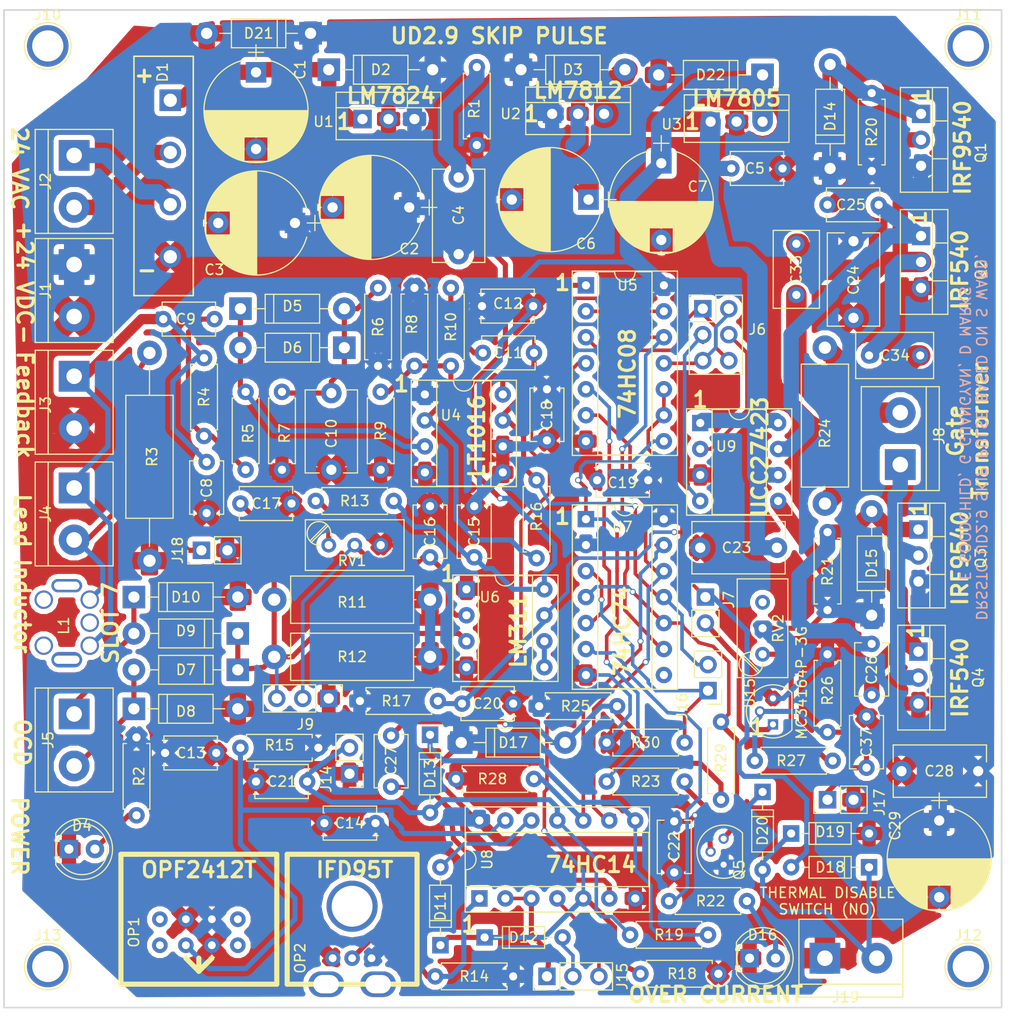
<source format=kicad_pcb>
(kicad_pcb (version 4) (host pcbnew 4.0.7)
  (layers (0 F.Cu signal) (31 B.Cu signal) (34 B.Paste user) (35 F.Paste user) (36 B.SilkS user) (37 F.SilkS user) (38 B.Mask user) (39 F.Mask user) (44 Edge.Cuts user))
  (net 0 "")
  (net 1 "Net-(C1-Pad1)")
  (net 2 GND)
  (net 3 +24V)
  (net 4 "Net-(C4-Pad2)")
  (net 5 +5V)
  (net 6 "Net-(D1-Pad3)")
  (net 7 "Net-(D1-Pad2)")
  (net 8 "Net-(D4-Pad2)")
  (net 9 "Net-(C8-Pad1)")
  (net 10 "Net-(C9-Pad1)")
  (net 11 "Net-(C10-Pad2)")
  (net 12 "Net-(C11-Pad1)")
  (net 13 "Net-(C11-Pad2)")
  (net 14 "Net-(D5-Pad1)")
  (net 15 "Net-(R10-Pad1)")
  (net 16 "Net-(U4-Pad8)")
  (net 17 "Net-(OP1-Pad6)")
  (net 18 "Net-(OP2-Pad2)")
  (net 19 "Net-(C16-Pad2)")
  (net 20 "Net-(C17-Pad1)")
  (net 21 "Net-(D7-Pad2)")
  (net 22 "Net-(D10-Pad1)")
  (net 23 "Net-(R13-Pad2)")
  (net 24 "Net-(U6-Pad5)")
  (net 25 "Net-(J6-Pad1)")
  (net 26 "Net-(J6-Pad2)")
  (net 27 "Net-(J6-Pad3)")
  (net 28 "Net-(J6-Pad4)")
  (net 29 "Net-(C21-Pad2)")
  (net 30 "Net-(D11-Pad2)")
  (net 31 "Net-(D12-Pad2)")
  (net 32 "Net-(D13-Pad1)")
  (net 33 "Net-(J7-Pad2)")
  (net 34 "Net-(C25-Pad1)")
  (net 35 "Net-(C25-Pad2)")
  (net 36 "Net-(C26-Pad1)")
  (net 37 "Net-(C26-Pad2)")
  (net 38 "Net-(C33-Pad1)")
  (net 39 "Net-(C33-Pad2)")
  (net 40 "Net-(C34-Pad2)")
  (net 41 "Net-(J8-Pad1)")
  (net 42 "Net-(C37-Pad2)")
  (net 43 "Net-(R27-Pad1)")
  (net 44 +12V)
  (net 45 "Net-(D16-Pad2)")
  (net 46 "Net-(R22-Pad1)")
  (net 47 "Net-(J15-Pad1)")
  (net 48 "Net-(J15-Pad3)")
  (net 49 "Net-(C27-Pad1)")
  (net 50 "Net-(R28-Pad1)")
  (net 51 "Net-(J18-Pad1)")
  (net 52 INTERRUPTEREDGE)
  (net 53 UNDERVOLT)
  (net 54 INTERRUPTER)
  (net 55 "Net-(U5-Pad12)")
  (net 56 "Net-(U5-Pad5)")
  (net 57 "Net-(U5-Pad6)")
  (net 58 "Net-(J16-Pad1)")
  (net 59 "Net-(D18-Pad1)")
  (net 60 "Net-(C27-Pad2)")
  (net 61 "Net-(Q5-Pad2)")
  (net 62 "Net-(R23-Pad1)")
  (module LEDs:LED_D5.0mm (layer F.Cu) (at 118.618 139.192)
    (fp_text reference D16 (at 1.27 -2.286) (layer F.SilkS))
    (fp_text value LED)
    (pad 1 thru_hole rect (at 0 0) (size 1.8 1.8) (drill 0.9) (layers *.Cu *.Mask) (net 2 GND))
    (pad 2 thru_hole circle (at 2.54 0) (size 1.8 1.8) (drill 0.9) (layers *.Cu *.Mask) (net 45 "Net-(D16-Pad2)"))
  )
  (module Housings_DIP:DIP-14_W7.62mm_Socket (layer F.Cu) (at 102.616 73.406)
    (fp_text reference U5 (at 4.064 0) (layer F.SilkS))
    (fp_text value 74HC08)
    (pad 1 thru_hole rect (at 0 0) (size 1.6 1.6) (drill 0.8) (layers *.Cu *.Mask) (net 16 "Net-(U4-Pad8)"))
    (pad 8 thru_hole oval (at 7.62 15.24) (size 1.6 1.6) (drill 0.8) (layers *.Cu *.Mask) (net 62 "Net-(R23-Pad1)"))
    (pad 2 thru_hole oval (at 0 2.54) (size 1.6 1.6) (drill 0.8) (layers *.Cu *.Mask) (net 55 "Net-(U5-Pad12)"))
    (pad 9 thru_hole oval (at 7.62 12.7) (size 1.6 1.6) (drill 0.8) (layers *.Cu *.Mask) (net 53 UNDERVOLT))
    (pad 3 thru_hole oval (at 0 5.08) (size 1.6 1.6) (drill 0.8) (layers *.Cu *.Mask) (net 25 "Net-(J6-Pad1)"))
    (pad 10 thru_hole oval (at 7.62 10.16) (size 1.6 1.6) (drill 0.8) (layers *.Cu *.Mask) (net 53 UNDERVOLT))
    (pad 4 thru_hole oval (at 0 7.62) (size 1.6 1.6) (drill 0.8) (layers *.Cu *.Mask) (net 54 INTERRUPTER))
    (pad 11 thru_hole oval (at 7.62 7.62) (size 1.6 1.6) (drill 0.8) (layers *.Cu *.Mask) (net 26 "Net-(J6-Pad2)"))
    (pad 5 thru_hole oval (at 0 10.16) (size 1.6 1.6) (drill 0.8) (layers *.Cu *.Mask) (net 56 "Net-(U5-Pad5)"))
    (pad 12 thru_hole oval (at 7.62 5.08) (size 1.6 1.6) (drill 0.8) (layers *.Cu *.Mask) (net 55 "Net-(U5-Pad12)"))
    (pad 6 thru_hole oval (at 0 12.7) (size 1.6 1.6) (drill 0.8) (layers *.Cu *.Mask) (net 57 "Net-(U5-Pad6)"))
    (pad 13 thru_hole oval (at 7.62 2.54) (size 1.6 1.6) (drill 0.8) (layers *.Cu *.Mask) (net 12 "Net-(C11-Pad1)"))
    (pad 7 thru_hole oval (at 0 15.24) (size 1.6 1.6) (drill 0.8) (layers *.Cu *.Mask) (net 2 GND))
    (pad 14 thru_hole oval (at 7.62 0) (size 1.6 1.6) (drill 0.8) (layers *.Cu *.Mask) (net 5 +5V))
  )
  (module Capacitors_THT:C_Disc_D5.1mm_W3.2mm_P5.00mm (layer F.Cu) (at 95.504 114.3 180)
    (fp_text reference C20 (at 2.54 0 180) (layer F.SilkS))
    (fp_text value "1 nF")
    (pad 1 thru_hole circle (at 0 0 180) (size 1.6 1.6) (drill 0.8) (layers *.Cu *.Mask) (net 2 GND))
    (pad 2 thru_hole circle (at 5 0 180) (size 1.6 1.6) (drill 0.8) (layers *.Cu *.Mask) (net 53 UNDERVOLT))
  )
  (module Housings_DIP:DIP-14_W7.62mm_Socket (layer F.Cu) (at 102.616 96.266)
    (fp_text reference U7 (at 3.556 0.762) (layer F.SilkS))
    (fp_text value 74HC74)
    (pad 1 thru_hole rect (at 0 0) (size 1.6 1.6) (drill 0.8) (layers *.Cu *.Mask) (net 62 "Net-(R23-Pad1)"))
    (pad 8 thru_hole oval (at 7.62 15.24) (size 1.6 1.6) (drill 0.8) (layers *.Cu *.Mask))
    (pad 2 thru_hole oval (at 0 2.54) (size 1.6 1.6) (drill 0.8) (layers *.Cu *.Mask) (net 5 +5V))
    (pad 9 thru_hole oval (at 7.62 12.7) (size 1.6 1.6) (drill 0.8) (layers *.Cu *.Mask) (net 55 "Net-(U5-Pad12)"))
    (pad 3 thru_hole oval (at 0 5.08) (size 1.6 1.6) (drill 0.8) (layers *.Cu *.Mask) (net 58 "Net-(J16-Pad1)"))
    (pad 10 thru_hole oval (at 7.62 10.16) (size 1.6 1.6) (drill 0.8) (layers *.Cu *.Mask) (net 52 INTERRUPTEREDGE))
    (pad 4 thru_hole oval (at 0 7.62) (size 1.6 1.6) (drill 0.8) (layers *.Cu *.Mask) (net 52 INTERRUPTEREDGE))
    (pad 11 thru_hole oval (at 7.62 7.62) (size 1.6 1.6) (drill 0.8) (layers *.Cu *.Mask) (net 12 "Net-(C11-Pad1)"))
    (pad 5 thru_hole oval (at 0 10.16) (size 1.6 1.6) (drill 0.8) (layers *.Cu *.Mask) (net 56 "Net-(U5-Pad5)"))
    (pad 12 thru_hole oval (at 7.62 5.08) (size 1.6 1.6) (drill 0.8) (layers *.Cu *.Mask) (net 57 "Net-(U5-Pad6)"))
    (pad 6 thru_hole oval (at 0 12.7) (size 1.6 1.6) (drill 0.8) (layers *.Cu *.Mask) (net 46 "Net-(R22-Pad1)"))
    (pad 13 thru_hole oval (at 7.62 2.54) (size 1.6 1.6) (drill 0.8) (layers *.Cu *.Mask) (net 50 "Net-(R28-Pad1)"))
    (pad 7 thru_hole oval (at 0 15.24) (size 1.6 1.6) (drill 0.8) (layers *.Cu *.Mask) (net 2 GND))
    (pad 14 thru_hole oval (at 7.62 0) (size 1.6 1.6) (drill 0.8) (layers *.Cu *.Mask) (net 5 +5V))
  )
  (module Housings_DIP:DIP-14_W7.62mm_Socket (layer F.Cu) (at 92.202 133.35 90)
    (fp_text reference U8 (at 3.81 0.762 90) (layer F.SilkS))
    (fp_text value 74HC14)
    (pad 1 thru_hole rect (at 0 0 90) (size 1.6 1.6) (drill 0.8) (layers *.Cu *.Mask) (net 18 "Net-(OP2-Pad2)"))
    (pad 8 thru_hole oval (at 7.62 15.24 90) (size 1.6 1.6) (drill 0.8) (layers *.Cu *.Mask) (net 32 "Net-(D13-Pad1)"))
    (pad 2 thru_hole oval (at 0 2.54 90) (size 1.6 1.6) (drill 0.8) (layers *.Cu *.Mask) (net 47 "Net-(J15-Pad1)"))
    (pad 9 thru_hole oval (at 7.62 12.7 90) (size 1.6 1.6) (drill 0.8) (layers *.Cu *.Mask) (net 57 "Net-(U5-Pad6)"))
    (pad 3 thru_hole oval (at 0 5.08 90) (size 1.6 1.6) (drill 0.8) (layers *.Cu *.Mask) (net 47 "Net-(J15-Pad1)"))
    (pad 10 thru_hole oval (at 7.62 10.16 90) (size 1.6 1.6) (drill 0.8) (layers *.Cu *.Mask) (net 50 "Net-(R28-Pad1)"))
    (pad 4 thru_hole oval (at 0 7.62 90) (size 1.6 1.6) (drill 0.8) (layers *.Cu *.Mask) (net 48 "Net-(J15-Pad3)"))
    (pad 11 thru_hole oval (at 7.62 7.62 90) (size 1.6 1.6) (drill 0.8) (layers *.Cu *.Mask) (net 29 "Net-(C21-Pad2)"))
    (pad 5 thru_hole oval (at 0 10.16 90) (size 1.6 1.6) (drill 0.8) (layers *.Cu *.Mask) (net 54 INTERRUPTER))
    (pad 12 thru_hole oval (at 7.62 5.08 90) (size 1.6 1.6) (drill 0.8) (layers *.Cu *.Mask) (net 30 "Net-(D11-Pad2)"))
    (pad 6 thru_hole oval (at 0 12.7 90) (size 1.6 1.6) (drill 0.8) (layers *.Cu *.Mask) (net 49 "Net-(C27-Pad1)"))
    (pad 13 thru_hole oval (at 7.62 2.54 90) (size 1.6 1.6) (drill 0.8) (layers *.Cu *.Mask) (net 17 "Net-(OP1-Pad6)"))
    (pad 7 thru_hole oval (at 0 15.24 90) (size 1.6 1.6) (drill 0.8) (layers *.Cu *.Mask) (net 2 GND))
    (pad 14 thru_hole oval (at 7.62 0 90) (size 1.6 1.6) (drill 0.8) (layers *.Cu *.Mask) (net 5 +5V))
  )
  (module Pin_Headers:Pin_Header_Straight_1x02_Pitch2.54mm (layer F.Cu) (at 114.554 113.03 180)
    (fp_text reference J16 (at 2.54 -1.524 270) (layer F.SilkS))
    (fp_text value Conn_01x02)
    (pad 1 thru_hole rect (at 0 0 180) (size 1.7 1.7) (drill 1) (layers *.Cu *.Mask) (net 58 "Net-(J16-Pad1)"))
    (pad 2 thru_hole oval (at 0 2.54 180) (size 1.7 1.7) (drill 1) (layers *.Cu *.Mask) (net 12 "Net-(C11-Pad1)"))
  )
  (module Capacitors_THT:C_Disc_D5.1mm_W3.2mm_P5.00mm (layer F.Cu) (at 108.712 92.456 180)
    (fp_text reference C19 (at 2.54 -0.254 180) (layer F.SilkS))
    (fp_text value "0.1 uF")
    (pad 1 thru_hole circle (at 0 0 180) (size 1.6 1.6) (drill 0.8) (layers *.Cu *.Mask) (net 5 +5V))
    (pad 2 thru_hole circle (at 5 0 180) (size 1.6 1.6) (drill 0.8) (layers *.Cu *.Mask) (net 2 GND))
  )
  (module Resistors_THT:R_Axial_DIN0207_L6.3mm_D2.5mm_P7.62mm_Horizontal (layer F.Cu) (at 105.664 114.554 180)
    (fp_text reference R25 (at 4.064 0 180) (layer F.SilkS))
    (fp_text value 1.8k)
    (pad 1 thru_hole circle (at 0 0 180) (size 1.6 1.6) (drill 0.8) (layers *.Cu *.Mask) (net 60 "Net-(C27-Pad2)"))
    (pad 2 thru_hole oval (at 7.62 0 180) (size 1.6 1.6) (drill 0.8) (layers *.Cu *.Mask) (net 5 +5V))
  )
  (module .pretty:IFD95 (layer F.Cu) (at 79.756 139.192 270)
    (fp_text reference OP2 (at 0 5.08 270) (layer F.SilkS))
    (fp_text value IFD95)
    (pad 4 thru_hole oval (at 2.54 -2.54 270) (size 2.5 3.5) (drill oval 1.8 2.5) (layers *.Cu *.Mask))
    (pad 1 thru_hole circle (at 0 1.9 270) (size 1.524 1.524) (drill 0.762) (layers *.Cu *.Mask) (net 2 GND))
    (pad 2 thru_hole circle (at 0 0 270) (size 1.524 1.524) (drill 0.762) (layers *.Cu *.Mask) (net 18 "Net-(OP2-Pad2)"))
    (pad 3 thru_hole circle (at 0 -1.9 270) (size 1.524 1.524) (drill 0.762) (layers *.Cu *.Mask) (net 5 +5V))
    (pad 4 thru_hole oval (at 2.54 2.54 270) (size 2.5 3.5) (drill oval 1.8 2.5) (layers *.Cu *.Mask))
    (pad 5 thru_hole oval (at -5.08 0 270) (size 5 5) (drill oval 4) (layers *.Cu *.Mask))
  )
  (module Resistors_THT:R_Axial_DIN0207_L6.3mm_D2.5mm_P7.62mm_Horizontal (layer F.Cu) (at 76.454 118.618 180)
    (fp_text reference R15 (at 3.81 0.254 180) (layer F.SilkS))
    (fp_text value 1k)
    (pad 1 thru_hole circle (at 0 0 180) (size 1.6 1.6) (drill 0.8) (layers *.Cu *.Mask) (net 5 +5V))
    (pad 2 thru_hole oval (at 7.62 0 180) (size 1.6 1.6) (drill 0.8) (layers *.Cu *.Mask) (net 17 "Net-(OP1-Pad6)"))
  )
  (module Housings_DIP:DIP-8_W7.62mm_Socket (layer F.Cu) (at 86.868 84.074)
    (fp_text reference U4 (at 2.54 2.032) (layer F.SilkS))
    (fp_text value TL3116)
    (pad 1 thru_hole rect (at 0 0) (size 1.6 1.6) (drill 0.8) (layers *.Cu *.Mask) (net 5 +5V))
    (pad 5 thru_hole oval (at 7.62 7.62) (size 1.6 1.6) (drill 0.8) (layers *.Cu *.Mask) (net 2 GND))
    (pad 2 thru_hole oval (at 0 2.54) (size 1.6 1.6) (drill 0.8) (layers *.Cu *.Mask) (net 15 "Net-(R10-Pad1)"))
    (pad 6 thru_hole oval (at 7.62 5.08) (size 1.6 1.6) (drill 0.8) (layers *.Cu *.Mask) (net 2 GND))
    (pad 3 thru_hole oval (at 0 5.08) (size 1.6 1.6) (drill 0.8) (layers *.Cu *.Mask) (net 14 "Net-(D5-Pad1)"))
    (pad 7 thru_hole oval (at 7.62 2.54) (size 1.6 1.6) (drill 0.8) (layers *.Cu *.Mask) (net 12 "Net-(C11-Pad1)"))
    (pad 4 thru_hole oval (at 0 7.62) (size 1.6 1.6) (drill 0.8) (layers *.Cu *.Mask) (net 2 GND))
    (pad 8 thru_hole oval (at 7.62 0) (size 1.6 1.6) (drill 0.8) (layers *.Cu *.Mask) (net 16 "Net-(U4-Pad8)"))
  )
  (module Resistors_THT:R_Axial_DIN0207_L6.3mm_D2.5mm_P7.62mm_Horizontal (layer F.Cu) (at 115.57 140.716 180)
    (fp_text reference R18 (at 3.556 0 180) (layer F.SilkS))
    (fp_text value 1k)
    (pad 1 thru_hole circle (at 0 0 180) (size 1.6 1.6) (drill 0.8) (layers *.Cu *.Mask) (net 2 GND))
    (pad 2 thru_hole oval (at 7.62 0 180) (size 1.6 1.6) (drill 0.8) (layers *.Cu *.Mask) (net 54 INTERRUPTER))
  )
  (module .pretty:OPF2412T (layer F.Cu) (at 64.77 136.652 270)
    (fp_text reference OP1 (at 0 6.35 270) (layer F.SilkS))
    (fp_text value OPF2412T)
    (pad 1 thru_hole circle (at -1.27 -3.81 270) (size 1.524 1.524) (drill 0.762) (layers *.Cu *.Mask))
    (pad 2 thru_hole circle (at -1.27 -1.27 270) (size 1.524 1.524) (drill 0.762) (layers *.Cu *.Mask) (net 5 +5V))
    (pad 3 thru_hole circle (at -1.27 1.27 270) (size 1.524 1.524) (drill 0.762) (layers *.Cu *.Mask) (net 2 GND))
    (pad 4 thru_hole circle (at -1.27 3.81 270) (size 1.524 1.524) (drill 0.762) (layers *.Cu *.Mask))
    (pad 5 thru_hole circle (at 1.27 3.81 270) (size 1.524 1.524) (drill 0.762) (layers *.Cu *.Mask))
    (pad 6 thru_hole circle (at 1.27 1.27 270) (size 1.524 1.524) (drill 0.762) (layers *.Cu *.Mask) (net 17 "Net-(OP1-Pad6)"))
    (pad 7 thru_hole circle (at 1.27 -1.27 270) (size 1.524 1.524) (drill 0.762) (layers *.Cu *.Mask) (net 2 GND))
    (pad 8 thru_hole circle (at 1.27 -3.81 270) (size 1.524 1.524) (drill 0.762) (layers *.Cu *.Mask))
  )
  (module Capacitors_THT:C_Disc_D5.1mm_W3.2mm_P5.00mm (layer F.Cu) (at 130.556 108.458 270)
    (fp_text reference C26 (at 2.54 0 270) (layer F.SilkS))
    (fp_text value "0.1 uF")
    (pad 1 thru_hole circle (at 0 0 270) (size 1.6 1.6) (drill 0.8) (layers *.Cu *.Mask) (net 36 "Net-(C26-Pad1)"))
    (pad 2 thru_hole circle (at 5 0 270) (size 1.6 1.6) (drill 0.8) (layers *.Cu *.Mask) (net 37 "Net-(C26-Pad2)"))
  )
  (module Capacitors_THT:C_Disc_D9.0mm_W5.0mm_P7.50mm (layer F.Cu) (at 140.97 120.904 180)
    (fp_text reference C28 (at 3.81 0 180) (layer F.SilkS))
    (fp_text value "4.7 uF")
    (pad 1 thru_hole circle (at 0 0 180) (size 2 2) (drill 1) (layers *.Cu *.Mask) (net 3 +24V))
    (pad 2 thru_hole circle (at 7.5 0 180) (size 2 2) (drill 1) (layers *.Cu *.Mask) (net 2 GND))
  )
  (module Potentiometers:Potentiometer_Trimmer_Bourns_3296W (layer F.Cu) (at 119.888 109.474 270)
    (fp_text reference RV2 (at -2.54 -1.524 270) (layer F.SilkS))
    (fp_text value 5k)
    (pad 1 thru_hole circle (at 0 0 270) (size 1.44 1.44) (drill 0.8) (layers *.Cu *.Mask) (net 43 "Net-(R27-Pad1)"))
    (pad 2 thru_hole circle (at -2.54 0 270) (size 1.44 1.44) (drill 0.8) (layers *.Cu *.Mask) (net 3 +24V))
    (pad 3 thru_hole circle (at -5.08 0 270) (size 1.44 1.44) (drill 0.8) (layers *.Cu *.Mask))
  )
  (module Housings_DIP:DIP-8_W7.62mm_Socket (layer F.Cu) (at 113.792 86.868)
    (fp_text reference U9 (at 2.54 2.286) (layer F.SilkS))
    (fp_text value UCC27243)
    (pad 1 thru_hole rect (at 0 0) (size 1.6 1.6) (drill 0.8) (layers *.Cu *.Mask) (net 44 +12V))
    (pad 5 thru_hole oval (at 7.62 7.62) (size 1.6 1.6) (drill 0.8) (layers *.Cu *.Mask) (net 37 "Net-(C26-Pad2)"))
    (pad 2 thru_hole oval (at 0 2.54) (size 1.6 1.6) (drill 0.8) (layers *.Cu *.Mask) (net 28 "Net-(J6-Pad4)"))
    (pad 6 thru_hole oval (at 7.62 5.08) (size 1.6 1.6) (drill 0.8) (layers *.Cu *.Mask) (net 44 +12V))
    (pad 3 thru_hole oval (at 0 5.08) (size 1.6 1.6) (drill 0.8) (layers *.Cu *.Mask) (net 2 GND))
    (pad 7 thru_hole oval (at 7.62 2.54) (size 1.6 1.6) (drill 0.8) (layers *.Cu *.Mask) (net 35 "Net-(C25-Pad2)"))
    (pad 4 thru_hole oval (at 0 7.62) (size 1.6 1.6) (drill 0.8) (layers *.Cu *.Mask) (net 27 "Net-(J6-Pad3)"))
    (pad 8 thru_hole oval (at 7.62 0) (size 1.6 1.6) (drill 0.8) (layers *.Cu *.Mask) (net 44 +12V))
  )
  (module Capacitors_THT:CP_Radial_D10.0mm_P7.50mm (layer F.Cu) (at 70.358 52.578 270)
    (fp_text reference C1 (at -0.254 -4.318 270) (layer F.SilkS))
    (fp_text value "100 uF")
    (pad 1 thru_hole rect (at 0 0 270) (size 2 2) (drill 1) (layers *.Cu *.Mask) (net 1 "Net-(C1-Pad1)"))
    (pad 2 thru_hole circle (at 7.5 0 270) (size 2 2) (drill 1) (layers *.Cu *.Mask) (net 2 GND))
  )
  (module Capacitors_THT:CP_Radial_D10.0mm_P7.50mm (layer F.Cu) (at 85.344 65.786 180)
    (fp_text reference C2 (at 0 -4.064 180) (layer F.SilkS))
    (fp_text value "100 uF")
    (pad 1 thru_hole rect (at 0 0 180) (size 2 2) (drill 1) (layers *.Cu *.Mask) (net 3 +24V))
    (pad 2 thru_hole circle (at 7.5 0 180) (size 2 2) (drill 1) (layers *.Cu *.Mask) (net 2 GND))
  )
  (module Capacitors_THT:CP_Radial_D10.0mm_P7.50mm (layer F.Cu) (at 74.168 67.31 180)
    (fp_text reference C3 (at 7.874 -4.572 180) (layer F.SilkS))
    (fp_text value "100 uF")
    (pad 1 thru_hole rect (at 0 0 180) (size 2 2) (drill 1) (layers *.Cu *.Mask) (net 3 +24V))
    (pad 2 thru_hole circle (at 7.5 0 180) (size 2 2) (drill 1) (layers *.Cu *.Mask) (net 2 GND))
  )
  (module Capacitors_THT:CP_Radial_D10.0mm_P7.50mm (layer F.Cu) (at 102.87 65.024 180)
    (fp_text reference C6 (at 0.254 -4.318 180) (layer F.SilkS))
    (fp_text value "330 uF")
    (pad 1 thru_hole rect (at 0 0 180) (size 2 2) (drill 1) (layers *.Cu *.Mask) (net 44 +12V))
    (pad 2 thru_hole circle (at 7.5 0 180) (size 2 2) (drill 1) (layers *.Cu *.Mask) (net 2 GND))
  )
  (module Capacitors_THT:CP_Radial_D10.0mm_P7.50mm (layer F.Cu) (at 109.982 61.468 270)
    (fp_text reference C7 (at 2.286 -3.556 360) (layer F.SilkS))
    (fp_text value "330 uF")
    (pad 1 thru_hole rect (at 0 0 270) (size 2 2) (drill 1) (layers *.Cu *.Mask) (net 5 +5V))
    (pad 2 thru_hole circle (at 7.5 0 270) (size 2 2) (drill 1) (layers *.Cu *.Mask) (net 2 GND))
  )
  (module LEDs:LED_D5.0mm (layer F.Cu) (at 52.07 128.524)
    (fp_text reference D4 (at 1.27 -2.286) (layer F.SilkS))
    (fp_text value LED)
    (pad 1 thru_hole rect (at 0 0) (size 1.8 1.8) (drill 0.9) (layers *.Cu *.Mask) (net 2 GND))
    (pad 2 thru_hole circle (at 2.54 0) (size 1.8 1.8) (drill 0.9) (layers *.Cu *.Mask) (net 8 "Net-(D4-Pad2)"))
  )
  (module Connectors_Terminal_Blocks:TerminalBlock_bornier-2_P5.08mm (layer F.Cu) (at 52.578 71.374 270)
    (fp_text reference J1 (at 2.54 2.794 270) (layer F.SilkS))
    (fp_text value Conn_01x02)
    (pad 1 thru_hole rect (at 0 0 270) (size 3 3) (drill 1.52) (layers *.Cu *.Mask) (net 3 +24V))
    (pad 2 thru_hole circle (at 5.08 0 270) (size 3 3) (drill 1.52) (layers *.Cu *.Mask) (net 2 GND))
  )
  (module Connectors_Terminal_Blocks:TerminalBlock_bornier-2_P5.08mm (layer F.Cu) (at 52.578 60.706 270)
    (fp_text reference J2 (at 2.54 2.794 270) (layer F.SilkS))
    (fp_text value Conn_01x02)
    (pad 1 thru_hole rect (at 0 0 270) (size 3 3) (drill 1.52) (layers *.Cu *.Mask) (net 7 "Net-(D1-Pad2)"))
    (pad 2 thru_hole circle (at 5.08 0 270) (size 3 3) (drill 1.52) (layers *.Cu *.Mask) (net 6 "Net-(D1-Pad3)"))
  )
  (module Resistors_THT:R_Axial_DIN0207_L6.3mm_D2.5mm_P7.62mm_Horizontal (layer F.Cu) (at 91.948 52.07 270)
    (fp_text reference R1 (at 4.064 0.254 270) (layer F.SilkS))
    (fp_text value 1R)
    (pad 1 thru_hole circle (at 0 0 270) (size 1.6 1.6) (drill 0.8) (layers *.Cu *.Mask) (net 4 "Net-(C4-Pad2)"))
    (pad 2 thru_hole oval (at 7.62 0 270) (size 1.6 1.6) (drill 0.8) (layers *.Cu *.Mask) (net 2 GND))
  )
  (module Resistors_THT:R_Axial_DIN0207_L6.3mm_D2.5mm_P7.62mm_Horizontal (layer F.Cu) (at 58.674 117.602 270)
    (fp_text reference R2 (at 3.81 -0.254 270) (layer F.SilkS))
    (fp_text value 470R)
    (pad 1 thru_hole circle (at 0 0 270) (size 1.6 1.6) (drill 0.8) (layers *.Cu *.Mask) (net 5 +5V))
    (pad 2 thru_hole oval (at 7.62 0 270) (size 1.6 1.6) (drill 0.8) (layers *.Cu *.Mask) (net 8 "Net-(D4-Pad2)"))
  )
  (module TO_SOT_Packages_THT:TO-220-3_Vertical (layer F.Cu) (at 80.772 57.15)
    (fp_text reference U1 (at -3.81 0.254) (layer F.SilkS))
    (fp_text value LM7824_TO220)
    (pad 1 thru_hole rect (at 0 0) (size 1.8 1.8) (drill 1) (layers *.Cu *.Mask) (net 1 "Net-(C1-Pad1)"))
    (pad 2 thru_hole oval (at 2.54 0) (size 1.8 1.8) (drill 1) (layers *.Cu *.Mask) (net 2 GND))
    (pad 3 thru_hole oval (at 5.08 0) (size 1.8 1.8) (drill 1) (layers *.Cu *.Mask) (net 3 +24V))
  )
  (module TO_SOT_Packages_THT:TO-220-3_Vertical (layer F.Cu) (at 99.314 56.642)
    (fp_text reference U2 (at -4.064 0) (layer F.SilkS))
    (fp_text value LM7812_TO220)
    (pad 1 thru_hole rect (at 0 0) (size 1.8 1.8) (drill 1) (layers *.Cu *.Mask) (net 3 +24V))
    (pad 2 thru_hole oval (at 2.54 0) (size 1.8 1.8) (drill 1) (layers *.Cu *.Mask) (net 2 GND))
    (pad 3 thru_hole oval (at 5.08 0) (size 1.8 1.8) (drill 1) (layers *.Cu *.Mask) (net 44 +12V))
  )
  (module TO_SOT_Packages_THT:TO-220-3_Vertical (layer F.Cu) (at 114.808 57.404)
    (fp_text reference U3 (at -3.81 0.254) (layer F.SilkS))
    (fp_text value LM7805_TO220)
    (pad 1 thru_hole rect (at 0 0) (size 1.8 1.8) (drill 1) (layers *.Cu *.Mask) (net 44 +12V))
    (pad 2 thru_hole oval (at 2.54 0) (size 1.8 1.8) (drill 1) (layers *.Cu *.Mask) (net 2 GND))
    (pad 3 thru_hole oval (at 5.08 0) (size 1.8 1.8) (drill 1) (layers *.Cu *.Mask) (net 5 +5V))
  )
  (module .pretty:Diode_Bridge_18.5x5.5_4321 (layer F.Cu) (at 61.976 70.612 270)
    (fp_text reference D1 (at -18.034 0.762 270) (layer F.SilkS))
    (fp_text value D_Bridge_-AA+)
    (pad 4 thru_hole rect (at -15.3 0 270) (size 2.1 2.1) (drill 1.3) (layers *.Cu *.Mask) (net 1 "Net-(C1-Pad1)"))
    (pad 3 thru_hole circle (at -10.2 0 270) (size 2.1 2.1) (drill 1.3) (layers *.Cu *.Mask) (net 6 "Net-(D1-Pad3)"))
    (pad 1 thru_hole circle (at 0 0 270) (size 2.1 2.1) (drill 1.3) (layers *.Cu *.Mask) (net 2 GND))
    (pad 2 thru_hole circle (at -5.1 0 270) (size 2.1 2.1) (drill 1.3) (layers *.Cu *.Mask) (net 7 "Net-(D1-Pad2)"))
  )
  (module Connectors_Terminal_Blocks:TerminalBlock_bornier-2_P5.08mm (layer F.Cu) (at 52.578 82.296 270)
    (fp_text reference J3 (at 2.794 2.794 270) (layer F.SilkS))
    (fp_text value Conn_01x02)
    (pad 1 thru_hole rect (at 0 0 270) (size 3 3) (drill 1.52) (layers *.Cu *.Mask) (net 9 "Net-(C8-Pad1)"))
    (pad 2 thru_hole circle (at 5.08 0 270) (size 3 3) (drill 1.52) (layers *.Cu *.Mask) (net 2 GND))
  )
  (module Connectors_Terminal_Blocks:TerminalBlock_bornier-2_P5.08mm (layer F.Cu) (at 52.578 93.218 270)
    (fp_text reference J4 (at 2.54 2.794 270) (layer F.SilkS))
    (fp_text value Conn_01x02)
    (pad 1 thru_hole rect (at 0 0 270) (size 3 3) (drill 1.52) (layers *.Cu *.Mask) (net 9 "Net-(C8-Pad1)"))
    (pad 2 thru_hole circle (at 5.08 0 270) (size 3 3) (drill 1.52) (layers *.Cu *.Mask) (net 51 "Net-(J18-Pad1)"))
  )
  (module Resistors_THT:R_Axial_DIN0207_L6.3mm_D2.5mm_P7.62mm_Horizontal (layer F.Cu) (at 65.278 88.138 90)
    (fp_text reference R4 (at 3.81 0 90) (layer F.SilkS))
    (fp_text value 100k)
    (pad 1 thru_hole circle (at 0 0 90) (size 1.6 1.6) (drill 0.8) (layers *.Cu *.Mask) (net 10 "Net-(C9-Pad1)"))
    (pad 2 thru_hole oval (at 7.62 0 90) (size 1.6 1.6) (drill 0.8) (layers *.Cu *.Mask) (net 9 "Net-(C8-Pad1)"))
  )
  (module Resistors_THT:R_Axial_DIN0207_L6.3mm_D2.5mm_P7.62mm_Horizontal (layer F.Cu) (at 82.296 81.28 90)
    (fp_text reference R6 (at 3.81 0 90) (layer F.SilkS))
    (fp_text value 1k)
    (pad 1 thru_hole circle (at 0 0 90) (size 1.6 1.6) (drill 0.8) (layers *.Cu *.Mask) (net 5 +5V))
    (pad 2 thru_hole oval (at 7.62 0 90) (size 1.6 1.6) (drill 0.8) (layers *.Cu *.Mask) (net 11 "Net-(C10-Pad2)"))
  )
  (module Resistors_THT:R_Axial_DIN0207_L6.3mm_D2.5mm_P7.62mm_Horizontal (layer F.Cu) (at 72.898 83.82 270)
    (fp_text reference R7 (at 4.064 -0.254 450) (layer F.SilkS))
    (fp_text value 470R)
    (pad 1 thru_hole circle (at 0 0 270) (size 1.6 1.6) (drill 0.8) (layers *.Cu *.Mask) (net 11 "Net-(C10-Pad2)"))
    (pad 2 thru_hole oval (at 7.62 0 270) (size 1.6 1.6) (drill 0.8) (layers *.Cu *.Mask) (net 2 GND))
  )
  (module Resistors_THT:R_Axial_DIN0207_L6.3mm_D2.5mm_P7.62mm_Horizontal (layer F.Cu) (at 85.852 73.66 270)
    (fp_text reference R8 (at 3.556 0.254 270) (layer F.SilkS))
    (fp_text value 1k)
    (pad 1 thru_hole circle (at 0 0 270) (size 1.6 1.6) (drill 0.8) (layers *.Cu *.Mask) (net 5 +5V))
    (pad 2 thru_hole oval (at 7.62 0 270) (size 1.6 1.6) (drill 0.8) (layers *.Cu *.Mask) (net 15 "Net-(R10-Pad1)"))
  )
  (module Resistors_THT:R_Axial_DIN0207_L6.3mm_D2.5mm_P7.62mm_Horizontal (layer F.Cu) (at 82.55 83.82 270)
    (fp_text reference R9 (at 3.81 0 270) (layer F.SilkS))
    (fp_text value 470R)
    (pad 1 thru_hole circle (at 0 0 270) (size 1.6 1.6) (drill 0.8) (layers *.Cu *.Mask) (net 15 "Net-(R10-Pad1)"))
    (pad 2 thru_hole oval (at 7.62 0 270) (size 1.6 1.6) (drill 0.8) (layers *.Cu *.Mask) (net 2 GND))
  )
  (module Resistors_THT:R_Axial_DIN0207_L6.3mm_D2.5mm_P7.62mm_Horizontal (layer F.Cu) (at 89.408 81.28 90)
    (fp_text reference R10 (at 3.81 0 90) (layer F.SilkS))
    (fp_text value 470R)
    (pad 1 thru_hole circle (at 0 0 90) (size 1.6 1.6) (drill 0.8) (layers *.Cu *.Mask) (net 15 "Net-(R10-Pad1)"))
    (pad 2 thru_hole oval (at 7.62 0 90) (size 1.6 1.6) (drill 0.8) (layers *.Cu *.Mask) (net 13 "Net-(C11-Pad2)"))
  )
  (module Resistors_THT:R_Axial_DIN0207_L6.3mm_D2.5mm_P7.62mm_Horizontal (layer F.Cu) (at 69.342 83.82 270)
    (fp_text reference R5 (at 4.064 -0.254 270) (layer F.SilkS))
    (fp_text value 1k)
    (pad 1 thru_hole circle (at 0 0 270) (size 1.6 1.6) (drill 0.8) (layers *.Cu *.Mask) (net 14 "Net-(D5-Pad1)"))
    (pad 2 thru_hole oval (at 7.62 0 270) (size 1.6 1.6) (drill 0.8) (layers *.Cu *.Mask) (net 10 "Net-(C9-Pad1)"))
  )
  (module Connectors_Terminal_Blocks:TerminalBlock_bornier-2_P5.08mm (layer F.Cu) (at 52.578 115.316 270)
    (fp_text reference J5 (at 2.54 2.54 270) (layer F.SilkS))
    (fp_text value Conn_01x02)
    (pad 1 thru_hole rect (at 0 0 270) (size 3 3) (drill 1.52) (layers *.Cu *.Mask) (net 22 "Net-(D10-Pad1)"))
    (pad 2 thru_hole circle (at 5.08 0 270) (size 3 3) (drill 1.52) (layers *.Cu *.Mask) (net 21 "Net-(D7-Pad2)"))
  )
  (module Diodes_THT:D_DO-41_SOD81_P10.16mm_Horizontal (layer F.Cu) (at 68.58 110.998 180)
    (fp_text reference D7 (at 5.08 0 180) (layer F.SilkS))
    (fp_text value 1N5818)
    (pad 1 thru_hole rect (at 0 0 180) (size 2.2 2.2) (drill 1.1) (layers *.Cu *.Mask) (net 20 "Net-(C17-Pad1)"))
    (pad 2 thru_hole oval (at 10.16 0 180) (size 2.2 2.2) (drill 1.1) (layers *.Cu *.Mask) (net 21 "Net-(D7-Pad2)"))
  )
  (module Diodes_THT:D_DO-41_SOD81_P10.16mm_Horizontal (layer F.Cu) (at 58.42 114.808)
    (fp_text reference D8 (at 5.08 0.254) (layer F.SilkS))
    (fp_text value 1N5818)
    (pad 1 thru_hole rect (at 0 0) (size 2.2 2.2) (drill 1.1) (layers *.Cu *.Mask) (net 21 "Net-(D7-Pad2)"))
    (pad 2 thru_hole oval (at 10.16 0) (size 2.2 2.2) (drill 1.1) (layers *.Cu *.Mask) (net 2 GND))
  )
  (module Diodes_THT:D_DO-41_SOD81_P10.16mm_Horizontal (layer F.Cu) (at 68.58 107.442 180)
    (fp_text reference D9 (at 5.08 0.254 180) (layer F.SilkS))
    (fp_text value 1N5818)
    (pad 1 thru_hole rect (at 0 0 180) (size 2.2 2.2) (drill 1.1) (layers *.Cu *.Mask) (net 20 "Net-(C17-Pad1)"))
    (pad 2 thru_hole oval (at 10.16 0 180) (size 2.2 2.2) (drill 1.1) (layers *.Cu *.Mask) (net 22 "Net-(D10-Pad1)"))
  )
  (module Diodes_THT:D_DO-41_SOD81_P10.16mm_Horizontal (layer F.Cu) (at 58.42 103.886)
    (fp_text reference D10 (at 5.08 0) (layer F.SilkS))
    (fp_text value 1N5818)
    (pad 1 thru_hole rect (at 0 0) (size 2.2 2.2) (drill 1.1) (layers *.Cu *.Mask) (net 22 "Net-(D10-Pad1)"))
    (pad 2 thru_hole oval (at 10.16 0) (size 2.2 2.2) (drill 1.1) (layers *.Cu *.Mask) (net 2 GND))
  )
  (module Resistors_THT:R_Axial_DIN0414_L11.9mm_D4.5mm_P15.24mm_Horizontal (layer F.Cu) (at 72.136 104.14)
    (fp_text reference R11 (at 7.62 0.254) (layer F.SilkS))
    (fp_text value 5.1R)
    (pad 1 thru_hole circle (at 0 0) (size 2.4 2.4) (drill 1.2) (layers *.Cu *.Mask) (net 20 "Net-(C17-Pad1)"))
    (pad 2 thru_hole oval (at 15.24 0) (size 2.4 2.4) (drill 1.2) (layers *.Cu *.Mask) (net 2 GND))
  )
  (module Resistors_THT:R_Axial_DIN0414_L11.9mm_D4.5mm_P15.24mm_Horizontal (layer F.Cu) (at 72.136 109.728)
    (fp_text reference R12 (at 7.62 0) (layer F.SilkS))
    (fp_text value 5.1R)
    (pad 1 thru_hole circle (at 0 0) (size 2.4 2.4) (drill 1.2) (layers *.Cu *.Mask) (net 20 "Net-(C17-Pad1)"))
    (pad 2 thru_hole oval (at 15.24 0) (size 2.4 2.4) (drill 1.2) (layers *.Cu *.Mask) (net 2 GND))
  )
  (module Resistors_THT:R_Axial_DIN0207_L6.3mm_D2.5mm_P7.62mm_Horizontal (layer F.Cu) (at 83.82 94.488 180)
    (fp_text reference R13 (at 3.81 0 180) (layer F.SilkS))
    (fp_text value 1.8k)
    (pad 1 thru_hole circle (at 0 0 180) (size 1.6 1.6) (drill 0.8) (layers *.Cu *.Mask) (net 44 +12V))
    (pad 2 thru_hole oval (at 7.62 0 180) (size 1.6 1.6) (drill 0.8) (layers *.Cu *.Mask) (net 23 "Net-(R13-Pad2)"))
  )
  (module Potentiometers:Potentiometer_Trimmer_Bourns_3296W (layer F.Cu) (at 77.47 98.806 180)
    (fp_text reference RV1 (at -2.286 -1.524 180) (layer F.SilkS))
    (fp_text value 10k)
    (pad 1 thru_hole circle (at 0 0 180) (size 1.44 1.44) (drill 0.8) (layers *.Cu *.Mask) (net 23 "Net-(R13-Pad2)"))
    (pad 2 thru_hole circle (at -2.54 0 180) (size 1.44 1.44) (drill 0.8) (layers *.Cu *.Mask) (net 19 "Net-(C16-Pad2)"))
    (pad 3 thru_hole circle (at -5.08 0 180) (size 1.44 1.44) (drill 0.8) (layers *.Cu *.Mask) (net 2 GND))
  )
  (module Housings_DIP:DIP-8_W7.62mm_Socket (layer F.Cu) (at 90.932 103.124)
    (fp_text reference U6 (at 2.286 0.762) (layer F.SilkS))
    (fp_text value LM311)
    (pad 1 thru_hole rect (at 0 0) (size 1.6 1.6) (drill 0.8) (layers *.Cu *.Mask) (net 2 GND))
    (pad 5 thru_hole oval (at 7.62 7.62) (size 1.6 1.6) (drill 0.8) (layers *.Cu *.Mask) (net 24 "Net-(U6-Pad5)"))
    (pad 2 thru_hole oval (at 0 2.54) (size 1.6 1.6) (drill 0.8) (layers *.Cu *.Mask) (net 19 "Net-(C16-Pad2)"))
    (pad 6 thru_hole oval (at 7.62 5.08) (size 1.6 1.6) (drill 0.8) (layers *.Cu *.Mask) (net 24 "Net-(U6-Pad5)"))
    (pad 3 thru_hole oval (at 0 5.08) (size 1.6 1.6) (drill 0.8) (layers *.Cu *.Mask) (net 20 "Net-(C17-Pad1)"))
    (pad 7 thru_hole oval (at 7.62 2.54) (size 1.6 1.6) (drill 0.8) (layers *.Cu *.Mask) (net 53 UNDERVOLT))
    (pad 4 thru_hole oval (at 0 7.62) (size 1.6 1.6) (drill 0.8) (layers *.Cu *.Mask) (net 2 GND))
    (pad 8 thru_hole oval (at 7.62 0) (size 1.6 1.6) (drill 0.8) (layers *.Cu *.Mask) (net 44 +12V))
  )
  (module Diodes_THT:D_DO-41_SOD81_P10.16mm_Horizontal (layer F.Cu) (at 68.834 75.692)
    (fp_text reference D5 (at 5.08 -0.254) (layer F.SilkS))
    (fp_text value 1N5818)
    (pad 1 thru_hole rect (at 0 0) (size 2.2 2.2) (drill 1.1) (layers *.Cu *.Mask) (net 14 "Net-(D5-Pad1)"))
    (pad 2 thru_hole oval (at 10.16 0) (size 2.2 2.2) (drill 1.1) (layers *.Cu *.Mask) (net 11 "Net-(C10-Pad2)"))
  )
  (module Diodes_THT:D_DO-41_SOD81_P10.16mm_Horizontal (layer F.Cu) (at 78.994 79.502 180)
    (fp_text reference D6 (at 5.08 0 180) (layer F.SilkS))
    (fp_text value 1N5818)
    (pad 1 thru_hole rect (at 0 0 180) (size 2.2 2.2) (drill 1.1) (layers *.Cu *.Mask) (net 11 "Net-(C10-Pad2)"))
    (pad 2 thru_hole oval (at 10.16 0 180) (size 2.2 2.2) (drill 1.1) (layers *.Cu *.Mask) (net 14 "Net-(D5-Pad1)"))
  )
  (module Resistors_THT:R_Axial_DIN0207_L6.3mm_D2.5mm_P7.62mm_Horizontal (layer F.Cu) (at 87.884 140.97)
    (fp_text reference R14 (at 3.81 0) (layer F.SilkS))
    (fp_text value 1k)
    (pad 1 thru_hole circle (at 0 0) (size 1.6 1.6) (drill 0.8) (layers *.Cu *.Mask) (net 18 "Net-(OP2-Pad2)"))
    (pad 2 thru_hole oval (at 7.62 0) (size 1.6 1.6) (drill 0.8) (layers *.Cu *.Mask) (net 5 +5V))
  )
  (module Capacitors_THT:C_Disc_D5.1mm_W3.2mm_P5.00mm (layer F.Cu) (at 116.84 61.976)
    (fp_text reference C5 (at 2.286 0) (layer F.SilkS))
    (fp_text value "0.1 uF")
    (pad 1 thru_hole circle (at 0 0) (size 1.6 1.6) (drill 0.8) (layers *.Cu *.Mask) (net 44 +12V))
    (pad 2 thru_hole circle (at 5 0) (size 1.6 1.6) (drill 0.8) (layers *.Cu *.Mask) (net 2 GND))
  )
  (module Capacitors_THT:C_Disc_D5.1mm_W3.2mm_P5.00mm (layer F.Cu) (at 66.294 76.708 180)
    (fp_text reference C9 (at 2.794 0 180) (layer F.SilkS))
    (fp_text value "0.1 uF")
    (pad 1 thru_hole circle (at 0 0 180) (size 1.6 1.6) (drill 0.8) (layers *.Cu *.Mask) (net 10 "Net-(C9-Pad1)"))
    (pad 2 thru_hole circle (at 5 0 180) (size 1.6 1.6) (drill 0.8) (layers *.Cu *.Mask) (net 9 "Net-(C8-Pad1)"))
  )
  (module Capacitors_THT:C_Disc_D5.1mm_W3.2mm_P5.00mm (layer F.Cu) (at 97.536 80.01 180)
    (fp_text reference C11 (at 2.54 0 180) (layer F.SilkS))
    (fp_text value "1 nF")
    (pad 1 thru_hole circle (at 0 0 180) (size 1.6 1.6) (drill 0.8) (layers *.Cu *.Mask) (net 12 "Net-(C11-Pad1)"))
    (pad 2 thru_hole circle (at 5 0 180) (size 1.6 1.6) (drill 0.8) (layers *.Cu *.Mask) (net 13 "Net-(C11-Pad2)"))
  )
  (module Capacitors_THT:C_Disc_D5.1mm_W3.2mm_P5.00mm (layer F.Cu) (at 61.468 119.126)
    (fp_text reference C13 (at 2.54 0) (layer F.SilkS))
    (fp_text value "0.1 uF")
    (pad 1 thru_hole circle (at 0 0) (size 1.6 1.6) (drill 0.8) (layers *.Cu *.Mask) (net 5 +5V))
    (pad 2 thru_hole circle (at 5 0) (size 1.6 1.6) (drill 0.8) (layers *.Cu *.Mask) (net 2 GND))
  )
  (module Capacitors_THT:C_Disc_D5.1mm_W3.2mm_P5.00mm (layer F.Cu) (at 82.042 125.984 180)
    (fp_text reference C14 (at 2.54 0 180) (layer F.SilkS))
    (fp_text value "0.1 uF")
    (pad 1 thru_hole circle (at 0 0 180) (size 1.6 1.6) (drill 0.8) (layers *.Cu *.Mask) (net 5 +5V))
    (pad 2 thru_hole circle (at 5 0 180) (size 1.6 1.6) (drill 0.8) (layers *.Cu *.Mask) (net 2 GND))
  )
  (module Capacitors_THT:C_Disc_D5.1mm_W3.2mm_P5.00mm (layer F.Cu) (at 91.694 94.996 270)
    (fp_text reference C15 (at 2.54 0 270) (layer F.SilkS))
    (fp_text value "0.1 uF")
    (pad 1 thru_hole circle (at 0 0 270) (size 1.6 1.6) (drill 0.8) (layers *.Cu *.Mask) (net 2 GND))
    (pad 2 thru_hole circle (at 5 0 270) (size 1.6 1.6) (drill 0.8) (layers *.Cu *.Mask) (net 44 +12V))
  )
  (module Capacitors_THT:C_Disc_D5.1mm_W3.2mm_P5.00mm (layer F.Cu) (at 87.376 94.996 270)
    (fp_text reference C16 (at 2.54 0 270) (layer F.SilkS))
    (fp_text value "0.1 uF")
    (pad 1 thru_hole circle (at 0 0 270) (size 1.6 1.6) (drill 0.8) (layers *.Cu *.Mask) (net 2 GND))
    (pad 2 thru_hole circle (at 5 0 270) (size 1.6 1.6) (drill 0.8) (layers *.Cu *.Mask) (net 19 "Net-(C16-Pad2)"))
  )
  (module Capacitors_THT:C_Disc_D5.1mm_W3.2mm_P5.00mm (layer F.Cu) (at 68.834 94.742)
    (fp_text reference C17 (at 2.54 0) (layer F.SilkS))
    (fp_text value "1 nF")
    (pad 1 thru_hole circle (at 0 0) (size 1.6 1.6) (drill 0.8) (layers *.Cu *.Mask) (net 20 "Net-(C17-Pad1)"))
    (pad 2 thru_hole circle (at 5 0) (size 1.6 1.6) (drill 0.8) (layers *.Cu *.Mask) (net 2 GND))
  )
  (module Capacitors_THT:C_Disc_D5.1mm_W3.2mm_P5.00mm (layer F.Cu) (at 65.532 90.678 270)
    (fp_text reference C8 (at 2.54 0 270) (layer F.SilkS))
    (fp_text value "150 pF")
    (pad 1 thru_hole circle (at 0 0 270) (size 1.6 1.6) (drill 0.8) (layers *.Cu *.Mask) (net 9 "Net-(C8-Pad1)"))
    (pad 2 thru_hole circle (at 5 0 270) (size 1.6 1.6) (drill 0.8) (layers *.Cu *.Mask) (net 2 GND))
  )
  (module Capacitors_THT:C_Disc_D8.0mm_W5.0mm_P7.50mm (layer F.Cu) (at 77.724 91.44 90)
    (fp_text reference C10 (at 3.556 0 90) (layer F.SilkS))
    (fp_text value "1 uF")
    (pad 1 thru_hole circle (at 0 0 90) (size 2 2) (drill 1) (layers *.Cu *.Mask) (net 2 GND))
    (pad 2 thru_hole circle (at 7.5 0 90) (size 2 2) (drill 1) (layers *.Cu *.Mask) (net 11 "Net-(C10-Pad2)"))
  )
  (module Capacitors_THT:C_Disc_D5.1mm_W3.2mm_P5.00mm (layer F.Cu) (at 92.456 75.438)
    (fp_text reference C12 (at 2.54 -0.254) (layer F.SilkS))
    (fp_text value "0.1 uF")
    (pad 1 thru_hole circle (at 0 0) (size 1.6 1.6) (drill 0.8) (layers *.Cu *.Mask) (net 5 +5V))
    (pad 2 thru_hole circle (at 5 0) (size 1.6 1.6) (drill 0.8) (layers *.Cu *.Mask) (net 2 GND))
  )
  (module Pin_Headers:Pin_Header_Straight_2x03_Pitch2.54mm (layer F.Cu) (at 114.046 75.692)
    (fp_text reference J6 (at 5.334 2.032) (layer F.SilkS))
    (fp_text value Conn_02x03_Odd_Even)
    (pad 1 thru_hole rect (at 0 0) (size 1.7 1.7) (drill 1) (layers *.Cu *.Mask) (net 25 "Net-(J6-Pad1)"))
    (pad 2 thru_hole oval (at 2.54 0) (size 1.7 1.7) (drill 1) (layers *.Cu *.Mask) (net 26 "Net-(J6-Pad2)"))
    (pad 3 thru_hole oval (at 0 2.54) (size 1.7 1.7) (drill 1) (layers *.Cu *.Mask) (net 27 "Net-(J6-Pad3)"))
    (pad 4 thru_hole oval (at 2.54 2.54) (size 1.7 1.7) (drill 1) (layers *.Cu *.Mask) (net 28 "Net-(J6-Pad4)"))
    (pad 5 thru_hole oval (at 0 5.08) (size 1.7 1.7) (drill 1) (layers *.Cu *.Mask) (net 26 "Net-(J6-Pad2)"))
    (pad 6 thru_hole oval (at 2.54 5.08) (size 1.7 1.7) (drill 1) (layers *.Cu *.Mask) (net 25 "Net-(J6-Pad1)"))
  )
  (module Resistors_THT:R_Axial_DIN0207_L6.3mm_D2.5mm_P7.62mm_Horizontal (layer F.Cu) (at 97.79 100.076 90)
    (fp_text reference R16 (at 4.064 0 90) (layer F.SilkS))
    (fp_text value 100k)
    (pad 1 thru_hole circle (at 0 0 90) (size 1.6 1.6) (drill 0.8) (layers *.Cu *.Mask) (net 15 "Net-(R10-Pad1)"))
    (pad 2 thru_hole oval (at 7.62 0 90) (size 1.6 1.6) (drill 0.8) (layers *.Cu *.Mask) (net 12 "Net-(C11-Pad1)"))
  )
  (module Capacitors_THT:C_Disc_D5.1mm_W3.2mm_P5.00mm (layer F.Cu) (at 98.806 83.566 270)
    (fp_text reference C18 (at 2.54 0 270) (layer F.SilkS))
    (fp_text value "0.1 uF")
    (pad 1 thru_hole circle (at 0 0 270) (size 1.6 1.6) (drill 0.8) (layers *.Cu *.Mask) (net 5 +5V))
    (pad 2 thru_hole circle (at 5 0 270) (size 1.6 1.6) (drill 0.8) (layers *.Cu *.Mask) (net 2 GND))
  )
  (module Resistors_THT:R_Axial_DIN0207_L6.3mm_D2.5mm_P7.62mm_Horizontal (layer F.Cu) (at 88.138 114.046 180)
    (fp_text reference R17 (at 4.064 0 180) (layer F.SilkS))
    (fp_text value 1k)
    (pad 1 thru_hole circle (at 0 0 180) (size 1.6 1.6) (drill 0.8) (layers *.Cu *.Mask) (net 53 UNDERVOLT))
    (pad 2 thru_hole oval (at 7.62 0 180) (size 1.6 1.6) (drill 0.8) (layers *.Cu *.Mask) (net 5 +5V))
  )
  (module Capacitors_THT:C_Disc_D5.1mm_W3.2mm_P5.00mm (layer F.Cu) (at 70.358 121.92)
    (fp_text reference C21 (at 2.54 0) (layer F.SilkS))
    (fp_text value "1 nF")
    (pad 1 thru_hole circle (at 0 0) (size 1.6 1.6) (drill 0.8) (layers *.Cu *.Mask) (net 2 GND))
    (pad 2 thru_hole circle (at 5 0) (size 1.6 1.6) (drill 0.8) (layers *.Cu *.Mask) (net 29 "Net-(C21-Pad2)"))
  )
  (module Capacitors_THT:C_Disc_D5.1mm_W3.2mm_P5.00mm (layer F.Cu) (at 111.252 130.81 90)
    (fp_text reference C22 (at 2.54 0 90) (layer F.SilkS))
    (fp_text value "0.1 uF")
    (pad 1 thru_hole circle (at 0 0 90) (size 1.6 1.6) (drill 0.8) (layers *.Cu *.Mask) (net 2 GND))
    (pad 2 thru_hole circle (at 5 0 90) (size 1.6 1.6) (drill 0.8) (layers *.Cu *.Mask) (net 5 +5V))
  )
  (module Pin_Headers:Pin_Header_Straight_1x02_Pitch2.54mm (layer F.Cu) (at 114.3 103.886)
    (fp_text reference J7 (at 2.286 0.254 90) (layer F.SilkS))
    (fp_text value Conn_01x02)
    (pad 1 thru_hole rect (at 0 0) (size 1.7 1.7) (drill 1) (layers *.Cu *.Mask) (net 53 UNDERVOLT))
    (pad 2 thru_hole oval (at 0 2.54) (size 1.7 1.7) (drill 1) (layers *.Cu *.Mask) (net 33 "Net-(J7-Pad2)"))
  )
  (module Capacitors_THT:C_Disc_D9.0mm_W5.0mm_P7.50mm (layer F.Cu) (at 90.17 70.358 90)
    (fp_text reference C4 (at 3.81 0 90) (layer F.SilkS))
    (fp_text value "4.7 uF")
    (pad 1 thru_hole circle (at 0 0 90) (size 2 2) (drill 1) (layers *.Cu *.Mask) (net 3 +24V))
    (pad 2 thru_hole circle (at 7.5 0 90) (size 2 2) (drill 1) (layers *.Cu *.Mask) (net 4 "Net-(C4-Pad2)"))
  )
  (module Capacitors_THT:C_Disc_D5.1mm_W3.2mm_P5.00mm (layer F.Cu) (at 126.238 65.532)
    (fp_text reference C25 (at 2.286 0) (layer F.SilkS))
    (fp_text value "0.1 uF")
    (pad 1 thru_hole circle (at 0 0) (size 1.6 1.6) (drill 0.8) (layers *.Cu *.Mask) (net 34 "Net-(C25-Pad1)"))
    (pad 2 thru_hole circle (at 5 0) (size 1.6 1.6) (drill 0.8) (layers *.Cu *.Mask) (net 35 "Net-(C25-Pad2)"))
  )
  (module Resistors_THT:R_Axial_DIN0207_L6.3mm_D2.5mm_P7.62mm_Horizontal (layer F.Cu) (at 130.556 62.23 90)
    (fp_text reference R20 (at 3.81 0 90) (layer F.SilkS))
    (fp_text value 1k)
    (pad 1 thru_hole circle (at 0 0 90) (size 1.6 1.6) (drill 0.8) (layers *.Cu *.Mask) (net 3 +24V))
    (pad 2 thru_hole oval (at 7.62 0 90) (size 1.6 1.6) (drill 0.8) (layers *.Cu *.Mask) (net 34 "Net-(C25-Pad1)"))
  )
  (module Resistors_THT:R_Axial_DIN0207_L6.3mm_D2.5mm_P7.62mm_Horizontal (layer F.Cu) (at 126.238 105.156 90)
    (fp_text reference R21 (at 3.81 0 270) (layer F.SilkS))
    (fp_text value 1k)
    (pad 1 thru_hole circle (at 0 0 90) (size 1.6 1.6) (drill 0.8) (layers *.Cu *.Mask) (net 3 +24V))
    (pad 2 thru_hole oval (at 7.62 0 90) (size 1.6 1.6) (drill 0.8) (layers *.Cu *.Mask) (net 36 "Net-(C26-Pad1)"))
  )
  (module Connectors_Terminal_Blocks:TerminalBlock_bornier-2_P5.08mm (layer F.Cu) (at 133.35 90.932 90)
    (fp_text reference J8 (at 2.794 3.81 90) (layer F.SilkS))
    (fp_text value Conn_01x02)
    (pad 1 thru_hole rect (at 0 0 90) (size 3 3) (drill 1.52) (layers *.Cu *.Mask) (net 41 "Net-(J8-Pad1)"))
    (pad 2 thru_hole circle (at 5.08 0 90) (size 3 3) (drill 1.52) (layers *.Cu *.Mask) (net 39 "Net-(C33-Pad2)"))
  )
  (module Resistors_THT:R_Axial_DIN0414_L11.9mm_D4.5mm_P15.24mm_Horizontal (layer F.Cu) (at 125.984 79.502 270)
    (fp_text reference R24 (at 8.382 0 270) (layer F.SilkS))
    (fp_text value 15R)
    (pad 1 thru_hole circle (at 0 0 270) (size 2.4 2.4) (drill 1.2) (layers *.Cu *.Mask) (net 40 "Net-(C34-Pad2)"))
    (pad 2 thru_hole oval (at 15.24 0 270) (size 2.4 2.4) (drill 1.2) (layers *.Cu *.Mask) (net 39 "Net-(C33-Pad2)"))
  )
  (module Capacitors_THT:C_Disc_D5.1mm_W3.2mm_P5.00mm (layer F.Cu) (at 130.048 115.57 270)
    (fp_text reference C37 (at 2.54 0 270) (layer F.SilkS))
    (fp_text value "1 nF")
    (pad 1 thru_hole circle (at 0 0 270) (size 1.6 1.6) (drill 0.8) (layers *.Cu *.Mask) (net 2 GND))
    (pad 2 thru_hole circle (at 5 0 270) (size 1.6 1.6) (drill 0.8) (layers *.Cu *.Mask) (net 42 "Net-(C37-Pad2)"))
  )
  (module TO_SOT_Packages_THT:TO-92_Molded_Narrow (layer F.Cu) (at 120.904 116.332 90)
    (fp_text reference U15 (at 3.048 -2.286 90) (layer F.SilkS))
    (fp_text value MC34164)
    (pad 2 thru_hole circle (at 1.27 -1.27 180) (size 1 1) (drill 0.6) (layers *.Cu *.Mask) (net 42 "Net-(C37-Pad2)"))
    (pad 3 thru_hole circle (at 2.54 0 180) (size 1 1) (drill 0.6) (layers *.Cu *.Mask) (net 2 GND))
    (pad 1 thru_hole rect (at 0 0 180) (size 1 1) (drill 0.6) (layers *.Cu *.Mask) (net 33 "Net-(J7-Pad2)"))
  )
  (module Capacitors_THT:C_Disc_D7.5mm_W4.4mm_P5.00mm (layer F.Cu) (at 123.19 69.342 270)
    (fp_text reference C33 (at 2.54 0 270) (layer F.SilkS))
    (fp_text value "2.2 uF")
    (pad 1 thru_hole circle (at 0 0 270) (size 1.6 1.6) (drill 0.8) (layers *.Cu *.Mask) (net 38 "Net-(C33-Pad1)"))
    (pad 2 thru_hole circle (at 5 0 270) (size 1.6 1.6) (drill 0.8) (layers *.Cu *.Mask) (net 39 "Net-(C33-Pad2)"))
  )
  (module Resistors_THT:R_Axial_DIN0207_L6.3mm_D2.5mm_P7.62mm_Horizontal (layer F.Cu) (at 126.238 117.094 90)
    (fp_text reference R26 (at 4.064 0 90) (layer F.SilkS))
    (fp_text value 470R)
    (pad 1 thru_hole circle (at 0 0 90) (size 1.6 1.6) (drill 0.8) (layers *.Cu *.Mask) (net 42 "Net-(C37-Pad2)"))
    (pad 2 thru_hole oval (at 7.62 0 90) (size 1.6 1.6) (drill 0.8) (layers *.Cu *.Mask) (net 2 GND))
  )
  (module Resistors_THT:R_Axial_DIN0207_L6.3mm_D2.5mm_P7.62mm_Horizontal (layer F.Cu) (at 126.746 119.888 180)
    (fp_text reference R27 (at 4.064 0 180) (layer F.SilkS))
    (fp_text value 1k)
    (pad 1 thru_hole circle (at 0 0 180) (size 1.6 1.6) (drill 0.8) (layers *.Cu *.Mask) (net 43 "Net-(R27-Pad1)"))
    (pad 2 thru_hole oval (at 7.62 0 180) (size 1.6 1.6) (drill 0.8) (layers *.Cu *.Mask) (net 42 "Net-(C37-Pad2)"))
  )
  (module Connectors:1pin (layer F.Cu) (at 50 50)
    (fp_text reference J10 (at 0 -3.048) (layer F.SilkS))
    (fp_text value Conn_01x01)
    (pad 1 thru_hole circle (at 0 0) (size 4.064 4.064) (drill 3.048) (layers *.Cu *.Mask))
  )
  (module Connectors:1pin (layer F.Cu) (at 140 50)
    (fp_text reference J11 (at 0 -3.048) (layer F.SilkS))
    (fp_text value Conn_01x01)
    (pad 1 thru_hole circle (at 0 0) (size 4.064 4.064) (drill 3.048) (layers *.Cu *.Mask))
  )
  (module Connectors:1pin (layer F.Cu) (at 140 140)
    (fp_text reference J12 (at 0 -3.048) (layer F.SilkS))
    (fp_text value Conn_01x01)
    (pad 1 thru_hole circle (at 0 0) (size 4.064 4.064) (drill 3.048) (layers *.Cu *.Mask))
  )
  (module Connectors:1pin (layer F.Cu) (at 50 140)
    (fp_text reference J13 (at 0 -3.048) (layer F.SilkS))
    (fp_text value Conn_01x01)
    (pad 1 thru_hole circle (at 0 0) (size 4.064 4.064) (drill 3.048) (layers *.Cu *.Mask))
  )
  (module TO_SOT_Packages_THT:TO-220-3_Vertical (layer F.Cu) (at 135.382 56.642 270)
    (fp_text reference Q1 (at 3.81 -5.842 270) (layer F.SilkS))
    (fp_text value IRF9540N)
    (pad 1 thru_hole rect (at 0 0 270) (size 1.8 1.8) (drill 1) (layers *.Cu *.Mask) (net 34 "Net-(C25-Pad1)"))
    (pad 2 thru_hole oval (at 2.54 0 270) (size 1.8 1.8) (drill 1) (layers *.Cu *.Mask) (net 38 "Net-(C33-Pad1)"))
    (pad 3 thru_hole oval (at 5.08 0 270) (size 1.8 1.8) (drill 1) (layers *.Cu *.Mask) (net 3 +24V))
  )
  (module TO_SOT_Packages_THT:TO-220-3_Vertical (layer F.Cu) (at 135.382 68.58 270)
    (fp_text reference Q2 (at 3.302 -5.842 270) (layer F.SilkS))
    (fp_text value IRF540N)
    (pad 1 thru_hole rect (at 0 0 270) (size 1.8 1.8) (drill 1) (layers *.Cu *.Mask) (net 35 "Net-(C25-Pad2)"))
    (pad 2 thru_hole oval (at 2.54 0 270) (size 1.8 1.8) (drill 1) (layers *.Cu *.Mask) (net 38 "Net-(C33-Pad1)"))
    (pad 3 thru_hole oval (at 5.08 0 270) (size 1.8 1.8) (drill 1) (layers *.Cu *.Mask) (net 2 GND))
  )
  (module TO_SOT_Packages_THT:TO-220-3_Vertical (layer F.Cu) (at 135.128 97.282 270)
    (fp_text reference Q3 (at 2.794 -6.096 270) (layer F.SilkS))
    (fp_text value IRF9540N)
    (pad 1 thru_hole rect (at 0 0 270) (size 1.8 1.8) (drill 1) (layers *.Cu *.Mask) (net 36 "Net-(C26-Pad1)"))
    (pad 2 thru_hole oval (at 2.54 0 270) (size 1.8 1.8) (drill 1) (layers *.Cu *.Mask) (net 41 "Net-(J8-Pad1)"))
    (pad 3 thru_hole oval (at 5.08 0 270) (size 1.8 1.8) (drill 1) (layers *.Cu *.Mask) (net 3 +24V))
  )
  (module TO_SOT_Packages_THT:TO-220-3_Vertical (layer F.Cu) (at 135.128 109.22 270)
    (fp_text reference Q4 (at 2.54 -5.842 270) (layer F.SilkS))
    (fp_text value IRF540N)
    (pad 1 thru_hole rect (at 0 0 270) (size 1.8 1.8) (drill 1) (layers *.Cu *.Mask) (net 37 "Net-(C26-Pad2)"))
    (pad 2 thru_hole oval (at 2.54 0 270) (size 1.8 1.8) (drill 1) (layers *.Cu *.Mask) (net 41 "Net-(J8-Pad1)"))
    (pad 3 thru_hole oval (at 5.08 0 270) (size 1.8 1.8) (drill 1) (layers *.Cu *.Mask) (net 2 GND))
  )
  (module Capacitors_THT:C_Disc_D9.0mm_W5.0mm_P7.50mm (layer F.Cu) (at 128.778 69.088 270)
    (fp_text reference C24 (at 3.81 0 270) (layer F.SilkS))
    (fp_text value "4.7 uF")
    (pad 1 thru_hole circle (at 0 0 270) (size 2 2) (drill 1) (layers *.Cu *.Mask) (net 3 +24V))
    (pad 2 thru_hole circle (at 7.5 0 270) (size 2 2) (drill 1) (layers *.Cu *.Mask) (net 2 GND))
  )
  (module Capacitors_THT:C_Disc_D7.5mm_W4.4mm_P5.00mm (layer F.Cu) (at 130.302 80.264)
    (fp_text reference C34 (at 2.54 0) (layer F.SilkS))
    (fp_text value "1 uF")
    (pad 1 thru_hole circle (at 0 0) (size 1.6 1.6) (drill 0.8) (layers *.Cu *.Mask) (net 38 "Net-(C33-Pad1)"))
    (pad 2 thru_hole circle (at 5 0) (size 1.6 1.6) (drill 0.8) (layers *.Cu *.Mask) (net 40 "Net-(C34-Pad2)"))
  )
  (module Capacitors_THT:C_Disc_D9.0mm_W5.0mm_P7.50mm (layer F.Cu) (at 113.792 99.06)
    (fp_text reference C23 (at 3.556 0) (layer F.SilkS))
    (fp_text value "1.0 uF")
    (pad 1 thru_hole circle (at 0 0) (size 2 2) (drill 1) (layers *.Cu *.Mask) (net 2 GND))
    (pad 2 thru_hole circle (at 7.5 0) (size 2 2) (drill 1) (layers *.Cu *.Mask) (net 44 +12V))
  )
  (module .pretty:CoilCraft_Slot_7 (layer F.Cu) (at 51.562 106.68 270)
    (fp_text reference L1 (at 0 0 270) (layer F.SilkS))
    (fp_text value SLOT7)
    (pad 1 thru_hole circle (at -2.54 -2.54 270) (size 1.8 1.8) (drill 1.4) (layers *.Cu *.Mask) (net 51 "Net-(J18-Pad1)"))
    (pad 2 thru_hole circle (at -0.292 -2.54 270) (size 1.8 1.8) (drill 1.4) (layers *.Cu *.Mask))
    (pad 3 thru_hole circle (at 1.956 -2.54 270) (size 1.8 1.8) (drill 1.4) (layers *.Cu *.Mask) (net 9 "Net-(C8-Pad1)"))
    (pad 4 thru_hole circle (at -2.54 1.956 270) (size 1.8 1.8) (drill 1.4) (layers *.Cu *.Mask))
    (pad 5 thru_hole circle (at 1.956 1.956 270) (size 1.8 1.8) (drill 1.4) (layers *.Cu *.Mask))
    (pad 6 thru_hole oval (at -3.91 -0.292 270) (size 1.3 3) (drill oval 0.8 2.5) (layers *.Cu *.Mask))
    (pad 7 thru_hole oval (at 3.33 -0.292 270) (size 1.5 3) (drill oval 0.8 2.5) (layers *.Cu *.Mask))
  )
  (module Resistors_THT:R_Axial_DIN0207_L6.3mm_D2.5mm_P7.62mm_Horizontal (layer F.Cu) (at 110.744 133.604)
    (fp_text reference R22 (at 4.064 0) (layer F.SilkS))
    (fp_text value 470R)
    (pad 1 thru_hole circle (at 0 0) (size 1.6 1.6) (drill 0.8) (layers *.Cu *.Mask) (net 46 "Net-(R22-Pad1)"))
    (pad 2 thru_hole oval (at 7.62 0) (size 1.6 1.6) (drill 0.8) (layers *.Cu *.Mask) (net 45 "Net-(D16-Pad2)"))
  )
  (module Pin_Headers:Pin_Header_Straight_1x03_Pitch2.54mm (layer F.Cu) (at 77.47 113.792 270)
    (fp_text reference J9 (at 2.54 2.286 540) (layer F.SilkS))
    (fp_text value Conn_01x03)
    (pad 1 thru_hole rect (at 0 0 270) (size 1.7 1.7) (drill 1) (layers *.Cu *.Mask) (net 2 GND))
    (pad 2 thru_hole oval (at 0 2.54 270) (size 1.7 1.7) (drill 1) (layers *.Cu *.Mask) (net 19 "Net-(C16-Pad2)"))
    (pad 3 thru_hole oval (at 0 5.08 270) (size 1.7 1.7) (drill 1) (layers *.Cu *.Mask) (net 20 "Net-(C17-Pad1)"))
  )
  (module Pin_Headers:Pin_Header_Straight_1x03_Pitch2.54mm (layer F.Cu) (at 98.806 140.97 90)
    (fp_text reference J15 (at 0 7.366 90) (layer F.SilkS))
    (fp_text value Conn_01x03)
    (pad 1 thru_hole rect (at 0 0 90) (size 1.7 1.7) (drill 1) (layers *.Cu *.Mask) (net 47 "Net-(J15-Pad1)"))
    (pad 2 thru_hole oval (at 0 2.54 90) (size 1.7 1.7) (drill 1) (layers *.Cu *.Mask) (net 31 "Net-(D12-Pad2)"))
    (pad 3 thru_hole oval (at 0 5.08 90) (size 1.7 1.7) (drill 1) (layers *.Cu *.Mask) (net 48 "Net-(J15-Pad3)"))
  )
  (module Diodes_THT:D_DO-41_SOD81_P10.16mm_Horizontal (layer F.Cu) (at 77.47 52.324)
    (fp_text reference D2 (at 5.08 0) (layer F.SilkS))
    (fp_text value 1N4007)
    (pad 1 thru_hole rect (at 0 0) (size 2.2 2.2) (drill 1.1) (layers *.Cu *.Mask) (net 1 "Net-(C1-Pad1)"))
    (pad 2 thru_hole oval (at 10.16 0) (size 2.2 2.2) (drill 1.1) (layers *.Cu *.Mask) (net 3 +24V))
  )
  (module Diodes_THT:D_DO-41_SOD81_P10.16mm_Horizontal (layer F.Cu) (at 96.266 52.324)
    (fp_text reference D3 (at 5.08 0) (layer F.SilkS))
    (fp_text value 1N4007)
    (pad 1 thru_hole rect (at 0 0) (size 2.2 2.2) (drill 1.1) (layers *.Cu *.Mask) (net 3 +24V))
    (pad 2 thru_hole oval (at 10.16 0) (size 2.2 2.2) (drill 1.1) (layers *.Cu *.Mask) (net 44 +12V))
  )
  (module Diodes_THT:D_DO-41_SOD81_P10.16mm_Horizontal (layer F.Cu) (at 126.492 61.976 90)
    (fp_text reference D14 (at 5.08 0 90) (layer F.SilkS))
    (fp_text value 1N4148)
    (pad 1 thru_hole rect (at 0 0 90) (size 2.2 2.2) (drill 1.1) (layers *.Cu *.Mask) (net 3 +24V))
    (pad 2 thru_hole oval (at 10.16 0 90) (size 2.2 2.2) (drill 1.1) (layers *.Cu *.Mask) (net 34 "Net-(C25-Pad1)"))
  )
  (module Diodes_THT:D_DO-41_SOD81_P10.16mm_Horizontal (layer F.Cu) (at 130.556 105.664 90)
    (fp_text reference D15 (at 5.08 0 90) (layer F.SilkS))
    (fp_text value 1N4148)
    (pad 1 thru_hole rect (at 0 0 90) (size 2.2 2.2) (drill 1.1) (layers *.Cu *.Mask) (net 3 +24V))
    (pad 2 thru_hole oval (at 10.16 0 90) (size 2.2 2.2) (drill 1.1) (layers *.Cu *.Mask) (net 36 "Net-(C26-Pad1)"))
  )
  (module Resistors_THT:R_Axial_DIN0414_L11.9mm_D4.5mm_P20.32mm_Horizontal (layer F.Cu) (at 59.944 80.01 270)
    (fp_text reference R3 (at 10.16 -0.254 270) (layer F.SilkS))
    (fp_text value 51R)
    (pad 1 thru_hole circle (at 0 0 270) (size 2.4 2.4) (drill 1.2) (layers *.Cu *.Mask) (net 51 "Net-(J18-Pad1)"))
    (pad 2 thru_hole oval (at 20.32 0 270) (size 2.4 2.4) (drill 1.2) (layers *.Cu *.Mask) (net 2 GND))
  )
  (module Capacitors_THT:C_Disc_D5.1mm_W3.2mm_P5.00mm (layer F.Cu) (at 83.566 122.428 90)
    (fp_text reference C27 (at 2.54 0 90) (layer F.SilkS))
    (fp_text value "1 nF")
    (pad 1 thru_hole circle (at 0 0 90) (size 1.6 1.6) (drill 0.8) (layers *.Cu *.Mask) (net 49 "Net-(C27-Pad1)"))
    (pad 2 thru_hole circle (at 5 0 90) (size 1.6 1.6) (drill 0.8) (layers *.Cu *.Mask) (net 60 "Net-(C27-Pad2)"))
  )
  (module Resistors_THT:R_Axial_DIN0207_L6.3mm_D2.5mm_P7.62mm_Horizontal (layer F.Cu) (at 97.536 121.666 180)
    (fp_text reference R28 (at 4.064 0 180) (layer F.SilkS))
    (fp_text value 1k)
    (pad 1 thru_hole circle (at 0 0 180) (size 1.6 1.6) (drill 0.8) (layers *.Cu *.Mask) (net 50 "Net-(R28-Pad1)"))
    (pad 2 thru_hole oval (at 7.62 0 180) (size 1.6 1.6) (drill 0.8) (layers *.Cu *.Mask) (net 2 GND))
  )
  (module Pin_Headers:Pin_Header_Straight_1x02_Pitch2.54mm (layer F.Cu) (at 126.238 123.698 90)
    (fp_text reference J17 (at -0.254 5.08 90) (layer F.SilkS))
    (fp_text value Conn_01x02)
    (pad 1 thru_hole rect (at 0 0 90) (size 1.7 1.7) (drill 1) (layers *.Cu *.Mask) (net 42 "Net-(C37-Pad2)"))
    (pad 2 thru_hole oval (at 0 2.54 90) (size 1.7 1.7) (drill 1) (layers *.Cu *.Mask) (net 2 GND))
  )
  (module Pin_Headers:Pin_Header_Straight_1x02_Pitch2.54mm (layer F.Cu) (at 65.024 99.314 90)
    (fp_text reference J18 (at 0 -2.33 90) (layer F.SilkS))
    (fp_text value Conn_01x02)
    (pad 1 thru_hole rect (at 0 0 90) (size 1.7 1.7) (drill 1) (layers *.Cu *.Mask) (net 51 "Net-(J18-Pad1)"))
    (pad 2 thru_hole oval (at 0 2.54 90) (size 1.7 1.7) (drill 1) (layers *.Cu *.Mask) (net 2 GND))
  )
  (module Resistors_THT:R_Axial_DIN0207_L6.3mm_D2.5mm_P7.62mm_Horizontal (layer F.Cu) (at 104.648 118.11)
    (fp_text reference R30 (at 3.81 0) (layer F.SilkS))
    (fp_text value 10k)
    (pad 1 thru_hole circle (at 0 0) (size 1.6 1.6) (drill 0.8) (layers *.Cu *.Mask) (net 2 GND))
    (pad 2 thru_hole oval (at 7.62 0) (size 1.6 1.6) (drill 0.8) (layers *.Cu *.Mask) (net 58 "Net-(J16-Pad1)"))
  )
  (module Pin_Headers:Pin_Header_Straight_1x02_Pitch2.54mm (layer F.Cu) (at 79.502 121.158 180)
    (fp_text reference J14 (at 2.286 -0.508 270) (layer F.SilkS))
    (fp_text value Conn_01x02)
    (pad 1 thru_hole rect (at 0 0 180) (size 1.7 1.7) (drill 1) (layers *.Cu *.Mask) (net 2 GND))
    (pad 2 thru_hole oval (at 0 2.54 180) (size 1.7 1.7) (drill 1) (layers *.Cu *.Mask) (net 29 "Net-(C21-Pad2)"))
  )
  (module Resistors_THT:R_Axial_DIN0207_L6.3mm_D2.5mm_P7.62mm_Horizontal (layer F.Cu) (at 106.934 136.906)
    (fp_text reference R19 (at 3.81 0) (layer F.SilkS))
    (fp_text value 100k)
    (pad 1 thru_hole circle (at 0 0) (size 1.6 1.6) (drill 0.8) (layers *.Cu *.Mask) (net 29 "Net-(C21-Pad2)"))
    (pad 2 thru_hole oval (at 7.62 0) (size 1.6 1.6) (drill 0.8) (layers *.Cu *.Mask) (net 32 "Net-(D13-Pad1)"))
  )
  (module Capacitors_THT:CP_Radial_D10.0mm_P7.50mm (layer F.Cu) (at 137.16 125.73 270)
    (fp_text reference C29 (at 0.508 4.318 270) (layer F.SilkS))
    (fp_text value "100 uF")
    (pad 1 thru_hole rect (at 0 0 270) (size 2 2) (drill 1) (layers *.Cu *.Mask) (net 3 +24V))
    (pad 2 thru_hole circle (at 7.5 0 270) (size 2 2) (drill 1) (layers *.Cu *.Mask) (net 2 GND))
  )
  (module Diodes_THT:D_DO-35_SOD27_P7.62mm_Horizontal (layer F.Cu) (at 88.392 137.922 90)
    (fp_text reference D11 (at 3.81 0 90) (layer F.SilkS))
    (fp_text value 1N4148)
    (pad 1 thru_hole rect (at 0 0 90) (size 1.6 1.6) (drill 0.8) (layers *.Cu *.Mask) (net 54 INTERRUPTER))
    (pad 2 thru_hole oval (at 7.62 0 90) (size 1.6 1.6) (drill 0.8) (layers *.Cu *.Mask) (net 30 "Net-(D11-Pad2)"))
  )
  (module Diodes_THT:D_DO-35_SOD27_P7.62mm_Horizontal (layer F.Cu) (at 92.71 137.16)
    (fp_text reference D12 (at 3.81 0) (layer F.SilkS))
    (fp_text value 1N4148)
    (pad 1 thru_hole rect (at 0 0) (size 1.6 1.6) (drill 0.8) (layers *.Cu *.Mask) (net 54 INTERRUPTER))
    (pad 2 thru_hole oval (at 7.62 0) (size 1.6 1.6) (drill 0.8) (layers *.Cu *.Mask) (net 31 "Net-(D12-Pad2)"))
  )
  (module Diodes_THT:D_DO-35_SOD27_P7.62mm_Horizontal (layer F.Cu) (at 87.376 117.348 270)
    (fp_text reference D13 (at 3.81 0 270) (layer F.SilkS))
    (fp_text value 1N4148)
    (pad 1 thru_hole rect (at 0 0 270) (size 1.6 1.6) (drill 0.8) (layers *.Cu *.Mask) (net 32 "Net-(D13-Pad1)"))
    (pad 2 thru_hole oval (at 7.62 0 270) (size 1.6 1.6) (drill 0.8) (layers *.Cu *.Mask) (net 29 "Net-(C21-Pad2)"))
  )
  (module Diodes_THT:D_DO-41_SOD81_P10.16mm_Horizontal (layer F.Cu) (at 90.424 118.11)
    (fp_text reference D17 (at 5.08 0) (layer F.SilkS))
    (fp_text value 1N4148)
    (pad 1 thru_hole rect (at 0 0) (size 2.2 2.2) (drill 1.1) (layers *.Cu *.Mask) (net 5 +5V))
    (pad 2 thru_hole oval (at 10.16 0) (size 2.2 2.2) (drill 1.1) (layers *.Cu *.Mask) (net 60 "Net-(C27-Pad2)"))
  )
  (module Diodes_THT:D_DO-35_SOD27_P7.62mm_Horizontal (layer F.Cu) (at 130.302 130.302 180)
    (fp_text reference D18 (at 3.81 0 180) (layer F.SilkS))
    (fp_text value 1N4148)
    (pad 1 thru_hole rect (at 0 0 180) (size 1.6 1.6) (drill 0.8) (layers *.Cu *.Mask) (net 59 "Net-(D18-Pad1)"))
    (pad 2 thru_hole oval (at 7.62 0 180) (size 1.6 1.6) (drill 0.8) (layers *.Cu *.Mask) (net 53 UNDERVOLT))
  )
  (module Connectors_Terminal_Blocks:TerminalBlock_bornier-2_P5.08mm (layer F.Cu) (at 125.984 139.192)
    (fp_text reference J19 (at 2.032 3.81) (layer F.SilkS))
    (fp_text value Conn_01x02)
    (pad 1 thru_hole rect (at 0 0) (size 3 3) (drill 1.52) (layers *.Cu *.Mask) (net 2 GND))
    (pad 2 thru_hole circle (at 5.08 0) (size 3 3) (drill 1.52) (layers *.Cu *.Mask) (net 59 "Net-(D18-Pad1)"))
  )
  (module Diodes_THT:D_DO-35_SOD27_P7.62mm_Horizontal (layer F.Cu) (at 122.682 127)
    (fp_text reference D19 (at 3.81 -0.169001) (layer F.SilkS))
    (fp_text value 1N4148)
    (pad 1 thru_hole rect (at 0 0) (size 1.6 1.6) (drill 0.8) (layers *.Cu *.Mask) (net 59 "Net-(D18-Pad1)"))
    (pad 2 thru_hole oval (at 7.62 0) (size 1.6 1.6) (drill 0.8) (layers *.Cu *.Mask) (net 2 GND))
  )
  (module Diodes_THT:D_DO-35_SOD27_P7.62mm_Horizontal (layer F.Cu) (at 119.888 122.936 270)
    (fp_text reference D20 (at 3.81 0 270) (layer F.SilkS))
    (fp_text value 1N4148)
    (pad 1 thru_hole rect (at 0 0 270) (size 1.6 1.6) (drill 0.8) (layers *.Cu *.Mask) (net 5 +5V))
    (pad 2 thru_hole oval (at 7.62 0 270) (size 1.6 1.6) (drill 0.8) (layers *.Cu *.Mask) (net 59 "Net-(D18-Pad1)"))
  )
  (module TO_SOT_Packages_THT:TO-92_Molded_Narrow (layer F.Cu) (at 116.078 130.048 90)
    (fp_text reference Q5 (at -0.508 1.524 90) (layer F.SilkS))
    (fp_text value 2N3906)
    (pad 2 thru_hole circle (at 1.27 -1.27 180) (size 1 1) (drill 0.6) (layers *.Cu *.Mask) (net 61 "Net-(Q5-Pad2)"))
    (pad 3 thru_hole circle (at 2.54 0 180) (size 1 1) (drill 0.6) (layers *.Cu *.Mask) (net 52 INTERRUPTEREDGE))
    (pad 1 thru_hole rect (at 0 0 180) (size 1 1) (drill 0.6) (layers *.Cu *.Mask) (net 5 +5V))
  )
  (module Resistors_THT:R_Axial_DIN0207_L6.3mm_D2.5mm_P7.62mm_Horizontal (layer F.Cu) (at 104.648 121.92)
    (fp_text reference R23 (at 3.81 0) (layer F.SilkS))
    (fp_text value 10k)
    (pad 1 thru_hole circle (at 0 0) (size 1.6 1.6) (drill 0.8) (layers *.Cu *.Mask) (net 62 "Net-(R23-Pad1)"))
    (pad 2 thru_hole oval (at 7.62 0) (size 1.6 1.6) (drill 0.8) (layers *.Cu *.Mask) (net 61 "Net-(Q5-Pad2)"))
  )
  (module Resistors_THT:R_Axial_DIN0207_L6.3mm_D2.5mm_P7.62mm_Horizontal (layer F.Cu) (at 115.824 116.078 270)
    (fp_text reference R29 (at 3.556 0 270) (layer F.SilkS))
    (fp_text value 10k)
    (pad 1 thru_hole circle (at 0 0 270) (size 1.6 1.6) (drill 0.8) (layers *.Cu *.Mask) (net 52 INTERRUPTEREDGE))
    (pad 2 thru_hole oval (at 7.62 0 270) (size 1.6 1.6) (drill 0.8) (layers *.Cu *.Mask) (net 60 "Net-(C27-Pad2)"))
  )
  (module Diodes_THT:D_DO-41_SOD81_P10.16mm_Horizontal (layer F.Cu) (at 75.692 48.768 180)
    (fp_text reference D21 (at 5.08 0 180) (layer F.SilkS))
    (fp_text value 1N4007)
    (pad 1 thru_hole rect (at 0 0 180) (size 2.2 2.2) (drill 1.1) (layers *.Cu *.Mask) (net 3 +24V))
    (pad 2 thru_hole oval (at 10.16 0 180) (size 2.2 2.2) (drill 1.1) (layers *.Cu *.Mask) (net 2 GND))
  )
  (module Diodes_THT:D_DO-41_SOD81_P10.16mm_Horizontal (layer F.Cu) (at 119.888 52.832 180)
    (fp_text reference D22 (at 5.08 0 180) (layer F.SilkS))
    (fp_text value 1N4733A)
    (pad 1 thru_hole rect (at 0 0 180) (size 2.2 2.2) (drill 1.1) (layers *.Cu *.Mask) (net 5 +5V))
    (pad 2 thru_hole oval (at 10.16 0 180) (size 2.2 2.2) (drill 1.1) (layers *.Cu *.Mask) (net 2 GND))
  )
  (gr_text "DRSSTC UD2.9 SKIP PULSE BASED ON S WARD, \nE GOODCHILD, G GUANGYAN, D MARKS" (at 140.462 87.884 270) (layer B.SilkS) (effects (font (size 1 1)) (justify mirror)))
  (gr_text "THERMAL DISABLE\nSWITCH (NO)" (at 126.238 133.604) (layer F.SilkS) (effects (font (size 1 1))))
  (gr_text 1 (at 134.874 107.188 90) (layer F.SilkS) (effects (font (size 1.5 1.5) (thickness 0.3))))
  (gr_text "74HC08\n" (at 106.68 82.042 90) (layer F.SilkS) (effects (font (size 1.5 1.5) (thickness 0.3))))
  (gr_line (start 45.72 144.018) (end 45.72 46.482) (angle 90) (layer Edge.Cuts) (width 0.15))
  (gr_line (start 143.256 144.018) (end 45.72 144.018) (angle 90) (layer Edge.Cuts) (width 0.15))
  (gr_line (start 143.256 46.482) (end 143.256 144.018) (angle 90) (layer Edge.Cuts) (width 0.15))
  (gr_line (start 45.72 46.482) (end 143.256 46.482) (angle 90) (layer Edge.Cuts) (width 0.15))
  (gr_text 1 (at 84.582 83.058) (layer F.SilkS) (effects (font (size 1.5 1.5) (thickness 0.3))))
  (gr_text "OVER CURRENT" (at 115.316 142.748) (layer F.SilkS) (effects (font (size 1.5 1.5) (thickness 0.3))))
  (gr_text POWER (at 47.244 127.254 270) (layer F.SilkS) (effects (font (size 1.5 1.5) (thickness 0.3))))
  (gr_text "SLOT 7" (at 56.134 106.426 90) (layer F.SilkS) (effects (font (size 1.5 1.5) (thickness 0.3))))
  (gr_text 1 (at 119.38 116.586) (layer F.SilkS) (effects (font (size 1.5 1.5) (thickness 0.3))))
  (gr_text MC34164P-3G (at 123.698 112.268 90) (layer F.SilkS) (effects (font (size 1 1))))
  (gr_text "SKIP PULSE" (at 98.044 49.022) (layer F.SilkS) (effects (font (size 1.5 1.5) (thickness 0.3))))
  (gr_text 1 (at 135.128 66.802 90) (layer F.SilkS) (effects (font (size 1.5 1.5) (thickness 0.3))))
  (gr_text 1 (at 135.382 54.864 90) (layer F.SilkS) (effects (font (size 1.5 1.5) (thickness 0.3))))
  (gr_text 1 (at 135.128 95.25 90) (layer F.SilkS) (effects (font (size 1.5 1.5) (thickness 0.3))))
  (gr_text 1 (at 113.03 57.404) (layer F.SilkS) (effects (font (size 1.5 1.5) (thickness 0.3))))
  (gr_text 1 (at 97.282 56.642) (layer F.SilkS) (effects (font (size 1.5 1.5) (thickness 0.3))))
  (gr_text 1 (at 78.994 57.404) (layer F.SilkS) (effects (font (size 1.5 1.5) (thickness 0.3))))
  (gr_text 1 (at 100.33 73.152) (layer F.SilkS) (effects (font (size 1.5 1.5) (thickness 0.3))))
  (gr_text 1 (at 113.792 84.582) (layer F.SilkS) (effects (font (size 1.5 1.5) (thickness 0.3))))
  (gr_text 1 (at 100.33 96.012) (layer F.SilkS) (effects (font (size 1.5 1.5) (thickness 0.3))))
  (gr_text 1 (at 89.154 101.6) (layer F.SilkS) (effects (font (size 1.5 1.5) (thickness 0.3))))
  (gr_text 1 (at 91.186 135.89) (layer F.SilkS) (effects (font (size 1.5 1.5) (thickness 0.3))))
  (gr_text IFD95T (at 80.01 130.556) (layer F.SilkS) (effects (font (size 1.5 1.5) (thickness 0.3))))
  (gr_text OPF2412T (at 64.77 130.556) (layer F.SilkS) (effects (font (size 1.5 1.5) (thickness 0.3))))
  (gr_text OCD (at 47.498 118.11 270) (layer F.SilkS) (effects (font (size 1.5 1.5) (thickness 0.3))))
  (gr_text "Lead Inductor" (at 47.498 101.6 270) (layer F.SilkS) (effects (font (size 1.5 1.5) (thickness 0.3))))
  (gr_text Feedback (at 47.752 85.09 270) (layer F.SilkS) (effects (font (size 1.5 1.5) (thickness 0.3))))
  (gr_text "+24 VDC-" (at 47.752 73.152 270) (layer F.SilkS) (effects (font (size 1.5 1.5) (thickness 0.3))))
  (gr_text "24 VAC" (at 47.244 61.976 270) (layer F.SilkS) (effects (font (size 1.5 1.5) (thickness 0.3))))
  (gr_text "Gate\nTransformer" (at 139.954 87.63 90) (layer F.SilkS) (effects (font (size 1.5 1.5) (thickness 0.3))))
  (gr_text LM7805 (at 117.348 55.118) (layer F.SilkS) (effects (font (size 1.5 1.5) (thickness 0.3))))
  (gr_text LM7812 (at 101.854 54.356) (layer F.SilkS) (effects (font (size 1.5 1.5) (thickness 0.3))))
  (gr_text LM7824 (at 83.566 54.864) (layer F.SilkS) (effects (font (size 1.5 1.5) (thickness 0.3))))
  (gr_text IRF9540 (at 139.192 100.076 90) (layer F.SilkS) (effects (font (size 1.5 1.5) (thickness 0.3))))
  (gr_text IRF9540 (at 139.446 59.944 90) (layer F.SilkS) (effects (font (size 1.5 1.5) (thickness 0.3))))
  (gr_text IRF540 (at 139.192 111.76 90) (layer F.SilkS) (effects (font (size 1.5 1.5) (thickness 0.3))))
  (gr_text IRF540 (at 139.192 71.882 90) (layer F.SilkS) (effects (font (size 1.5 1.5) (thickness 0.3))))
  (gr_text UCC27423 (at 119.634 90.17 90) (layer F.SilkS) (effects (font (size 1.5 1.5) (thickness 0.3))))
  (gr_text LT1016 (at 91.948 88.138 90) (layer F.SilkS) (effects (font (size 1.5 1.5) (thickness 0.3))))
  (gr_text LM311 (at 96.012 107.188 90) (layer F.SilkS) (effects (font (size 1.5 1.5) (thickness 0.3))))
  (gr_text 74HC14 (at 103.124 130.048) (layer F.SilkS) (effects (font (size 1.5 1.5) (thickness 0.3))))
  (gr_text 74HC74 (at 106.172 107.188 90) (layer F.SilkS) (effects (font (size 1.5 1.5) (thickness 0.3))))
  (gr_text UD2.9 (at 86.868 49.022) (layer F.SilkS) (effects (font (size 1.5 1.5) (thickness 0.3))))
  (gr_text - (at 59.69 71.882) (layer F.SilkS) (effects (font (size 1.5 1.5) (thickness 0.3))))
  (gr_text "+\n" (at 59.436 52.832) (layer F.SilkS) (effects (font (size 1.5 1.5) (thickness 0.3))))
  (segment (start 61.976 55.312) (end 63.052 55.312) (width 1.5) (layer F.Cu) (net 1))
  (segment (start 65.786 52.578) (end 70.358 52.578) (width 1.5) (layer F.Cu) (net 1))
  (segment (start 63.052 55.312) (end 65.786 52.578) (width 1.5) (layer F.Cu) (net 1))
  (segment (start 77.47 52.324) (end 70.612 52.324) (width 1.5) (layer F.Cu) (net 1))
  (segment (start 70.612 52.324) (end 70.358 52.578) (width 1.5) (layer F.Cu) (net 1))
  (segment (start 80.772 57.15) (end 79.502 57.15) (width 1.5) (layer F.Cu) (net 1))
  (segment (start 77.47 55.118) (end 77.47 52.324) (width 1.5) (layer F.Cu) (net 1))
  (segment (start 79.502 57.15) (end 77.47 55.118) (width 1.5) (layer F.Cu) (net 1))
  (segment (start 80.264 57.15) (end 80.772 57.15) (width 1) (layer F.Cu) (net 1))
  (segment (start 77.216 52.578) (end 77.47 52.324) (width 1) (layer F.Cu) (net 1))
  (segment (start 102.616 111.506) (end 104.902 111.506) (width 0.35) (layer B.Cu) (net 2))
  (segment (start 104.902 111.506) (end 106.934 113.538) (width 0.35) (layer B.Cu) (net 2))
  (segment (start 106.934 113.538) (end 106.934 113.538) (width 0.35) (layer B.Cu) (net 2))
  (segment (start 106.934 113.538) (end 106.934 113.792) (width 0.35) (layer B.Cu) (net 2))
  (segment (start 106.934 113.792) (end 106.934 115.316) (width 0.35) (layer B.Cu) (net 2))
  (segment (start 106.934 115.316) (end 104.648 118.11) (width 0.35) (layer B.Cu) (net 2))
  (segment (start 98.806 88.566) (end 97.87 88.566) (width 1) (layer B.Cu) (net 2))
  (segment (start 97.282 89.154) (end 94.488 89.154) (width 1) (layer B.Cu) (net 2))
  (segment (start 97.87 88.566) (end 97.282 89.154) (width 1) (layer B.Cu) (net 2))
  (segment (start 94.488 89.154) (end 94.488 91.694) (width 0.5) (layer F.Cu) (net 2))
  (segment (start 97.456 75.438) (end 97.456 75.772) (width 0.5) (layer B.Cu) (net 2))
  (segment (start 97.456 75.772) (end 94.234 78.994) (width 0.5) (layer B.Cu) (net 2))
  (segment (start 92.202 82.804) (end 92.202 94.488) (width 0.5) (layer B.Cu) (net 2))
  (segment (start 94.234 80.772) (end 92.202 82.804) (width 0.5) (layer B.Cu) (net 2))
  (segment (start 94.234 78.994) (end 94.234 80.772) (width 0.5) (layer B.Cu) (net 2))
  (segment (start 92.202 94.488) (end 91.694 94.996) (width 0.5) (layer B.Cu) (net 2))
  (segment (start 107.442 133.35) (end 108.712 133.35) (width 0.5) (layer F.Cu) (net 2))
  (segment (start 108.712 133.35) (end 111.252 130.81) (width 0.5) (layer F.Cu) (net 2))
  (segment (start 103.712 92.456) (end 103.378 92.456) (width 0.5) (layer F.Cu) (net 2))
  (segment (start 103.378 92.456) (end 102.362 91.44) (width 0.5) (layer F.Cu) (net 2))
  (segment (start 100.584 109.474) (end 102.616 111.506) (width 0.5) (layer F.Cu) (net 2))
  (segment (start 100.584 101.6) (end 100.584 109.474) (width 0.5) (layer F.Cu) (net 2))
  (segment (start 99.822 100.838) (end 100.584 101.6) (width 0.5) (layer F.Cu) (net 2))
  (segment (start 99.822 92.202) (end 99.822 100.838) (width 0.5) (layer F.Cu) (net 2))
  (segment (start 100.584 91.44) (end 99.822 92.202) (width 0.5) (layer F.Cu) (net 2))
  (segment (start 102.362 91.44) (end 100.584 91.44) (width 0.5) (layer F.Cu) (net 2))
  (segment (start 120.904 113.792) (end 121.92 113.792) (width 0.5) (layer B.Cu) (net 2))
  (segment (start 121.92 113.792) (end 126.238 109.474) (width 0.5) (layer B.Cu) (net 2))
  (segment (start 113.792 99.06) (end 116.586 99.06) (width 1.5) (layer F.Cu) (net 2))
  (segment (start 116.586 91.948) (end 113.792 91.948) (width 1.5) (layer F.Cu) (net 2))
  (segment (start 116.586 99.06) (end 116.586 91.948) (width 1.5) (layer F.Cu) (net 2))
  (segment (start 128.778 76.588) (end 131.946 76.588) (width 2) (layer F.Cu) (net 2))
  (segment (start 133.604 74.93) (end 135.382 73.66) (width 2) (layer F.Cu) (net 2))
  (segment (start 131.946 76.588) (end 133.604 74.93) (width 2) (layer F.Cu) (net 2))
  (segment (start 59.944 100.33) (end 62.23 100.33) (width 0.5) (layer F.Cu) (net 2))
  (segment (start 63.5 101.6) (end 68.326 101.6) (width 0.5) (layer F.Cu) (net 2))
  (segment (start 62.23 100.33) (end 63.5 101.6) (width 0.5) (layer F.Cu) (net 2))
  (segment (start 65.532 95.678) (end 65.532 96.266) (width 0.5) (layer F.Cu) (net 2))
  (segment (start 65.532 96.266) (end 67.564 98.298) (width 0.5) (layer F.Cu) (net 2))
  (segment (start 67.564 98.298) (end 67.564 99.314) (width 0.5) (layer F.Cu) (net 2))
  (segment (start 67.564 99.314) (end 67.564 99.568) (width 0.5) (layer F.Cu) (net 2))
  (segment (start 67.564 99.568) (end 68.58 100.584) (width 0.5) (layer F.Cu) (net 2))
  (segment (start 68.58 100.584) (end 68.58 103.886) (width 0.5) (layer F.Cu) (net 2))
  (segment (start 103.632 92.456) (end 103.712 92.456) (width 0.5) (layer F.Cu) (net 2))
  (segment (start 87.376 109.728) (end 87.376 104.14) (width 1) (layer B.Cu) (net 2))
  (segment (start 91.694 94.996) (end 91.694 94.488) (width 1) (layer B.Cu) (net 2))
  (segment (start 91.694 94.488) (end 94.488 91.694) (width 1) (layer B.Cu) (net 2))
  (segment (start 65.532 95.678) (end 65.532 94.742) (width 0.5) (layer F.Cu) (net 2))
  (segment (start 71.374 92.964) (end 72.898 91.44) (width 0.5) (layer F.Cu) (net 2))
  (segment (start 67.31 92.964) (end 71.374 92.964) (width 0.5) (layer F.Cu) (net 2))
  (segment (start 65.532 94.742) (end 67.31 92.964) (width 0.5) (layer F.Cu) (net 2))
  (segment (start 90.932 110.744) (end 91.694 110.744) (width 0.5) (layer F.Cu) (net 2))
  (segment (start 91.694 110.744) (end 93.218 109.22) (width 0.5) (layer F.Cu) (net 2))
  (segment (start 93.218 109.22) (end 93.218 102.616) (width 0.5) (layer F.Cu) (net 2))
  (segment (start 90.932 110.744) (end 89.916 110.744) (width 0.5) (layer F.Cu) (net 2))
  (segment (start 88.9 109.728) (end 87.376 109.728) (width 0.5) (layer F.Cu) (net 2))
  (segment (start 89.916 110.744) (end 88.9 109.728) (width 0.5) (layer F.Cu) (net 2))
  (segment (start 73.834 94.742) (end 73.834 92.376) (width 0.5) (layer F.Cu) (net 2))
  (segment (start 73.834 92.376) (end 72.898 91.44) (width 0.5) (layer F.Cu) (net 2))
  (segment (start 82.55 98.806) (end 84.328 98.806) (width 0.5) (layer F.Cu) (net 2))
  (segment (start 84.328 98.806) (end 87.376 95.758) (width 0.5) (layer F.Cu) (net 2))
  (segment (start 87.376 95.758) (end 87.376 94.996) (width 0.5) (layer F.Cu) (net 2))
  (segment (start 77.724 91.44) (end 72.898 91.44) (width 0.5) (layer F.Cu) (net 2))
  (segment (start 87.376 94.996) (end 87.376 92.202) (width 0.5) (layer F.Cu) (net 2))
  (segment (start 87.376 92.202) (end 86.614 91.44) (width 0.5) (layer F.Cu) (net 2))
  (segment (start 86.614 91.44) (end 82.55 91.44) (width 0.5) (layer F.Cu) (net 2))
  (segment (start 82.55 91.44) (end 77.724 91.44) (width 0.5) (layer F.Cu) (net 2))
  (segment (start 63.5 135.382) (end 66.04 137.922) (width 0.35) (layer F.Cu) (net 2))
  (segment (start 91.694 94.996) (end 91.694 95.25) (width 0.5) (layer F.Cu) (net 2))
  (segment (start 91.694 95.25) (end 93.218 96.774) (width 0.5) (layer F.Cu) (net 2))
  (segment (start 92.964 103.124) (end 90.932 103.124) (width 0.5) (layer F.Cu) (net 2))
  (segment (start 93.218 102.87) (end 92.964 103.124) (width 0.5) (layer F.Cu) (net 2))
  (segment (start 93.218 96.774) (end 93.218 102.616) (width 0.5) (layer F.Cu) (net 2))
  (segment (start 93.218 102.616) (end 93.218 102.87) (width 0.5) (layer F.Cu) (net 2))
  (segment (start 97.71 75.692) (end 97.456 75.438) (width 0.35) (layer F.Cu) (net 2))
  (segment (start 87.376 110.744) (end 87.376 109.728) (width 0.5) (layer B.Cu) (net 2))
  (segment (start 86.868 91.694) (end 86.868 91.948) (width 0.5) (layer B.Cu) (net 2))
  (segment (start 86.614 91.44) (end 86.868 91.694) (width 0.5) (layer B.Cu) (net 2))
  (segment (start 52.578 76.454) (end 49.022 80.01) (width 1) (layer F.Cu) (net 2))
  (segment (start 50.8 87.376) (end 52.578 87.376) (width 1) (layer F.Cu) (net 2))
  (segment (start 49.022 85.598) (end 50.8 87.376) (width 1) (layer F.Cu) (net 2))
  (segment (start 49.022 80.01) (end 49.022 85.598) (width 1) (layer F.Cu) (net 2))
  (segment (start 52.578 76.454) (end 56.134 76.454) (width 1.5) (layer F.Cu) (net 2))
  (segment (start 56.134 76.454) (end 61.976 70.612) (width 1.5) (layer F.Cu) (net 2))
  (segment (start 91.948 59.69) (end 84.328 59.69) (width 1.5) (layer F.Cu) (net 2))
  (segment (start 84.328 59.69) (end 83.312 60.706) (width 1.5) (layer F.Cu) (net 2))
  (segment (start 66.668 67.31) (end 67.056 67.31) (width 1.5) (layer F.Cu) (net 2))
  (segment (start 67.056 67.31) (end 70.358 64.008) (width 1.5) (layer F.Cu) (net 2))
  (segment (start 70.358 64.008) (end 70.358 60.078) (width 1.5) (layer F.Cu) (net 2))
  (segment (start 77.844 65.786) (end 78.232 65.786) (width 1.5) (layer F.Cu) (net 2))
  (segment (start 78.232 65.786) (end 83.312 60.706) (width 1.5) (layer F.Cu) (net 2))
  (segment (start 83.312 60.706) (end 83.312 57.15) (width 1.5) (layer F.Cu) (net 2))
  (segment (start 66.668 67.31) (end 66.668 67.43) (width 1.5) (layer F.Cu) (net 2))
  (segment (start 66.668 67.43) (end 69.088 69.85) (width 1.5) (layer F.Cu) (net 2))
  (segment (start 77.844 68.46) (end 77.844 65.786) (width 1.5) (layer F.Cu) (net 2))
  (segment (start 76.454 69.85) (end 77.844 68.46) (width 1.5) (layer F.Cu) (net 2))
  (segment (start 69.088 69.85) (end 76.454 69.85) (width 1.5) (layer F.Cu) (net 2))
  (segment (start 61.976 70.612) (end 63.366 70.612) (width 1.5) (layer F.Cu) (net 2))
  (segment (start 63.366 70.612) (end 66.668 67.31) (width 1.5) (layer F.Cu) (net 2))
  (segment (start 95.37 65.024) (end 95.37 66.414) (width 2) (layer F.Cu) (net 2))
  (segment (start 97.924 68.968) (end 109.982 68.968) (width 2) (layer F.Cu) (net 2))
  (segment (start 95.37 66.414) (end 97.924 68.968) (width 2) (layer F.Cu) (net 2))
  (segment (start 109.982 68.968) (end 110.102 68.968) (width 2) (layer F.Cu) (net 2))
  (segment (start 117.348 57.404) (end 117.348 58.674) (width 1.5) (layer F.Cu) (net 2))
  (segment (start 119.554 59.69) (end 121.84 61.976) (width 1.5) (layer F.Cu) (net 2))
  (segment (start 118.364 59.69) (end 119.554 59.69) (width 1.5) (layer F.Cu) (net 2))
  (segment (start 117.348 58.674) (end 118.364 59.69) (width 1.5) (layer F.Cu) (net 2))
  (segment (start 101.346 59.69) (end 101.854 59.182) (width 1.5) (layer B.Cu) (net 2))
  (segment (start 101.854 59.182) (end 101.854 56.642) (width 1.5) (layer B.Cu) (net 2))
  (segment (start 121.84 61.976) (end 121.84 61.802) (width 0.35) (layer F.Cu) (net 2))
  (segment (start 117.348 57.404) (end 117.348 57.658) (width 1) (layer F.Cu) (net 2))
  (segment (start 87.376 109.728) (end 87.376 110.236) (width 0.35) (layer B.Cu) (net 2))
  (segment (start 82.55 98.806) (end 82.55 99.06) (width 0.5) (layer B.Cu) (net 2))
  (segment (start 73.834 94.742) (end 73.834 94.408) (width 0.5) (layer F.Cu) (net 2))
  (segment (start 82.804 91.694) (end 82.55 91.44) (width 0.5) (layer F.Cu) (net 2))
  (segment (start 68.58 114.808) (end 69.596 114.808) (width 0.5) (layer F.Cu) (net 2))
  (segment (start 52.578 76.454) (end 53.594 76.454) (width 1) (layer B.Cu) (net 2))
  (segment (start 95.37 65.024) (end 95.37 65.906) (width 1) (layer F.Cu) (net 2))
  (segment (start 68.58 114.808) (end 69.342 114.808) (width 0.5) (layer B.Cu) (net 2))
  (segment (start 95.25 64.904) (end 95.37 65.024) (width 1) (layer B.Cu) (net 2))
  (segment (start 101.854 59.182) (end 101.854 56.642) (width 1) (layer B.Cu) (net 2))
  (segment (start 101.346 59.69) (end 101.854 59.182) (width 1) (layer B.Cu) (net 2))
  (segment (start 124.968 139.192) (end 125.984 139.192) (width 0.5) (layer B.Cu) (net 2))
  (segment (start 119.888 106.934) (end 124.46 106.934) (width 0.5) (layer F.Cu) (net 3))
  (segment (start 124.46 106.934) (end 126.238 105.156) (width 0.5) (layer F.Cu) (net 3))
  (segment (start 126.238 105.156) (end 130.048 105.156) (width 1.5) (layer B.Cu) (net 3))
  (segment (start 130.048 105.156) (end 130.556 105.664) (width 1.5) (layer B.Cu) (net 3))
  (segment (start 99.06 56.642) (end 96.012 53.594) (width 1) (layer B.Cu) (net 3))
  (segment (start 96.012 53.594) (end 96.012 52.578) (width 1) (layer B.Cu) (net 3))
  (segment (start 131.318 62.23) (end 130.556 62.23) (width 1.5) (layer B.Cu) (net 3))
  (segment (start 132.08 62.992) (end 131.318 62.23) (width 1.5) (layer B.Cu) (net 3))
  (segment (start 135.382 61.722) (end 132.08 62.992) (width 1.5) (layer B.Cu) (net 3))
  (segment (start 87.63 52.324) (end 87.63 51.562) (width 1.5) (layer B.Cu) (net 3))
  (segment (start 85.852 57.15) (end 85.852 54.61) (width 1.5) (layer B.Cu) (net 3))
  (segment (start 85.852 54.61) (end 87.63 52.832) (width 1.5) (layer B.Cu) (net 3))
  (segment (start 87.63 52.832) (end 87.63 52.324) (width 1.5) (layer B.Cu) (net 3))
  (segment (start 85.344 65.786) (end 88.646 65.786) (width 1.5) (layer B.Cu) (net 3))
  (segment (start 90.17 67.31) (end 90.17 70.358) (width 1.5) (layer B.Cu) (net 3))
  (segment (start 88.646 65.786) (end 90.17 67.31) (width 1.5) (layer B.Cu) (net 3))
  (segment (start 74.168 67.31) (end 74.168 67.818) (width 1.5) (layer B.Cu) (net 3))
  (segment (start 74.168 67.818) (end 76.2 69.85) (width 1.5) (layer B.Cu) (net 3))
  (segment (start 81.28 69.85) (end 85.344 65.786) (width 1.5) (layer B.Cu) (net 3))
  (segment (start 76.2 69.85) (end 81.28 69.85) (width 1.5) (layer B.Cu) (net 3))
  (segment (start 52.578 71.374) (end 56.642 71.374) (width 1.5) (layer B.Cu) (net 3))
  (segment (start 71.628 64.77) (end 74.168 67.31) (width 1.5) (layer B.Cu) (net 3))
  (segment (start 65.786 64.77) (end 71.628 64.77) (width 1.5) (layer B.Cu) (net 3))
  (segment (start 62.738 67.818) (end 65.786 64.77) (width 1.5) (layer B.Cu) (net 3))
  (segment (start 60.198 67.818) (end 62.738 67.818) (width 1.5) (layer B.Cu) (net 3))
  (segment (start 56.642 71.374) (end 60.198 67.818) (width 1.5) (layer B.Cu) (net 3))
  (segment (start 130.302 105.41) (end 130.556 105.664) (width 1.5) (layer B.Cu) (net 3))
  (segment (start 96.266 52.324) (end 96.266 51.816) (width 2) (layer B.Cu) (net 3))
  (segment (start 135.89 61.722) (end 135.382 61.722) (width 2) (layer B.Cu) (net 3))
  (segment (start 128.778 69.088) (end 128.778 64.008) (width 1.5) (layer B.Cu) (net 3))
  (segment (start 128.778 64.008) (end 130.556 62.23) (width 1.5) (layer B.Cu) (net 3))
  (segment (start 130.556 62.23) (end 126.746 62.23) (width 1.5) (layer B.Cu) (net 3))
  (segment (start 126.746 62.23) (end 126.492 61.976) (width 1.5) (layer B.Cu) (net 3))
  (segment (start 130.556 62.23) (end 131.318 62.23) (width 1.5) (layer B.Cu) (net 3))
  (segment (start 126.238 105.156) (end 126.238 104.648) (width 0.5) (layer B.Cu) (net 3))
  (segment (start 99.314 56.642) (end 99.06 56.642) (width 1) (layer B.Cu) (net 3))
  (segment (start 96.012 52.578) (end 96.266 52.324) (width 1) (layer B.Cu) (net 3))
  (segment (start 74.168 67.31) (end 74.676 67.31) (width 1) (layer F.Cu) (net 3))
  (segment (start 52.578 71.374) (end 53.34 71.374) (width 1) (layer F.Cu) (net 3))
  (segment (start 90.17 62.858) (end 90.17 61.468) (width 1.5) (layer B.Cu) (net 4))
  (segment (start 91.948 53.086) (end 91.948 52.07) (width 1.5) (layer B.Cu) (net 4))
  (segment (start 88.9 56.134) (end 91.948 53.086) (width 1.5) (layer B.Cu) (net 4))
  (segment (start 88.9 60.198) (end 88.9 56.134) (width 1.5) (layer B.Cu) (net 4))
  (segment (start 90.17 61.468) (end 88.9 60.198) (width 1.5) (layer B.Cu) (net 4))
  (segment (start 119.888 57.404) (end 119.888 52.832) (width 2) (layer B.Cu) (net 5))
  (segment (start 109.982 57.912) (end 109.982 57.658) (width 2) (layer B.Cu) (net 5))
  (segment (start 109.982 57.658) (end 113.538 54.102) (width 2) (layer B.Cu) (net 5))
  (segment (start 106.426 77.47) (end 106.426 76.962) (width 0.35) (layer B.Cu) (net 5))
  (segment (start 104.14 79.756) (end 106.426 77.47) (width 0.35) (layer B.Cu) (net 5))
  (segment (start 100.584 79.756) (end 104.14 79.756) (width 0.35) (layer B.Cu) (net 5))
  (segment (start 100.584 79.756) (end 100.584 78.232) (width 0.35) (layer B.Cu) (net 5))
  (segment (start 106.426 77.216) (end 110.236 73.406) (width 0.35) (layer B.Cu) (net 5))
  (segment (start 101.6 77.216) (end 106.426 77.216) (width 0.35) (layer B.Cu) (net 5))
  (segment (start 100.584 78.232) (end 101.6 77.216) (width 0.35) (layer B.Cu) (net 5))
  (segment (start 100.584 81.026) (end 100.584 79.756) (width 0.35) (layer B.Cu) (net 5))
  (segment (start 98.806 82.804) (end 100.584 81.026) (width 0.35) (layer B.Cu) (net 5))
  (segment (start 98.806 83.566) (end 98.806 82.804) (width 0.35) (layer B.Cu) (net 5))
  (segment (start 111.252 125.81) (end 112.696 125.81) (width 0.5) (layer F.Cu) (net 5))
  (segment (start 117.602 125.222) (end 119.888 122.936) (width 0.5) (layer B.Cu) (net 5))
  (segment (start 113.284 125.222) (end 117.602 125.222) (width 0.5) (layer B.Cu) (net 5))
  (via (at 113.284 125.222) (size 0.6) (drill 0.4) (layers F.Cu B.Cu) (net 5))
  (segment (start 112.696 125.81) (end 113.284 125.222) (width 0.5) (layer F.Cu) (net 5))
  (segment (start 108.712 92.456) (end 108.712 93.218) (width 0.5) (layer F.Cu) (net 5))
  (segment (start 108.712 93.218) (end 110.236 94.742) (width 0.5) (layer F.Cu) (net 5))
  (segment (start 110.236 94.742) (end 110.236 96.266) (width 0.5) (layer F.Cu) (net 5))
  (segment (start 92.202 125.73) (end 91.948 125.73) (width 0.5) (layer F.Cu) (net 5))
  (segment (start 91.948 125.73) (end 87.884 121.666) (width 0.5) (layer F.Cu) (net 5))
  (segment (start 87.884 120.65) (end 90.424 118.11) (width 0.5) (layer F.Cu) (net 5))
  (segment (start 87.884 121.666) (end 87.884 120.65) (width 0.5) (layer F.Cu) (net 5))
  (segment (start 111.252 125.81) (end 111.84 125.81) (width 0.5) (layer F.Cu) (net 5))
  (segment (start 92.202 125.73) (end 92.202 125.476) (width 0.35) (layer F.Cu) (net 5))
  (segment (start 86.868 84.074) (end 86.868 82.296) (width 0.5) (layer B.Cu) (net 5))
  (segment (start 87.884 81.28) (end 87.884 75.692) (width 0.5) (layer B.Cu) (net 5))
  (segment (start 86.868 82.296) (end 87.884 81.28) (width 0.5) (layer B.Cu) (net 5))
  (segment (start 97.79 114.808) (end 98.044 114.554) (width 0.5) (layer B.Cu) (net 5))
  (segment (start 110.49 73.152) (end 110.236 73.406) (width 1) (layer F.Cu) (net 5))
  (segment (start 111.252 125.81) (end 110.41 125.81) (width 1) (layer F.Cu) (net 5))
  (segment (start 94.234 127.762) (end 92.202 125.73) (width 1) (layer F.Cu) (net 5))
  (segment (start 108.458 127.762) (end 94.234 127.762) (width 1) (layer F.Cu) (net 5))
  (segment (start 110.41 125.81) (end 108.458 127.762) (width 1) (layer F.Cu) (net 5))
  (segment (start 110.236 96.266) (end 109.474 96.266) (width 0.35) (layer B.Cu) (net 5))
  (segment (start 109.474 96.266) (end 106.934 98.806) (width 0.35) (layer B.Cu) (net 5))
  (segment (start 106.934 98.806) (end 102.616 98.806) (width 0.35) (layer B.Cu) (net 5))
  (segment (start 110.236 96.266) (end 110.998 96.266) (width 0.5) (layer F.Cu) (net 5))
  (segment (start 82.296 139.192) (end 81.656 139.192) (width 0.5) (layer B.Cu) (net 5))
  (segment (start 108.712 92.456) (end 108.712 92.964) (width 0.35) (layer B.Cu) (net 5))
  (segment (start 85.852 73.66) (end 85.852 74.422) (width 0.5) (layer B.Cu) (net 5))
  (segment (start 85.852 74.422) (end 82.296 77.978) (width 0.5) (layer B.Cu) (net 5))
  (segment (start 82.296 77.978) (end 82.296 81.28) (width 0.5) (layer B.Cu) (net 5))
  (segment (start 92.456 75.438) (end 86.614 75.438) (width 0.5) (layer B.Cu) (net 5))
  (segment (start 85.852 74.676) (end 85.852 73.66) (width 0.5) (layer B.Cu) (net 5))
  (segment (start 86.614 75.438) (end 85.852 74.676) (width 0.5) (layer B.Cu) (net 5))
  (segment (start 92.456 75.692) (end 92.456 75.438) (width 0.5) (layer B.Cu) (net 5))
  (segment (start 92.456 75.438) (end 93.726 75.438) (width 0.5) (layer B.Cu) (net 5))
  (segment (start 93.726 75.438) (end 98.044 71.12) (width 0.5) (layer B.Cu) (net 5))
  (segment (start 98.044 71.12) (end 106.68 71.12) (width 0.5) (layer B.Cu) (net 5))
  (segment (start 106.68 71.12) (end 110.236 72.898) (width 0.5) (layer B.Cu) (net 5))
  (segment (start 110.236 72.898) (end 110.236 73.406) (width 0.5) (layer B.Cu) (net 5))
  (segment (start 85.852 73.914) (end 85.852 73.66) (width 0.5) (layer F.Cu) (net 5))
  (segment (start 119.888 57.404) (end 119.888 54.356) (width 2) (layer B.Cu) (net 5))
  (segment (start 119.888 54.356) (end 119.634 53.848) (width 2) (layer B.Cu) (net 5))
  (segment (start 119.634 53.848) (end 113.538 54.102) (width 2) (layer B.Cu) (net 5))
  (segment (start 109.982 57.912) (end 109.982 61.468) (width 2) (layer B.Cu) (net 5))
  (segment (start 109.982 61.468) (end 106.68 64.77) (width 1.5) (layer B.Cu) (net 5))
  (segment (start 108.204 71.628) (end 110.236 73.406) (width 1.5) (layer B.Cu) (net 5))
  (segment (start 106.68 70.104) (end 108.204 71.628) (width 1.5) (layer B.Cu) (net 5))
  (segment (start 106.68 64.77) (end 106.68 70.104) (width 1.5) (layer B.Cu) (net 5))
  (segment (start 110.236 73.406) (end 109.474 73.406) (width 0.35) (layer B.Cu) (net 5))
  (segment (start 110.49 73.152) (end 110.236 73.406) (width 0.5) (layer F.Cu) (net 5))
  (segment (start 110.236 73.406) (end 110.236 72.898) (width 0.5) (layer B.Cu) (net 5))
  (segment (start 82.296 81.28) (end 82.55 81.28) (width 0.5) (layer F.Cu) (net 5))
  (segment (start 85.852 74.168) (end 85.852 73.66) (width 0.5) (layer F.Cu) (net 5))
  (segment (start 102.616 98.806) (end 103.124 98.806) (width 0.35) (layer B.Cu) (net 5))
  (segment (start 103.124 98.806) (end 102.616 98.806) (width 0.35) (layer F.Cu) (net 5))
  (segment (start 102.616 98.806) (end 102.87 98.806) (width 0.35) (layer F.Cu) (net 5))
  (segment (start 52.578 65.786) (end 54.61 65.786) (width 1.5) (layer F.Cu) (net 6))
  (segment (start 59.984 60.412) (end 61.976 60.412) (width 1.5) (layer F.Cu) (net 6))
  (segment (start 54.61 65.786) (end 59.984 60.412) (width 1.5) (layer F.Cu) (net 6))
  (segment (start 52.578 60.706) (end 55.626 60.706) (width 1.5) (layer B.Cu) (net 7))
  (segment (start 60.726 64.262) (end 61.976 65.512) (width 1.5) (layer B.Cu) (net 7))
  (segment (start 59.182 64.262) (end 60.726 64.262) (width 1.5) (layer B.Cu) (net 7))
  (segment (start 55.626 60.706) (end 59.182 64.262) (width 1.5) (layer B.Cu) (net 7))
  (segment (start 58.674 125.222) (end 57.912 125.222) (width 0.5) (layer F.Cu) (net 8))
  (segment (start 57.912 125.222) (end 54.61 128.524) (width 0.5) (layer F.Cu) (net 8))
  (segment (start 52.578 93.218) (end 52.578 92.456) (width 0.5) (layer B.Cu) (net 9))
  (segment (start 52.578 92.456) (end 55.88 89.154) (width 0.5) (layer B.Cu) (net 9))
  (segment (start 55.88 85.598) (end 52.578 82.296) (width 0.5) (layer B.Cu) (net 9))
  (segment (start 55.88 89.154) (end 55.88 85.598) (width 0.5) (layer B.Cu) (net 9))
  (segment (start 52.578 82.296) (end 53.594 82.296) (width 1) (layer F.Cu) (net 9))
  (segment (start 53.594 82.296) (end 59.182 76.708) (width 1) (layer F.Cu) (net 9))
  (segment (start 59.182 76.708) (end 61.294 76.708) (width 1) (layer F.Cu) (net 9))
  (segment (start 54.102 108.636) (end 54.178 108.636) (width 0.5) (layer B.Cu) (net 9))
  (segment (start 54.178 108.636) (end 56.134 106.68) (width 0.5) (layer B.Cu) (net 9))
  (segment (start 56.134 106.68) (end 56.134 96.774) (width 0.5) (layer B.Cu) (net 9))
  (segment (start 56.134 96.774) (end 52.578 93.218) (width 0.5) (layer B.Cu) (net 9))
  (segment (start 52.578 82.55) (end 52.578 82.296) (width 0.5) (layer F.Cu) (net 9))
  (segment (start 52.578 82.296) (end 53.34 82.296) (width 1) (layer F.Cu) (net 9))
  (segment (start 65.278 80.518) (end 64.516 80.518) (width 0.5) (layer B.Cu) (net 9))
  (segment (start 64.516 80.518) (end 62.23 82.804) (width 0.5) (layer B.Cu) (net 9))
  (segment (start 62.23 87.376) (end 65.532 90.678) (width 0.5) (layer B.Cu) (net 9))
  (segment (start 62.23 82.804) (end 62.23 87.376) (width 0.5) (layer B.Cu) (net 9))
  (segment (start 61.294 76.708) (end 61.722 76.708) (width 0.5) (layer B.Cu) (net 9))
  (segment (start 61.722 76.708) (end 63.246 78.232) (width 0.5) (layer B.Cu) (net 9))
  (segment (start 63.246 78.486) (end 65.278 80.518) (width 0.5) (layer B.Cu) (net 9))
  (segment (start 63.246 78.232) (end 63.246 78.486) (width 0.5) (layer B.Cu) (net 9))
  (segment (start 60.786 76.2) (end 61.294 76.708) (width 0.5) (layer B.Cu) (net 9))
  (segment (start 65.278 88.138) (end 66.04 88.138) (width 0.5) (layer F.Cu) (net 10))
  (segment (start 66.04 88.138) (end 69.342 91.44) (width 0.5) (layer F.Cu) (net 10))
  (segment (start 66.294 76.708) (end 65.024 76.708) (width 0.5) (layer F.Cu) (net 10))
  (segment (start 63.754 86.614) (end 65.278 88.138) (width 0.5) (layer F.Cu) (net 10))
  (segment (start 63.754 77.978) (end 63.754 86.614) (width 0.5) (layer F.Cu) (net 10))
  (segment (start 65.024 76.708) (end 63.754 77.978) (width 0.5) (layer F.Cu) (net 10))
  (segment (start 77.724 83.94) (end 73.018 83.94) (width 0.5) (layer F.Cu) (net 11))
  (segment (start 73.018 83.94) (end 72.898 83.82) (width 0.5) (layer F.Cu) (net 11))
  (segment (start 78.994 79.502) (end 78.994 81.534) (width 0.5) (layer F.Cu) (net 11))
  (segment (start 77.724 82.804) (end 77.724 83.94) (width 0.5) (layer F.Cu) (net 11))
  (segment (start 78.994 81.534) (end 77.724 82.804) (width 0.5) (layer F.Cu) (net 11))
  (segment (start 78.994 75.692) (end 80.264 75.692) (width 0.5) (layer F.Cu) (net 11))
  (segment (start 80.264 75.692) (end 82.296 73.66) (width 0.5) (layer F.Cu) (net 11))
  (segment (start 78.994 75.692) (end 78.994 79.502) (width 0.5) (layer F.Cu) (net 11))
  (segment (start 97.536 80.01) (end 97.536 78.74) (width 0.35) (layer F.Cu) (net 12))
  (segment (start 97.536 78.74) (end 101.6 74.676) (width 0.35) (layer F.Cu) (net 12))
  (segment (start 94.488 86.106) (end 96.774 83.82) (width 0.5) (layer F.Cu) (net 12))
  (segment (start 97.536 81.28) (end 97.536 80.01) (width 0.5) (layer F.Cu) (net 12))
  (segment (start 96.774 82.042) (end 97.536 81.28) (width 0.5) (layer F.Cu) (net 12))
  (segment (start 96.774 83.82) (end 96.774 82.042) (width 0.5) (layer F.Cu) (net 12))
  (segment (start 101.6 74.676) (end 106.934 74.676) (width 0.35) (layer F.Cu) (net 12))
  (segment (start 106.934 74.676) (end 108.204 75.946) (width 0.35) (layer F.Cu) (net 12))
  (segment (start 108.204 75.946) (end 110.236 75.946) (width 0.35) (layer F.Cu) (net 12))
  (segment (start 94.488 86.614) (end 94.488 86.106) (width 0.5) (layer F.Cu) (net 12))
  (segment (start 110.236 103.886) (end 109.728 103.886) (width 0.35) (layer F.Cu) (net 12))
  (segment (start 109.728 103.886) (end 107.442 101.6) (width 0.35) (layer F.Cu) (net 12))
  (segment (start 99.06 94.742) (end 97.79 92.456) (width 0.35) (layer B.Cu) (net 12))
  (segment (start 106.172 94.742) (end 99.06 94.742) (width 0.35) (layer B.Cu) (net 12))
  (segment (start 107.442 94.996) (end 106.172 94.742) (width 0.35) (layer B.Cu) (net 12))
  (via (at 107.442 94.996) (size 0.6) (drill 0.4) (layers F.Cu B.Cu) (net 12))
  (segment (start 107.442 101.6) (end 107.442 94.996) (width 0.35) (layer F.Cu) (net 12))
  (segment (start 110.236 103.886) (end 112.014 105.664) (width 0.35) (layer B.Cu) (net 12))
  (segment (start 113.538 110.49) (end 114.554 110.49) (width 0.35) (layer B.Cu) (net 12))
  (segment (start 112.014 108.966) (end 113.538 110.49) (width 0.35) (layer B.Cu) (net 12))
  (segment (start 112.014 105.664) (end 112.014 108.966) (width 0.35) (layer B.Cu) (net 12))
  (segment (start 114.554 110.49) (end 113.792 110.49) (width 0.35) (layer B.Cu) (net 12))
  (segment (start 98.298 92.456) (end 97.79 92.456) (width 0.35) (layer B.Cu) (net 12))
  (segment (start 94.488 86.614) (end 94.234 86.614) (width 0.5) (layer B.Cu) (net 12))
  (segment (start 97.536 80.01) (end 97.536 80.264) (width 0.5) (layer B.Cu) (net 12))
  (segment (start 94.488 86.614) (end 94.996 86.614) (width 0.5) (layer F.Cu) (net 12))
  (segment (start 94.996 86.614) (end 96.52 88.138) (width 0.5) (layer F.Cu) (net 12))
  (segment (start 96.52 88.138) (end 96.52 91.186) (width 0.5) (layer F.Cu) (net 12))
  (segment (start 96.52 91.186) (end 97.79 92.456) (width 0.5) (layer F.Cu) (net 12))
  (segment (start 97.663 80.137) (end 97.536 80.01) (width 0.5) (layer B.Cu) (net 12))
  (segment (start 89.408 77.724) (end 89.408 73.66) (width 0.5) (layer F.Cu) (net 13))
  (segment (start 91.694 80.01) (end 89.408 77.724) (width 0.5) (layer F.Cu) (net 13))
  (segment (start 92.536 80.01) (end 91.694 80.01) (width 0.5) (layer F.Cu) (net 13))
  (segment (start 92.202 80.01) (end 92.536 80.01) (width 0.5) (layer B.Cu) (net 13))
  (segment (start 86.868 89.154) (end 84.836 89.154) (width 0.5) (layer B.Cu) (net 14))
  (segment (start 72.136 87.63) (end 69.342 83.82) (width 0.5) (layer B.Cu) (net 14))
  (segment (start 82.296 87.63) (end 72.136 87.63) (width 0.5) (layer B.Cu) (net 14))
  (segment (start 84.836 89.154) (end 82.296 87.63) (width 0.5) (layer B.Cu) (net 14))
  (segment (start 68.834 79.502) (end 68.834 83.312) (width 0.5) (layer F.Cu) (net 14))
  (segment (start 68.834 83.312) (end 69.342 83.82) (width 0.5) (layer F.Cu) (net 14))
  (segment (start 68.834 75.692) (end 68.834 79.502) (width 0.5) (layer F.Cu) (net 14))
  (segment (start 86.868 86.614) (end 89.408 84.074) (width 0.5) (layer F.Cu) (net 15))
  (segment (start 89.408 84.074) (end 89.408 81.28) (width 0.5) (layer F.Cu) (net 15))
  (segment (start 89.408 81.28) (end 85.852 81.28) (width 0.5) (layer F.Cu) (net 15))
  (segment (start 82.55 83.82) (end 83.312 83.82) (width 0.5) (layer F.Cu) (net 15))
  (segment (start 83.312 83.82) (end 85.852 81.28) (width 0.5) (layer F.Cu) (net 15))
  (segment (start 86.868 86.614) (end 87.376 86.614) (width 0.5) (layer B.Cu) (net 15))
  (segment (start 87.376 86.614) (end 89.916 89.154) (width 0.5) (layer B.Cu) (net 15))
  (segment (start 96.266 99.314) (end 97.79 100.076) (width 0.5) (layer B.Cu) (net 15))
  (segment (start 95.25 98.298) (end 96.266 99.314) (width 0.5) (layer B.Cu) (net 15))
  (segment (start 91.948 98.298) (end 95.25 98.298) (width 0.5) (layer B.Cu) (net 15))
  (segment (start 89.916 96.266) (end 91.948 98.298) (width 0.5) (layer B.Cu) (net 15))
  (segment (start 89.916 89.154) (end 89.916 96.266) (width 0.5) (layer B.Cu) (net 15))
  (segment (start 86.868 86.614) (end 87.122 86.614) (width 0.5) (layer B.Cu) (net 15))
  (segment (start 100.584 73.406) (end 102.616 73.406) (width 0.5) (layer F.Cu) (net 16))
  (segment (start 94.488 82.804) (end 95.504 81.788) (width 0.5) (layer F.Cu) (net 16))
  (segment (start 95.504 81.788) (end 95.504 79.756) (width 0.5) (layer F.Cu) (net 16))
  (segment (start 94.488 84.074) (end 94.488 82.804) (width 0.5) (layer F.Cu) (net 16))
  (segment (start 99.568 74.422) (end 100.584 73.406) (width 0.5) (layer F.Cu) (net 16))
  (segment (start 99.568 75.692) (end 99.568 74.422) (width 0.5) (layer F.Cu) (net 16))
  (segment (start 95.504 79.756) (end 99.568 75.692) (width 0.5) (layer F.Cu) (net 16))
  (segment (start 94.488 84.074) (end 94.488 83.566) (width 0.5) (layer B.Cu) (net 16))
  (segment (start 90.424 127) (end 84.836 127) (width 0.5) (layer B.Cu) (net 17))
  (segment (start 83.566 125.476) (end 83.566 124.714) (width 0.5) (layer B.Cu) (net 17))
  (segment (start 84.582 126.492) (end 83.566 125.476) (width 0.5) (layer B.Cu) (net 17))
  (segment (start 84.582 126.746) (end 84.582 126.492) (width 0.5) (layer B.Cu) (net 17))
  (segment (start 84.836 127) (end 84.582 126.746) (width 0.5) (layer B.Cu) (net 17))
  (segment (start 83.566 124.714) (end 68.834 124.714) (width 0.5) (layer B.Cu) (net 17))
  (segment (start 68.834 124.714) (end 68.834 124.968) (width 0.5) (layer B.Cu) (net 17))
  (segment (start 68.834 118.618) (end 68.834 124.968) (width 0.5) (layer B.Cu) (net 17))
  (segment (start 68.834 124.968) (end 68.834 128.016) (width 0.5) (layer B.Cu) (net 17))
  (segment (start 65.786 140.208) (end 63.5 137.922) (width 0.5) (layer B.Cu) (net 17))
  (segment (start 69.342 140.208) (end 65.786 140.208) (width 0.5) (layer B.Cu) (net 17))
  (segment (start 74.168 135.382) (end 69.342 140.208) (width 0.5) (layer B.Cu) (net 17))
  (segment (start 74.168 133.35) (end 74.168 135.382) (width 0.5) (layer B.Cu) (net 17))
  (segment (start 68.834 128.016) (end 74.168 133.35) (width 0.5) (layer B.Cu) (net 17))
  (segment (start 94.742 125.73) (end 94.488 125.73) (width 0.35) (layer B.Cu) (net 17))
  (segment (start 94.488 125.73) (end 93.218 127) (width 0.35) (layer B.Cu) (net 17))
  (segment (start 93.218 127) (end 90.424 127) (width 0.35) (layer B.Cu) (net 17))
  (segment (start 94.742 125.73) (end 94.742 126.238) (width 0.5) (layer B.Cu) (net 17))
  (segment (start 87.884 140.97) (end 89.408 140.97) (width 0.5) (layer B.Cu) (net 18))
  (segment (start 90.678 134.874) (end 92.202 133.35) (width 0.5) (layer B.Cu) (net 18))
  (segment (start 90.678 139.7) (end 90.678 134.874) (width 0.5) (layer B.Cu) (net 18))
  (segment (start 89.408 140.97) (end 90.678 139.7) (width 0.5) (layer B.Cu) (net 18))
  (segment (start 87.122 140.97) (end 84.582 137.414) (width 0.5) (layer F.Cu) (net 18))
  (segment (start 84.582 137.414) (end 81.534 137.414) (width 0.5) (layer F.Cu) (net 18))
  (segment (start 81.534 137.414) (end 79.756 139.192) (width 0.5) (layer F.Cu) (net 18))
  (segment (start 87.884 140.97) (end 87.122 140.97) (width 0.5) (layer F.Cu) (net 18))
  (segment (start 92.202 133.35) (end 92.202 133.858) (width 0.5) (layer B.Cu) (net 18))
  (segment (start 79.756 139.192) (end 79.756 138.684) (width 0.5) (layer F.Cu) (net 18))
  (segment (start 92.202 133.35) (end 92.202 133.604) (width 0.5) (layer B.Cu) (net 18))
  (segment (start 87.884 140.716) (end 87.884 140.97) (width 0.5) (layer B.Cu) (net 18))
  (segment (start 79.756 139.192) (end 79.756 138.938) (width 0.35) (layer F.Cu) (net 18))
  (segment (start 74.93 113.792) (end 74.93 104.394) (width 0.35) (layer B.Cu) (net 19))
  (segment (start 78.74 100.076) (end 80.01 98.806) (width 0.35) (layer B.Cu) (net 19))
  (segment (start 78.74 100.584) (end 78.74 100.076) (width 0.35) (layer B.Cu) (net 19))
  (segment (start 74.93 104.394) (end 78.74 100.584) (width 0.35) (layer B.Cu) (net 19))
  (segment (start 87.376 99.996) (end 86.694 99.996) (width 0.5) (layer F.Cu) (net 19))
  (segment (start 86.694 99.996) (end 86.106 100.584) (width 0.5) (layer F.Cu) (net 19))
  (segment (start 81.788 100.584) (end 80.01 98.806) (width 0.5) (layer F.Cu) (net 19))
  (segment (start 86.106 100.584) (end 81.788 100.584) (width 0.5) (layer F.Cu) (net 19))
  (segment (start 90.932 105.664) (end 89.916 105.664) (width 0.5) (layer F.Cu) (net 19))
  (segment (start 89.154 101.774) (end 87.376 99.996) (width 0.5) (layer F.Cu) (net 19))
  (segment (start 89.154 104.902) (end 89.154 101.774) (width 0.5) (layer F.Cu) (net 19))
  (segment (start 89.916 105.664) (end 89.154 104.902) (width 0.5) (layer F.Cu) (net 19))
  (segment (start 72.136 104.14) (end 72.136 98.044) (width 0.5) (layer F.Cu) (net 20))
  (segment (start 72.136 98.044) (end 68.834 94.742) (width 0.5) (layer F.Cu) (net 20))
  (segment (start 68.58 110.998) (end 71.12 110.744) (width 0.5) (layer F.Cu) (net 20))
  (segment (start 71.12 110.744) (end 72.136 109.728) (width 0.5) (layer F.Cu) (net 20))
  (segment (start 72.39 113.792) (end 72.39 109.982) (width 0.35) (layer B.Cu) (net 20))
  (segment (start 72.39 109.982) (end 72.136 109.728) (width 0.35) (layer B.Cu) (net 20))
  (segment (start 72.136 109.728) (end 73.914 109.728) (width 0.5) (layer F.Cu) (net 20))
  (segment (start 73.914 109.728) (end 76.2 107.442) (width 0.5) (layer F.Cu) (net 20))
  (segment (start 76.2 107.442) (end 90.17 107.442) (width 0.5) (layer F.Cu) (net 20))
  (segment (start 90.17 107.442) (end 90.932 108.204) (width 0.5) (layer F.Cu) (net 20))
  (segment (start 72.136 104.14) (end 72.136 109.728) (width 0.5) (layer F.Cu) (net 20))
  (segment (start 68.58 107.442) (end 68.58 110.998) (width 0.5) (layer F.Cu) (net 20))
  (segment (start 52.578 120.396) (end 52.832 120.396) (width 0.5) (layer F.Cu) (net 21))
  (segment (start 52.832 120.396) (end 58.42 114.808) (width 0.5) (layer F.Cu) (net 21))
  (segment (start 52.578 120.396) (end 52.578 119.888) (width 0.5) (layer F.Cu) (net 21))
  (segment (start 52.578 120.396) (end 53.086 120.396) (width 0.5) (layer F.Cu) (net 21))
  (segment (start 58.42 110.998) (end 58.42 114.808) (width 0.5) (layer F.Cu) (net 21))
  (segment (start 58.42 107.442) (end 58.42 103.886) (width 0.5) (layer F.Cu) (net 22))
  (segment (start 52.578 115.316) (end 52.578 114.3) (width 0.5) (layer F.Cu) (net 22))
  (segment (start 52.578 114.3) (end 55.372 111.506) (width 0.5) (layer F.Cu) (net 22))
  (segment (start 55.372 110.49) (end 58.42 107.442) (width 0.5) (layer F.Cu) (net 22))
  (segment (start 55.372 111.506) (end 55.372 110.49) (width 0.5) (layer F.Cu) (net 22))
  (segment (start 58.42 107.442) (end 58.674 107.442) (width 0.5) (layer F.Cu) (net 22))
  (segment (start 52.578 115.062) (end 52.578 115.316) (width 0.5) (layer F.Cu) (net 22))
  (segment (start 76.2 94.488) (end 76.454 94.488) (width 0.5) (layer F.Cu) (net 23))
  (segment (start 76.454 94.488) (end 77.47 95.504) (width 0.5) (layer F.Cu) (net 23))
  (segment (start 77.47 95.504) (end 77.47 98.806) (width 0.5) (layer F.Cu) (net 23))
  (segment (start 98.552 110.744) (end 98.552 108.204) (width 0.5) (layer B.Cu) (net 24))
  (segment (start 114.046 75.692) (end 114.046 76.2) (width 0.35) (layer F.Cu) (net 25))
  (segment (start 114.046 76.2) (end 115.316 77.47) (width 0.35) (layer F.Cu) (net 25))
  (segment (start 115.316 79.502) (end 116.586 80.772) (width 0.35) (layer F.Cu) (net 25))
  (segment (start 115.316 77.47) (end 115.316 79.502) (width 0.35) (layer F.Cu) (net 25))
  (segment (start 114.046 75.692) (end 113.538 75.692) (width 0.35) (layer F.Cu) (net 25))
  (segment (start 113.538 75.692) (end 112.014 77.216) (width 0.35) (layer F.Cu) (net 25))
  (segment (start 103.886 79.756) (end 102.616 78.486) (width 0.35) (layer F.Cu) (net 25))
  (segment (start 110.998 79.756) (end 103.886 79.756) (width 0.35) (layer F.Cu) (net 25))
  (segment (start 112.014 78.74) (end 110.998 79.756) (width 0.35) (layer F.Cu) (net 25))
  (segment (start 112.014 77.216) (end 112.014 78.74) (width 0.35) (layer F.Cu) (net 25))
  (segment (start 102.616 78.486) (end 102.362 78.74) (width 0.35) (layer F.Cu) (net 25))
  (segment (start 114.046 75.946) (end 114.046 75.692) (width 0.35) (layer F.Cu) (net 25))
  (segment (start 116.586 80.772) (end 116.586 80.518) (width 0.35) (layer F.Cu) (net 25))
  (segment (start 116.586 81.28) (end 116.586 80.772) (width 0.35) (layer F.Cu) (net 25))
  (segment (start 116.586 81.026) (end 116.586 80.772) (width 0.35) (layer F.Cu) (net 25))
  (segment (start 114.046 75.692) (end 114.046 75.946) (width 0.35) (layer F.Cu) (net 25))
  (segment (start 114.046 80.772) (end 115.316 79.502) (width 0.35) (layer B.Cu) (net 26))
  (segment (start 115.316 77.47) (end 116.586 76.2) (width 0.35) (layer B.Cu) (net 26))
  (segment (start 115.316 79.502) (end 115.316 77.47) (width 0.35) (layer B.Cu) (net 26))
  (segment (start 116.586 76.2) (end 116.586 75.692) (width 0.35) (layer B.Cu) (net 26))
  (segment (start 110.236 81.026) (end 113.792 81.026) (width 0.35) (layer F.Cu) (net 26))
  (segment (start 113.792 81.026) (end 114.046 80.772) (width 0.35) (layer F.Cu) (net 26))
  (segment (start 110.49 80.772) (end 110.236 81.026) (width 0.35) (layer F.Cu) (net 26))
  (segment (start 109.982 81.026) (end 110.236 81.026) (width 0.35) (layer F.Cu) (net 26))
  (segment (start 110.236 81.28) (end 110.236 81.026) (width 0.5) (layer F.Cu) (net 26))
  (segment (start 114.046 80.772) (end 114.046 80.518) (width 0.35) (layer B.Cu) (net 26))
  (segment (start 114.046 80.772) (end 114.046 81.026) (width 0.35) (layer F.Cu) (net 26))
  (segment (start 116.586 75.692) (end 116.586 75.946) (width 0.35) (layer B.Cu) (net 26))
  (segment (start 114.046 78.232) (end 112.268 80.264) (width 0.35) (layer B.Cu) (net 27))
  (segment (start 112.268 92.71) (end 113.792 94.488) (width 0.35) (layer B.Cu) (net 27))
  (segment (start 112.268 80.264) (end 112.268 92.71) (width 0.35) (layer B.Cu) (net 27))
  (segment (start 113.792 94.488) (end 113.792 93.98) (width 0.35) (layer F.Cu) (net 27))
  (segment (start 114.046 78.994) (end 114.046 78.232) (width 0.35) (layer F.Cu) (net 27))
  (segment (start 114.046 78.232) (end 113.284 78.232) (width 0.35) (layer B.Cu) (net 27))
  (segment (start 117.602 86.614) (end 117.602 86.36) (width 0.35) (layer F.Cu) (net 28))
  (segment (start 118.364 85.598) (end 118.364 84.836) (width 0.35) (layer F.Cu) (net 28))
  (segment (start 117.602 86.36) (end 118.364 85.598) (width 0.35) (layer F.Cu) (net 28))
  (segment (start 118.364 80.01) (end 116.586 78.232) (width 0.35) (layer F.Cu) (net 28))
  (segment (start 118.364 84.836) (end 118.364 80.01) (width 0.35) (layer F.Cu) (net 28))
  (segment (start 113.792 89.408) (end 114.808 89.408) (width 0.35) (layer F.Cu) (net 28))
  (segment (start 114.808 89.408) (end 117.602 86.614) (width 0.35) (layer F.Cu) (net 28))
  (segment (start 116.586 78.232) (end 116.84 78.232) (width 0.35) (layer F.Cu) (net 28))
  (segment (start 99.822 125.73) (end 99.822 124.46) (width 0.5) (layer B.Cu) (net 29))
  (segment (start 88.646 123.698) (end 87.376 124.968) (width 0.5) (layer B.Cu) (net 29))
  (segment (start 99.06 123.698) (end 88.646 123.698) (width 0.5) (layer B.Cu) (net 29))
  (segment (start 99.822 124.46) (end 99.06 123.698) (width 0.5) (layer B.Cu) (net 29))
  (segment (start 75.358 121.92) (end 75.358 122.602) (width 0.5) (layer B.Cu) (net 29))
  (segment (start 75.358 122.602) (end 77.724 123.952) (width 0.5) (layer B.Cu) (net 29))
  (segment (start 77.724 123.952) (end 84.328 123.952) (width 0.5) (layer B.Cu) (net 29))
  (segment (start 84.328 123.952) (end 85.344 124.968) (width 0.5) (layer B.Cu) (net 29))
  (segment (start 85.344 124.968) (end 87.376 124.968) (width 0.5) (layer B.Cu) (net 29))
  (segment (start 75.358 121.92) (end 75.358 121.238) (width 0.5) (layer B.Cu) (net 29))
  (segment (start 75.358 121.238) (end 78.994 118.618) (width 0.5) (layer B.Cu) (net 29))
  (segment (start 78.994 118.618) (end 79.502 118.618) (width 0.5) (layer B.Cu) (net 29))
  (segment (start 99.822 125.222) (end 99.822 125.73) (width 0.35) (layer B.Cu) (net 29))
  (segment (start 106.934 136.906) (end 105.156 135.128) (width 0.35) (layer B.Cu) (net 29))
  (segment (start 103.632 129.54) (end 99.822 125.73) (width 0.35) (layer B.Cu) (net 29))
  (segment (start 103.632 134.62) (end 103.632 129.54) (width 0.35) (layer B.Cu) (net 29))
  (segment (start 104.14 135.128) (end 103.632 134.62) (width 0.35) (layer B.Cu) (net 29))
  (segment (start 105.156 135.128) (end 104.14 135.128) (width 0.35) (layer B.Cu) (net 29))
  (segment (start 99.568 125.984) (end 99.822 125.73) (width 0.35) (layer F.Cu) (net 29))
  (segment (start 97.282 125.73) (end 97.028 125.73) (width 0.35) (layer B.Cu) (net 30))
  (segment (start 97.028 125.73) (end 94.742 128.016) (width 0.35) (layer B.Cu) (net 30))
  (segment (start 90.678 128.016) (end 88.392 130.302) (width 0.35) (layer B.Cu) (net 30))
  (segment (start 94.742 128.016) (end 90.678 128.016) (width 0.35) (layer B.Cu) (net 30))
  (segment (start 97.282 125.73) (end 97.282 126.238) (width 0.35) (layer B.Cu) (net 30))
  (segment (start 100.33 137.16) (end 100.33 137.922) (width 0.35) (layer B.Cu) (net 31))
  (segment (start 100.33 137.922) (end 101.346 138.938) (width 0.35) (layer B.Cu) (net 31))
  (segment (start 101.346 138.938) (end 101.346 140.97) (width 0.35) (layer B.Cu) (net 31))
  (segment (start 98.298 120.396) (end 98.298 119.888) (width 0.5) (layer B.Cu) (net 32))
  (segment (start 101.854 123.952) (end 98.298 120.396) (width 0.5) (layer B.Cu) (net 32))
  (segment (start 105.664 123.952) (end 101.854 123.952) (width 0.5) (layer B.Cu) (net 32))
  (segment (start 87.376 117.348) (end 87.376 118.618) (width 0.5) (layer B.Cu) (net 32))
  (segment (start 87.376 118.618) (end 88.646 119.888) (width 0.5) (layer B.Cu) (net 32))
  (segment (start 88.646 119.888) (end 98.298 119.888) (width 0.5) (layer B.Cu) (net 32))
  (segment (start 105.664 123.952) (end 107.442 125.73) (width 0.5) (layer B.Cu) (net 32))
  (segment (start 108.966 132.08) (end 108.966 136.144) (width 0.35) (layer B.Cu) (net 32))
  (segment (start 109.728 136.906) (end 114.554 136.906) (width 0.35) (layer B.Cu) (net 32))
  (segment (start 108.966 136.144) (end 109.728 136.906) (width 0.35) (layer B.Cu) (net 32))
  (segment (start 107.442 125.73) (end 107.442 130.556) (width 0.35) (layer B.Cu) (net 32))
  (segment (start 107.442 130.556) (end 108.966 132.08) (width 0.35) (layer B.Cu) (net 32))
  (segment (start 107.442 125.73) (end 107.442 125.984) (width 0.5) (layer B.Cu) (net 32))
  (segment (start 114.3 106.426) (end 116.586 108.966) (width 0.5) (layer F.Cu) (net 33))
  (segment (start 120.396 116.84) (end 120.904 116.332) (width 0.5) (layer F.Cu) (net 33))
  (segment (start 118.11 116.84) (end 120.396 116.84) (width 0.5) (layer F.Cu) (net 33))
  (segment (start 117.602 116.332) (end 118.11 116.84) (width 0.5) (layer F.Cu) (net 33))
  (segment (start 117.602 109.982) (end 117.602 116.332) (width 0.5) (layer F.Cu) (net 33))
  (segment (start 116.586 108.966) (end 117.602 109.982) (width 0.5) (layer F.Cu) (net 33))
  (segment (start 126.238 65.532) (end 126.746 65.532) (width 1.5) (layer F.Cu) (net 34))
  (segment (start 126.746 65.532) (end 128.778 63.5) (width 1.5) (layer F.Cu) (net 34))
  (segment (start 126.492 56.134) (end 126.492 51.816) (width 1.5) (layer F.Cu) (net 34))
  (segment (start 128.778 58.42) (end 126.492 56.134) (width 1.5) (layer F.Cu) (net 34))
  (segment (start 128.778 63.5) (end 128.778 58.42) (width 1.5) (layer F.Cu) (net 34))
  (segment (start 135.382 56.642) (end 130.556 54.61) (width 1.5) (layer B.Cu) (net 34))
  (segment (start 130.556 54.61) (end 129.794 54.61) (width 1.5) (layer B.Cu) (net 34))
  (segment (start 129.794 54.61) (end 126.492 51.816) (width 1.5) (layer B.Cu) (net 34))
  (segment (start 126.619 74.295) (end 126.619 74.041) (width 1.5) (layer B.Cu) (net 35))
  (segment (start 130.302 70.358) (end 130.302 70.612) (width 1.5) (layer B.Cu) (net 35))
  (segment (start 126.619 74.041) (end 130.302 70.358) (width 1.5) (layer B.Cu) (net 35))
  (segment (start 132.334 68.58) (end 135.382 68.58) (width 1.5) (layer B.Cu) (net 35))
  (segment (start 130.302 70.612) (end 132.334 68.58) (width 1.5) (layer B.Cu) (net 35))
  (segment (start 121.412 89.408) (end 122.428 89.408) (width 1.5) (layer B.Cu) (net 35))
  (segment (start 122.428 89.408) (end 124.206 87.63) (width 1.5) (layer B.Cu) (net 35))
  (segment (start 131.238 65.532) (end 131.238 65.706) (width 1.5) (layer B.Cu) (net 35))
  (segment (start 131.238 65.706) (end 135.382 68.58) (width 1.5) (layer B.Cu) (net 35))
  (segment (start 126.619 74.295) (end 122.682 78.232) (width 1.5) (layer B.Cu) (net 35))
  (segment (start 122.682 78.232) (end 122.682 85.09) (width 1.5) (layer B.Cu) (net 35))
  (segment (start 122.682 85.09) (end 124.206 86.614) (width 1.5) (layer B.Cu) (net 35))
  (segment (start 124.206 86.614) (end 124.206 87.63) (width 1.5) (layer B.Cu) (net 35))
  (segment (start 121.330002 89.408) (end 121.412 89.408) (width 1.5) (layer B.Cu) (net 35))
  (segment (start 135.128 97.282) (end 132.334 97.282) (width 1.5) (layer F.Cu) (net 36))
  (segment (start 132.334 97.282) (end 130.556 95.504) (width 1.5) (layer F.Cu) (net 36))
  (segment (start 126.238 97.536) (end 126.238 99.06) (width 1.5) (layer B.Cu) (net 36))
  (segment (start 129.286 108.458) (end 130.556 108.458) (width 1.5) (layer B.Cu) (net 36))
  (segment (start 128.016 107.188) (end 129.286 108.458) (width 1.5) (layer B.Cu) (net 36))
  (segment (start 124.206 107.188) (end 128.016 107.188) (width 1.5) (layer B.Cu) (net 36))
  (segment (start 123.444 106.426) (end 124.206 107.188) (width 1.5) (layer B.Cu) (net 36))
  (segment (start 123.444 101.854) (end 123.444 106.426) (width 1.5) (layer B.Cu) (net 36))
  (segment (start 126.238 99.06) (end 123.444 101.854) (width 1.5) (layer B.Cu) (net 36))
  (segment (start 126.238 97.536) (end 128.524 97.536) (width 1.5) (layer F.Cu) (net 36))
  (segment (start 128.524 97.536) (end 130.556 95.504) (width 1.5) (layer F.Cu) (net 36))
  (segment (start 121.412 94.488) (end 121.412 94.742) (width 1.5) (layer F.Cu) (net 37))
  (segment (start 121.412 94.742) (end 126.492 101.854) (width 1.5) (layer F.Cu) (net 37))
  (segment (start 126.492 101.854) (end 131.826 101.854) (width 1.5) (layer F.Cu) (net 37))
  (segment (start 131.826 101.854) (end 133.35 103.378) (width 1.5) (layer F.Cu) (net 37))
  (segment (start 133.35 103.378) (end 133.35 106.426) (width 1.5) (layer F.Cu) (net 37))
  (segment (start 133.35 106.426) (end 135.128 109.22) (width 1.5) (layer F.Cu) (net 37))
  (segment (start 130.556 113.458) (end 130.556 111.252) (width 1.5) (layer F.Cu) (net 37))
  (segment (start 133.604 108.204) (end 135.128 109.22) (width 1.5) (layer F.Cu) (net 37))
  (segment (start 130.556 111.252) (end 133.604 108.204) (width 1.5) (layer F.Cu) (net 37))
  (segment (start 130.302 80.264) (end 130.302 80.01) (width 1.5) (layer B.Cu) (net 38))
  (segment (start 130.302 80.01) (end 132.588 77.724) (width 1.5) (layer B.Cu) (net 38))
  (segment (start 133.35 71.12) (end 135.382 71.12) (width 1.5) (layer B.Cu) (net 38))
  (segment (start 132.588 71.882) (end 133.35 71.12) (width 1.5) (layer B.Cu) (net 38))
  (segment (start 132.588 77.724) (end 132.588 71.882) (width 1.5) (layer B.Cu) (net 38))
  (segment (start 133.35 71.12) (end 133.35 59.69) (width 1.5) (layer F.Cu) (net 38))
  (segment (start 133.858 59.182) (end 135.382 59.182) (width 1.5) (layer F.Cu) (net 38))
  (segment (start 133.35 59.69) (end 133.858 59.182) (width 1.5) (layer F.Cu) (net 38))
  (segment (start 135.382 71.12) (end 133.35 71.12) (width 2) (layer F.Cu) (net 38))
  (segment (start 133.35 71.12) (end 131.572 71.12) (width 2) (layer F.Cu) (net 38))
  (segment (start 125.73 71.882) (end 123.19 69.342) (width 2) (layer F.Cu) (net 38))
  (segment (start 130.81 71.882) (end 125.73 71.882) (width 2) (layer F.Cu) (net 38))
  (segment (start 131.572 71.12) (end 130.81 71.882) (width 2) (layer F.Cu) (net 38))
  (segment (start 130.302 80.264) (end 130.556 80.264) (width 1.5) (layer B.Cu) (net 38))
  (segment (start 123.19 69.342) (end 123.444 69.342) (width 2) (layer F.Cu) (net 38))
  (segment (start 127 85.09) (end 127 93.726) (width 2) (layer F.Cu) (net 39))
  (segment (start 127 93.726) (end 125.984 94.742) (width 2) (layer F.Cu) (net 39))
  (segment (start 123.19 74.342) (end 123.19 82.296) (width 2) (layer F.Cu) (net 39))
  (segment (start 130.048 85.852) (end 133.35 85.852) (width 2) (layer F.Cu) (net 39))
  (segment (start 129.286 85.09) (end 130.048 85.852) (width 2) (layer F.Cu) (net 39))
  (segment (start 125.984 85.09) (end 127 85.09) (width 2) (layer F.Cu) (net 39))
  (segment (start 127 85.09) (end 129.286 85.09) (width 2) (layer F.Cu) (net 39))
  (segment (start 123.19 82.296) (end 125.984 85.09) (width 2) (layer F.Cu) (net 39))
  (segment (start 125.984 79.502) (end 129.032 82.55) (width 2) (layer F.Cu) (net 40))
  (segment (start 132.588 82.55) (end 134.874 80.264) (width 2) (layer F.Cu) (net 40))
  (segment (start 129.032 82.55) (end 132.588 82.55) (width 2) (layer F.Cu) (net 40))
  (segment (start 134.874 80.264) (end 135.302 80.264) (width 2) (layer F.Cu) (net 40))
  (segment (start 135.128 111.76) (end 133.604 111.76) (width 1.5) (layer B.Cu) (net 41))
  (segment (start 133.096 111.252) (end 133.096 99.06) (width 1.5) (layer B.Cu) (net 41))
  (segment (start 133.604 111.76) (end 133.096 111.252) (width 1.5) (layer B.Cu) (net 41))
  (segment (start 133.35 90.932) (end 133.35 93.472) (width 1.5) (layer B.Cu) (net 41))
  (segment (start 133.096 99.06) (end 135.128 99.822) (width 1.5) (layer B.Cu) (net 41))
  (segment (start 132.842 98.806) (end 133.096 99.06) (width 1.5) (layer B.Cu) (net 41))
  (segment (start 132.842 93.98) (end 132.842 98.806) (width 1.5) (layer B.Cu) (net 41))
  (segment (start 133.35 93.472) (end 132.842 93.98) (width 1.5) (layer B.Cu) (net 41))
  (segment (start 135.048 111.252) (end 135.048 111.172) (width 0.5) (layer F.Cu) (net 41))
  (segment (start 126.238 123.698) (end 126.238 122.936) (width 0.5) (layer F.Cu) (net 42))
  (segment (start 126.238 122.936) (end 128.604 120.57) (width 0.5) (layer F.Cu) (net 42))
  (segment (start 128.604 120.57) (end 130.048 120.57) (width 0.5) (layer F.Cu) (net 42))
  (segment (start 119.126 119.888) (end 119.126 116.078) (width 0.5) (layer B.Cu) (net 42))
  (segment (start 119.634 115.57) (end 119.634 115.062) (width 0.5) (layer B.Cu) (net 42))
  (segment (start 119.126 116.078) (end 119.634 115.57) (width 0.5) (layer B.Cu) (net 42))
  (segment (start 126.238 117.094) (end 128.016 117.094) (width 0.5) (layer F.Cu) (net 42))
  (segment (start 130.048 119.126) (end 130.048 120.57) (width 0.5) (layer F.Cu) (net 42))
  (segment (start 128.016 117.094) (end 130.048 119.126) (width 0.5) (layer F.Cu) (net 42))
  (segment (start 130.048 120.57) (end 130.476 120.57) (width 0.5) (layer F.Cu) (net 42))
  (segment (start 119.634 115.062) (end 123.444 115.062) (width 0.5) (layer B.Cu) (net 42))
  (segment (start 123.444 115.062) (end 125.476 117.094) (width 0.5) (layer B.Cu) (net 42))
  (segment (start 125.476 117.094) (end 126.238 117.094) (width 0.5) (layer B.Cu) (net 42))
  (segment (start 129.714 120.904) (end 130.048 120.57) (width 0.5) (layer F.Cu) (net 42))
  (segment (start 126.746 119.888) (end 126.238 119.888) (width 0.5) (layer F.Cu) (net 43))
  (segment (start 121.158 109.474) (end 119.888 109.474) (width 0.5) (layer F.Cu) (net 43))
  (segment (start 126.238 119.888) (end 122.682 116.332) (width 0.5) (layer F.Cu) (net 43))
  (segment (start 122.682 116.332) (end 122.682 110.998) (width 0.5) (layer F.Cu) (net 43))
  (segment (start 122.682 110.998) (end 121.158 109.474) (width 0.5) (layer F.Cu) (net 43))
  (segment (start 94.742 79.756) (end 91.44 83.058) (width 0.5) (layer F.Cu) (net 44))
  (segment (start 91.44 83.058) (end 91.44 91.44) (width 0.5) (layer F.Cu) (net 44))
  (segment (start 98.552 103.124) (end 98.552 101.6) (width 0.5) (layer B.Cu) (net 44))
  (segment (start 98.552 101.6) (end 99.568 100.584) (width 0.5) (layer B.Cu) (net 44))
  (segment (start 99.568 100.584) (end 99.568 98.806) (width 0.5) (layer B.Cu) (net 44))
  (segment (start 99.568 98.806) (end 94.996 94.234) (width 0.5) (layer B.Cu) (net 44))
  (segment (start 94.996 94.234) (end 94.234 94.234) (width 0.5) (layer B.Cu) (net 44))
  (via (at 94.234 94.234) (size 0.6) (drill 0.4) (layers F.Cu B.Cu) (net 44))
  (segment (start 94.234 94.234) (end 91.44 91.44) (width 0.5) (layer F.Cu) (net 44))
  (segment (start 100.584 62.738) (end 102.87 65.024) (width 0.5) (layer F.Cu) (net 44))
  (segment (start 93.218 62.738) (end 100.584 62.738) (width 0.5) (layer F.Cu) (net 44))
  (segment (start 92.71 63.246) (end 93.218 62.738) (width 0.5) (layer F.Cu) (net 44))
  (segment (start 92.71 69.342) (end 92.71 63.246) (width 0.5) (layer F.Cu) (net 44))
  (segment (start 94.742 71.374) (end 92.71 69.342) (width 0.5) (layer F.Cu) (net 44))
  (segment (start 94.742 79.756) (end 94.742 71.374) (width 0.5) (layer F.Cu) (net 44))
  (segment (start 121.292 99.06) (end 119.126 99.06) (width 1.5) (layer B.Cu) (net 44))
  (segment (start 119.38 98.806) (end 119.38 91.948) (width 1.5) (layer B.Cu) (net 44))
  (segment (start 119.126 99.06) (end 119.38 98.806) (width 1.5) (layer B.Cu) (net 44))
  (segment (start 119.38 86.614) (end 114.046 86.614) (width 1.5) (layer B.Cu) (net 44))
  (segment (start 114.046 86.614) (end 113.792 86.868) (width 1.5) (layer B.Cu) (net 44))
  (segment (start 119.38 86.614) (end 121.158 86.614) (width 1.5) (layer B.Cu) (net 44))
  (segment (start 121.158 86.614) (end 121.412 86.868) (width 1.5) (layer B.Cu) (net 44))
  (segment (start 121.412 91.948) (end 119.38 91.948) (width 1.5) (layer B.Cu) (net 44))
  (segment (start 121.412 86.868) (end 121.666 86.868) (width 1) (layer B.Cu) (net 44))
  (segment (start 91.694 99.996) (end 91.106 99.996) (width 0.5) (layer B.Cu) (net 44))
  (segment (start 91.106 99.996) (end 88.138 97.028) (width 0.5) (layer B.Cu) (net 44))
  (segment (start 84.836 95.504) (end 83.82 94.488) (width 0.5) (layer B.Cu) (net 44))
  (segment (start 84.836 96.012) (end 84.836 95.504) (width 0.5) (layer B.Cu) (net 44))
  (segment (start 85.852 97.028) (end 84.836 96.012) (width 0.5) (layer B.Cu) (net 44))
  (segment (start 88.138 97.028) (end 85.852 97.028) (width 0.5) (layer B.Cu) (net 44))
  (segment (start 98.552 103.124) (end 95.504 103.124) (width 0.5) (layer B.Cu) (net 44))
  (segment (start 92.79 101.092) (end 91.694 99.996) (width 0.5) (layer B.Cu) (net 44))
  (segment (start 93.472 101.092) (end 92.79 101.092) (width 0.5) (layer B.Cu) (net 44))
  (segment (start 95.504 103.124) (end 93.472 101.092) (width 0.5) (layer B.Cu) (net 44))
  (segment (start 104.394 54.356) (end 106.426 52.324) (width 2) (layer F.Cu) (net 44))
  (segment (start 104.394 56.642) (end 104.394 54.356) (width 2) (layer F.Cu) (net 44))
  (segment (start 102.87 65.024) (end 102.87 62.484) (width 2) (layer F.Cu) (net 44))
  (segment (start 102.87 62.484) (end 104.394 60.96) (width 2) (layer F.Cu) (net 44))
  (segment (start 104.394 60.96) (end 104.394 56.642) (width 2) (layer F.Cu) (net 44))
  (segment (start 114.808 57.404) (end 107.442 57.404) (width 2) (layer F.Cu) (net 44))
  (segment (start 107.442 57.404) (end 106.68 56.642) (width 2) (layer F.Cu) (net 44))
  (segment (start 106.68 56.642) (end 104.394 56.642) (width 2) (layer F.Cu) (net 44))
  (segment (start 114.808 57.404) (end 114.554 65.024) (width 2) (layer B.Cu) (net 44))
  (segment (start 119.38 71.882) (end 119.38 86.614) (width 2) (layer B.Cu) (net 44))
  (segment (start 119.38 86.614) (end 119.38 91.948) (width 2) (layer B.Cu) (net 44))
  (segment (start 118.11 70.612) (end 119.38 71.882) (width 2) (layer B.Cu) (net 44))
  (segment (start 115.824 70.612) (end 118.11 70.612) (width 2) (layer B.Cu) (net 44))
  (segment (start 114.554 65.024) (end 115.824 70.612) (width 2) (layer B.Cu) (net 44))
  (segment (start 106.426 52.578) (end 106.426 52.324) (width 1.5) (layer F.Cu) (net 44))
  (segment (start 116.84 61.976) (end 115.062 61.976) (width 1.5) (layer B.Cu) (net 44))
  (segment (start 114.808 59.436) (end 114.808 57.404) (width 1.5) (layer B.Cu) (net 44))
  (segment (start 115.062 61.976) (end 114.808 59.436) (width 1.5) (layer B.Cu) (net 44))
  (segment (start 106.426 52.324) (end 106.68 52.324) (width 2) (layer F.Cu) (net 44))
  (segment (start 106.426 52.832) (end 106.426 52.324) (width 2) (layer F.Cu) (net 44))
  (segment (start 98.552 103.124) (end 98.298 103.124) (width 0.5) (layer F.Cu) (net 44))
  (segment (start 102.87 65.024) (end 102.87 64.262) (width 1) (layer F.Cu) (net 44))
  (segment (start 106.426 52.832) (end 106.426 52.324) (width 1) (layer F.Cu) (net 44))
  (segment (start 118.364 133.604) (end 119.888 136.144) (width 0.5) (layer B.Cu) (net 45))
  (segment (start 121.158 137.414) (end 121.158 139.192) (width 0.5) (layer B.Cu) (net 45))
  (segment (start 119.888 136.144) (end 121.158 137.414) (width 0.5) (layer B.Cu) (net 45))
  (segment (start 120.904 138.938) (end 121.158 139.192) (width 0.35) (layer B.Cu) (net 45))
  (segment (start 105.41 109.347) (end 105.41 109.474) (width 0.35) (layer B.Cu) (net 46))
  (segment (start 105.41 109.474) (end 106.426 110.49) (width 0.35) (layer B.Cu) (net 46))
  (segment (start 103.505 109.347) (end 105.41 109.347) (width 0.35) (layer B.Cu) (net 46))
  (segment (start 106.553 111.125) (end 110.617 115.189) (width 0.35) (layer B.Cu) (net 46))
  (segment (start 106.426 110.49) (end 106.553 111.125) (width 0.35) (layer B.Cu) (net 46))
  (segment (start 113.792 122.428) (end 113.792 123.444) (width 0.35) (layer B.Cu) (net 46))
  (segment (start 111.252 133.604) (end 112.522 132.334) (width 0.35) (layer B.Cu) (net 46))
  (segment (start 112.268 115.316) (end 110.617 115.189) (width 0.35) (layer B.Cu) (net 46))
  (segment (start 113.792 116.84) (end 112.268 115.316) (width 0.35) (layer B.Cu) (net 46))
  (segment (start 113.792 122.428) (end 113.792 116.84) (width 0.35) (layer B.Cu) (net 46))
  (segment (start 113.792 123.444) (end 112.522 124.714) (width 0.35) (layer B.Cu) (net 46))
  (segment (start 112.522 124.714) (end 112.522 132.334) (width 0.35) (layer B.Cu) (net 46))
  (segment (start 110.744 133.604) (end 111.252 133.604) (width 0.35) (layer B.Cu) (net 46))
  (segment (start 103.505 109.347) (end 103.124 108.966) (width 0.35) (layer B.Cu) (net 46))
  (segment (start 103.124 108.966) (end 102.616 108.966) (width 0.35) (layer B.Cu) (net 46))
  (segment (start 97.282 133.35) (end 97.282 136.906) (width 0.5) (layer F.Cu) (net 47))
  (segment (start 99.06 138.684) (end 98.806 140.97) (width 0.5) (layer F.Cu) (net 47))
  (segment (start 97.282 136.906) (end 99.06 138.684) (width 0.5) (layer F.Cu) (net 47))
  (segment (start 94.742 133.35) (end 97.282 133.35) (width 0.35) (layer F.Cu) (net 47))
  (segment (start 99.822 133.35) (end 99.822 133.604) (width 0.35) (layer F.Cu) (net 48))
  (segment (start 99.822 133.604) (end 103.886 137.668) (width 0.35) (layer F.Cu) (net 48))
  (segment (start 103.886 137.668) (end 103.886 140.97) (width 0.35) (layer F.Cu) (net 48))
  (segment (start 83.566 122.428) (end 87.376 122.682) (width 0.5) (layer F.Cu) (net 49))
  (segment (start 104.902 132.08) (end 104.902 133.35) (width 0.5) (layer F.Cu) (net 49))
  (segment (start 104.394 131.572) (end 104.902 132.08) (width 0.5) (layer F.Cu) (net 49))
  (segment (start 92.964 131.572) (end 104.394 131.572) (width 0.5) (layer F.Cu) (net 49))
  (segment (start 91.948 130.556) (end 92.964 131.572) (width 0.5) (layer F.Cu) (net 49))
  (segment (start 91.948 129.794) (end 91.948 130.556) (width 0.5) (layer F.Cu) (net 49))
  (segment (start 89.662 127.508) (end 91.948 129.794) (width 0.5) (layer F.Cu) (net 49))
  (segment (start 89.408 124.714) (end 89.662 127.508) (width 0.5) (layer F.Cu) (net 49))
  (segment (start 87.376 122.682) (end 89.408 124.714) (width 0.5) (layer F.Cu) (net 49))
  (segment (start 104.648 133.096) (end 104.902 133.35) (width 0.35) (layer F.Cu) (net 49))
  (segment (start 97.536 121.666) (end 98.298 121.666) (width 0.5) (layer B.Cu) (net 50))
  (segment (start 98.298 121.666) (end 102.362 125.73) (width 0.5) (layer B.Cu) (net 50))
  (segment (start 102.362 114.554) (end 102.362 125.73) (width 0.35) (layer F.Cu) (net 50))
  (segment (start 102.362 114.554) (end 107.95 108.966) (width 0.35) (layer F.Cu) (net 50))
  (segment (start 107.95 108.966) (end 107.95 108.204) (width 0.35) (layer F.Cu) (net 50))
  (segment (start 109.474 99.568) (end 110.236 98.806) (width 0.35) (layer B.Cu) (net 50))
  (segment (start 109.474 100.076) (end 109.474 99.568) (width 0.35) (layer B.Cu) (net 50))
  (segment (start 107.95 101.6) (end 109.474 100.076) (width 0.35) (layer B.Cu) (net 50))
  (segment (start 107.95 108.204) (end 107.95 101.6) (width 0.35) (layer B.Cu) (net 50))
  (via (at 107.95 108.204) (size 0.6) (drill 0.4) (layers F.Cu B.Cu) (net 50))
  (segment (start 102.362 125.222) (end 102.362 125.73) (width 0.5) (layer F.Cu) (net 50))
  (segment (start 102.362 125.73) (end 102.362 125.222) (width 0.35) (layer F.Cu) (net 50))
  (segment (start 109.474 98.806) (end 110.236 98.806) (width 0.35) (layer F.Cu) (net 50))
  (segment (start 110.236 98.806) (end 110.49 98.806) (width 0.35) (layer B.Cu) (net 50))
  (segment (start 57.658 94.488) (end 58.928 94.488) (width 0.5) (layer F.Cu) (net 51))
  (segment (start 63.754 99.314) (end 65.024 99.314) (width 0.5) (layer F.Cu) (net 51))
  (segment (start 58.928 94.488) (end 63.754 99.314) (width 0.5) (layer F.Cu) (net 51))
  (segment (start 53.848 98.298) (end 57.658 94.488) (width 0.5) (layer F.Cu) (net 51))
  (segment (start 57.658 94.488) (end 57.912 94.234) (width 0.5) (layer F.Cu) (net 51))
  (segment (start 57.912 94.234) (end 57.912 83.312) (width 0.5) (layer F.Cu) (net 51))
  (segment (start 57.912 83.312) (end 59.944 80.01) (width 0.5) (layer F.Cu) (net 51))
  (segment (start 54.102 104.14) (end 55.372 102.87) (width 0.5) (layer B.Cu) (net 51))
  (segment (start 55.372 100.838) (end 52.832 98.298) (width 0.5) (layer B.Cu) (net 51))
  (segment (start 55.372 102.87) (end 55.372 100.838) (width 0.5) (layer B.Cu) (net 51))
  (segment (start 52.832 98.298) (end 52.578 98.298) (width 0.5) (layer B.Cu) (net 51))
  (segment (start 52.578 98.298) (end 53.848 98.298) (width 0.5) (layer F.Cu) (net 51))
  (segment (start 52.578 98.298) (end 52.578 97.79) (width 0.5) (layer F.Cu) (net 51))
  (segment (start 110.236 106.426) (end 107.188 103.378) (width 0.35) (layer F.Cu) (net 52))
  (segment (start 103.632 102.87) (end 102.616 103.886) (width 0.35) (layer B.Cu) (net 52))
  (segment (start 106.68 102.87) (end 103.632 102.87) (width 0.35) (layer B.Cu) (net 52))
  (segment (start 107.188 103.378) (end 106.68 102.87) (width 0.35) (layer B.Cu) (net 52))
  (via (at 107.188 103.378) (size 0.6) (drill 0.4) (layers F.Cu B.Cu) (net 52))
  (segment (start 112.014 106.426) (end 112.141 106.807) (width 0.35) (layer F.Cu) (net 52))
  (segment (start 116.586 115.316) (end 115.824 116.078) (width 0.35) (layer F.Cu) (net 52))
  (segment (start 116.586 110.236) (end 116.586 115.316) (width 0.35) (layer F.Cu) (net 52))
  (segment (start 115.062 108.712) (end 116.586 110.236) (width 0.35) (layer F.Cu) (net 52))
  (segment (start 113.665 108.331) (end 115.062 108.712) (width 0.35) (layer F.Cu) (net 52))
  (segment (start 112.141 106.807) (end 113.665 108.331) (width 0.35) (layer F.Cu) (net 52))
  (segment (start 115.824 116.078) (end 115.824 116.332) (width 0.5) (layer F.Cu) (net 52))
  (segment (start 115.824 116.332) (end 117.348 117.856) (width 0.5) (layer F.Cu) (net 52))
  (segment (start 117.348 117.856) (end 117.348 125.984) (width 0.5) (layer F.Cu) (net 52))
  (segment (start 117.348 125.984) (end 116.078 127.508) (width 0.5) (layer F.Cu) (net 52))
  (segment (start 112.014 106.426) (end 110.236 106.426) (width 0.35) (layer F.Cu) (net 52))
  (segment (start 116.84 105.664) (end 118.364 107.188) (width 0.5) (layer B.Cu) (net 53))
  (segment (start 117.602 118.364) (end 117.602 120.904) (width 0.5) (layer B.Cu) (net 53))
  (segment (start 118.364 117.602) (end 117.602 118.364) (width 0.5) (layer B.Cu) (net 53))
  (segment (start 118.364 107.188) (end 118.364 117.602) (width 0.5) (layer B.Cu) (net 53))
  (segment (start 124.206 128.778) (end 122.682 130.302) (width 0.5) (layer B.Cu) (net 53))
  (segment (start 124.206 123.698) (end 124.206 128.778) (width 0.5) (layer B.Cu) (net 53))
  (segment (start 121.92 121.412) (end 124.206 123.698) (width 0.5) (layer B.Cu) (net 53))
  (segment (start 118.11 121.412) (end 121.92 121.412) (width 0.5) (layer B.Cu) (net 53))
  (segment (start 117.602 120.904) (end 118.11 121.412) (width 0.5) (layer B.Cu) (net 53))
  (segment (start 98.552 105.664) (end 100.838 103.378) (width 0.35) (layer B.Cu) (net 53))
  (segment (start 111.252 97.536) (end 112.014 97.536) (width 0.35) (layer F.Cu) (net 53))
  (via (at 111.252 97.536) (size 0.6) (drill 0.4) (layers F.Cu B.Cu) (net 53))
  (segment (start 109.22 97.536) (end 111.252 97.536) (width 0.35) (layer B.Cu) (net 53))
  (segment (start 108.966 97.79) (end 109.22 97.536) (width 0.35) (layer B.Cu) (net 53))
  (segment (start 108.966 98.806) (end 108.966 97.79) (width 0.35) (layer B.Cu) (net 53))
  (segment (start 107.696 100.076) (end 108.966 98.806) (width 0.35) (layer B.Cu) (net 53))
  (segment (start 101.6 100.076) (end 107.696 100.076) (width 0.35) (layer B.Cu) (net 53))
  (segment (start 100.838 100.838) (end 101.6 100.076) (width 0.35) (layer B.Cu) (net 53))
  (segment (start 100.838 103.378) (end 100.838 100.838) (width 0.35) (layer B.Cu) (net 53))
  (segment (start 110.236 86.106) (end 110.236 83.566) (width 0.35) (layer F.Cu) (net 53))
  (segment (start 114.3 103.886) (end 112.014 101.6) (width 0.35) (layer F.Cu) (net 53))
  (segment (start 112.014 101.6) (end 112.014 97.536) (width 0.35) (layer F.Cu) (net 53))
  (segment (start 108.712 87.63) (end 110.236 86.106) (width 0.35) (layer F.Cu) (net 53))
  (segment (start 112.014 97.536) (end 112.014 93.98) (width 0.35) (layer F.Cu) (net 53))
  (segment (start 112.014 93.98) (end 110.236 92.202) (width 0.35) (layer F.Cu) (net 53))
  (segment (start 110.236 92.202) (end 110.236 90.932) (width 0.35) (layer F.Cu) (net 53))
  (segment (start 110.236 90.932) (end 108.712 89.408) (width 0.35) (layer F.Cu) (net 53))
  (segment (start 108.712 89.408) (end 108.712 87.63) (width 0.35) (layer F.Cu) (net 53))
  (segment (start 110.236 83.566) (end 110.49 83.566) (width 0.5) (layer B.Cu) (net 53))
  (segment (start 110.236 86.106) (end 110.236 86.614) (width 0.35) (layer B.Cu) (net 53))
  (segment (start 116.84 105.664) (end 115.062 103.886) (width 0.5) (layer B.Cu) (net 53))
  (segment (start 115.062 103.886) (end 114.3 103.886) (width 0.5) (layer B.Cu) (net 53))
  (segment (start 98.552 106.252) (end 90.504 114.3) (width 0.5) (layer B.Cu) (net 53))
  (segment (start 90.504 114.3) (end 88.392 114.3) (width 0.5) (layer B.Cu) (net 53))
  (segment (start 114.3 103.886) (end 114.046 103.886) (width 0.5) (layer F.Cu) (net 53))
  (segment (start 98.552 105.664) (end 98.552 106.252) (width 0.5) (layer B.Cu) (net 53))
  (segment (start 88.392 114.3) (end 88.138 114.046) (width 0.5) (layer B.Cu) (net 53))
  (segment (start 114.3 103.886) (end 114.3 104.14) (width 0.35) (layer F.Cu) (net 53))
  (segment (start 98.806 115.824) (end 99.568 115.062) (width 0.35) (layer F.Cu) (net 54))
  (segment (start 102.362 133.35) (end 102.362 130.556) (width 0.35) (layer B.Cu) (net 54))
  (segment (start 102.362 130.556) (end 98.552 126.746) (width 0.35) (layer B.Cu) (net 54))
  (via (at 98.552 126.746) (size 0.6) (drill 0.4) (layers F.Cu B.Cu) (net 54))
  (segment (start 98.552 126.746) (end 98.552 122.936) (width 0.35) (layer F.Cu) (net 54))
  (segment (start 98.552 122.936) (end 98.806 122.682) (width 0.35) (layer F.Cu) (net 54))
  (segment (start 98.806 122.682) (end 98.806 115.824) (width 0.35) (layer F.Cu) (net 54))
  (segment (start 100.33 82.55) (end 101.854 81.026) (width 0.35) (layer F.Cu) (net 54))
  (segment (start 100.33 84.074) (end 100.33 82.55) (width 0.35) (layer F.Cu) (net 54))
  (segment (start 97.282 87.122) (end 100.33 84.074) (width 0.35) (layer F.Cu) (net 54))
  (segment (start 97.282 89.662) (end 97.282 87.122) (width 0.35) (layer F.Cu) (net 54))
  (segment (start 99.06 91.44) (end 97.282 89.662) (width 0.35) (layer F.Cu) (net 54))
  (segment (start 99.06 93.726) (end 99.06 91.44) (width 0.35) (layer F.Cu) (net 54))
  (segment (start 96.266 96.52) (end 99.06 93.726) (width 0.35) (layer F.Cu) (net 54))
  (segment (start 96.266 110.744) (end 96.266 96.52) (width 0.35) (layer F.Cu) (net 54))
  (segment (start 98.044 112.522) (end 96.266 110.744) (width 0.35) (layer F.Cu) (net 54))
  (segment (start 98.806 112.522) (end 98.044 112.522) (width 0.35) (layer F.Cu) (net 54))
  (segment (start 99.568 113.284) (end 98.806 112.522) (width 0.35) (layer F.Cu) (net 54))
  (segment (start 99.568 115.062) (end 99.568 113.284) (width 0.35) (layer F.Cu) (net 54))
  (segment (start 101.854 81.026) (end 102.616 81.026) (width 0.35) (layer F.Cu) (net 54))
  (segment (start 92.71 137.16) (end 89.154 137.16) (width 0.5) (layer F.Cu) (net 54))
  (segment (start 89.154 137.16) (end 88.392 137.922) (width 0.5) (layer F.Cu) (net 54))
  (segment (start 92.71 137.16) (end 98.552 137.16) (width 0.5) (layer B.Cu) (net 54))
  (segment (start 98.552 137.16) (end 102.362 133.35) (width 0.5) (layer B.Cu) (net 54))
  (segment (start 102.362 133.35) (end 102.616 133.35) (width 0.5) (layer F.Cu) (net 54))
  (segment (start 102.616 133.35) (end 105.41 136.144) (width 0.5) (layer F.Cu) (net 54))
  (segment (start 105.41 139.446) (end 107.95 140.716) (width 0.5) (layer F.Cu) (net 54))
  (segment (start 105.41 136.144) (end 105.41 139.446) (width 0.5) (layer F.Cu) (net 54))
  (segment (start 102.362 133.35) (end 101.854 133.35) (width 0.5) (layer B.Cu) (net 54))
  (segment (start 102.362 133.35) (end 102.87 133.35) (width 0.5) (layer F.Cu) (net 54))
  (segment (start 88.9 137.414) (end 88.392 137.922) (width 0.5) (layer F.Cu) (net 54))
  (segment (start 102.108 133.604) (end 102.362 133.35) (width 0.5) (layer B.Cu) (net 54))
  (segment (start 106.172 95.25) (end 106.172 95.504) (width 0.35) (layer F.Cu) (net 55))
  (segment (start 106.68 101.092) (end 106.426 101.6) (width 0.35) (layer F.Cu) (net 55))
  (segment (start 106.68 96.012) (end 106.68 101.092) (width 0.35) (layer F.Cu) (net 55))
  (segment (start 106.172 95.504) (end 106.68 96.012) (width 0.35) (layer F.Cu) (net 55))
  (segment (start 110.236 108.966) (end 109.982 108.966) (width 0.35) (layer F.Cu) (net 55))
  (segment (start 109.982 108.966) (end 106.426 105.156) (width 0.35) (layer F.Cu) (net 55))
  (segment (start 106.426 105.156) (end 106.426 101.6) (width 0.35) (layer F.Cu) (net 55))
  (segment (start 108.458 80.264) (end 110.236 78.486) (width 0.35) (layer B.Cu) (net 55))
  (segment (start 108.458 87.122) (end 108.458 80.264) (width 0.35) (layer B.Cu) (net 55))
  (segment (start 106.172 89.408) (end 108.458 87.122) (width 0.35) (layer B.Cu) (net 55))
  (via (at 106.172 89.408) (size 0.6) (drill 0.4) (layers F.Cu B.Cu) (net 55))
  (segment (start 106.172 95.25) (end 106.172 89.408) (width 0.35) (layer F.Cu) (net 55))
  (segment (start 102.616 75.946) (end 103.886 75.946) (width 0.35) (layer F.Cu) (net 55))
  (segment (start 106.426 78.486) (end 110.236 78.486) (width 0.35) (layer F.Cu) (net 55))
  (segment (start 103.886 75.946) (end 106.426 78.486) (width 0.35) (layer F.Cu) (net 55))
  (segment (start 110.236 108.966) (end 109.728 108.966) (width 0.35) (layer B.Cu) (net 55))
  (segment (start 110.236 109.22) (end 109.728 108.712) (width 0.35) (layer B.Cu) (net 55))
  (segment (start 104.902 94.234) (end 104.902 94.488) (width 0.35) (layer F.Cu) (net 56))
  (segment (start 104.394 100.838) (end 104.902 101.346) (width 0.35) (layer F.Cu) (net 56))
  (segment (start 104.394 94.996) (end 104.394 100.838) (width 0.35) (layer F.Cu) (net 56))
  (segment (start 104.902 94.488) (end 104.394 94.996) (width 0.35) (layer F.Cu) (net 56))
  (segment (start 102.616 106.426) (end 103.124 106.426) (width 0.35) (layer F.Cu) (net 56))
  (segment (start 103.124 106.426) (end 104.902 104.648) (width 0.35) (layer F.Cu) (net 56))
  (segment (start 104.902 104.648) (end 104.902 101.346) (width 0.35) (layer F.Cu) (net 56))
  (segment (start 104.902 85.344) (end 103.124 83.566) (width 0.35) (layer B.Cu) (net 56))
  (segment (start 104.902 88.646) (end 104.902 85.344) (width 0.35) (layer B.Cu) (net 56))
  (via (at 104.902 88.646) (size 0.6) (drill 0.4) (layers F.Cu B.Cu) (net 56))
  (segment (start 104.902 94.234) (end 104.902 88.646) (width 0.35) (layer F.Cu) (net 56))
  (segment (start 103.124 83.566) (end 102.616 83.566) (width 0.35) (layer B.Cu) (net 56))
  (segment (start 102.87 106.426) (end 102.616 106.426) (width 0.35) (layer F.Cu) (net 56))
  (segment (start 102.616 86.106) (end 103.886 86.106) (width 0.35) (layer F.Cu) (net 57))
  (segment (start 103.886 86.106) (end 106.934 89.154) (width 0.35) (layer F.Cu) (net 57))
  (segment (start 103.378 114.808) (end 103.378 124.46) (width 0.35) (layer F.Cu) (net 57))
  (segment (start 103.378 124.46) (end 104.648 125.73) (width 0.35) (layer F.Cu) (net 57))
  (segment (start 104.648 125.73) (end 104.902 125.73) (width 0.35) (layer F.Cu) (net 57))
  (segment (start 110.236 101.346) (end 110.236 101.6) (width 0.35) (layer B.Cu) (net 57))
  (segment (start 110.236 101.6) (end 108.712 103.124) (width 0.35) (layer B.Cu) (net 57))
  (segment (start 106.16409 112.02191) (end 103.378 114.808) (width 0.35) (layer F.Cu) (net 57))
  (segment (start 106.67209 112.02191) (end 106.16409 112.02191) (width 0.35) (layer F.Cu) (net 57))
  (segment (start 108.458 110.236) (end 106.67209 112.02191) (width 0.35) (layer F.Cu) (net 57))
  (via (at 108.458 110.236) (size 0.6) (drill 0.4) (layers F.Cu B.Cu) (net 57))
  (segment (start 108.712 109.982) (end 108.458 110.236) (width 0.35) (layer B.Cu) (net 57))
  (segment (start 108.712 103.124) (end 108.712 109.982) (width 0.35) (layer B.Cu) (net 57))
  (segment (start 105.41 125.222) (end 104.902 125.73) (width 0.35) (layer F.Cu) (net 57))
  (segment (start 106.934 93.218) (end 106.934 89.154) (width 0.35) (layer F.Cu) (net 57))
  (segment (start 109.474 101.346) (end 108.458 100.33) (width 0.35) (layer F.Cu) (net 57))
  (segment (start 108.458 94.742) (end 106.934 93.218) (width 0.35) (layer F.Cu) (net 57))
  (segment (start 108.458 100.33) (end 108.458 94.742) (width 0.35) (layer F.Cu) (net 57))
  (segment (start 110.236 101.346) (end 109.474 101.346) (width 0.35) (layer F.Cu) (net 57))
  (segment (start 110.236 101.346) (end 110.49 101.346) (width 0.5) (layer F.Cu) (net 57))
  (segment (start 104.902 125.73) (end 104.902 125.222) (width 0.35) (layer F.Cu) (net 57))
  (segment (start 104.521 106.045) (end 104.14 105.664) (width 0.35) (layer B.Cu) (net 58))
  (segment (start 104.14 105.664) (end 104.14 104.14) (width 0.35) (layer B.Cu) (net 58))
  (segment (start 102.616 101.346) (end 103.124 101.346) (width 0.35) (layer F.Cu) (net 58))
  (segment (start 103.124 101.346) (end 104.14 102.362) (width 0.35) (layer F.Cu) (net 58))
  (segment (start 114.554 113.03) (end 109.474 113.03) (width 0.35) (layer B.Cu) (net 58))
  (segment (start 108.712 112.014) (end 107.188 110.49) (width 0.35) (layer B.Cu) (net 58))
  (segment (start 107.188 108.712) (end 104.521 106.045) (width 0.35) (layer B.Cu) (net 58))
  (segment (start 108.712 112.268) (end 108.712 112.014) (width 0.35) (layer B.Cu) (net 58))
  (segment (start 109.474 113.03) (end 108.712 112.268) (width 0.35) (layer B.Cu) (net 58))
  (segment (start 107.188 110.49) (end 107.188 108.712) (width 0.35) (layer B.Cu) (net 58))
  (via (at 104.14 104.14) (size 0.6) (drill 0.4) (layers F.Cu B.Cu) (net 58))
  (segment (start 104.14 102.362) (end 104.14 104.14) (width 0.35) (layer F.Cu) (net 58))
  (segment (start 112.268 118.11) (end 112.268 115.316) (width 0.35) (layer F.Cu) (net 58))
  (segment (start 112.268 115.316) (end 114.554 113.03) (width 0.35) (layer F.Cu) (net 58))
  (segment (start 102.87 101.6) (end 102.616 101.346) (width 0.35) (layer B.Cu) (net 58))
  (segment (start 102.616 101.346) (end 102.362 101.346) (width 0.35) (layer B.Cu) (net 58))
  (segment (start 130.302 130.302) (end 130.302 138.43) (width 0.5) (layer B.Cu) (net 59))
  (segment (start 130.302 138.43) (end 131.064 139.192) (width 0.5) (layer B.Cu) (net 59))
  (segment (start 119.888 130.556) (end 119.888 129.794) (width 0.5) (layer B.Cu) (net 59))
  (segment (start 119.888 129.794) (end 122.682 127) (width 0.5) (layer B.Cu) (net 59))
  (segment (start 119.888 132.842) (end 119.888 130.556) (width 0.5) (layer B.Cu) (net 59))
  (segment (start 131.064 139.192) (end 130.556 139.192) (width 0.5) (layer B.Cu) (net 59))
  (segment (start 130.556 139.192) (end 125.984 134.62) (width 0.5) (layer B.Cu) (net 59))
  (segment (start 121.666 134.62) (end 119.888 132.842) (width 0.5) (layer B.Cu) (net 59))
  (segment (start 125.984 134.62) (end 121.666 134.62) (width 0.5) (layer B.Cu) (net 59))
  (segment (start 105.664 114.554) (end 104.14 114.554) (width 0.5) (layer B.Cu) (net 60))
  (segment (start 104.14 114.554) (end 100.584 118.11) (width 0.5) (layer B.Cu) (net 60))
  (segment (start 115.824 122.174) (end 115.824 123.698) (width 0.5) (layer F.Cu) (net 60))
  (segment (start 105.664 115.316) (end 110.49 120.142) (width 0.5) (layer F.Cu) (net 60))
  (segment (start 110.49 120.142) (end 113.792 120.142) (width 0.5) (layer F.Cu) (net 60))
  (segment (start 113.792 120.142) (end 115.824 122.174) (width 0.5) (layer F.Cu) (net 60))
  (segment (start 105.664 114.554) (end 105.664 115.316) (width 0.5) (layer F.Cu) (net 60))
  (segment (start 100.584 118.11) (end 99.314 118.11) (width 0.5) (layer B.Cu) (net 60))
  (segment (start 84.916 116.078) (end 83.566 117.428) (width 0.5) (layer F.Cu) (net 60))
  (segment (start 94.488 116.078) (end 84.916 116.078) (width 0.5) (layer F.Cu) (net 60))
  (segment (start 94.742 116.332) (end 94.488 116.078) (width 0.5) (layer F.Cu) (net 60))
  (via (at 94.742 116.332) (size 0.6) (drill 0.4) (layers F.Cu B.Cu) (net 60))
  (segment (start 97.536 116.332) (end 94.742 116.332) (width 0.5) (layer B.Cu) (net 60))
  (segment (start 99.314 118.11) (end 97.536 116.332) (width 0.5) (layer B.Cu) (net 60))
  (segment (start 105.156 115.062) (end 105.664 114.554) (width 0.35) (layer B.Cu) (net 60))
  (segment (start 105.41 114.808) (end 105.664 114.554) (width 0.35) (layer B.Cu) (net 60))
  (segment (start 112.268 121.92) (end 112.268 122.428) (width 0.5) (layer F.Cu) (net 61))
  (segment (start 112.268 122.428) (end 114.554 124.714) (width 0.5) (layer F.Cu) (net 61))
  (segment (start 114.554 124.714) (end 114.808 128.778) (width 0.5) (layer F.Cu) (net 61))
  (segment (start 105.664 101.346) (end 105.664 101.303998) (width 0.35) (layer F.Cu) (net 62))
  (segment (start 105.664 101.092) (end 105.664 97.282) (width 0.35) (layer F.Cu) (net 62))
  (segment (start 105.664 101.303998) (end 105.664 101.092) (width 0.35) (layer F.Cu) (net 62))
  (segment (start 104.648 121.92) (end 104.648 121.666) (width 0.35) (layer B.Cu) (net 62))
  (segment (start 104.648 121.666) (end 107.696 118.618) (width 0.35) (layer B.Cu) (net 62))
  (segment (start 107.696 118.618) (end 107.696 113.284) (width 0.35) (layer B.Cu) (net 62))
  (segment (start 107.696 113.284) (end 104.648 110.236) (width 0.35) (layer B.Cu) (net 62))
  (via (at 104.648 110.236) (size 0.6) (drill 0.4) (layers F.Cu B.Cu) (net 62))
  (segment (start 104.648 110.236) (end 104.648 109.982) (width 0.35) (layer F.Cu) (net 62))
  (segment (start 104.648 109.982) (end 104.648 107.696) (width 0.35) (layer F.Cu) (net 62))
  (segment (start 104.648 107.696) (end 105.664 106.426) (width 0.35) (layer F.Cu) (net 62))
  (segment (start 105.664 106.426) (end 105.664 101.346) (width 0.35) (layer F.Cu) (net 62))
  (via (at 105.664 97.282) (size 0.6) (drill 0.4) (layers F.Cu B.Cu) (net 62))
  (segment (start 105.664 97.282) (end 104.648 96.266) (width 0.35) (layer B.Cu) (net 62))
  (segment (start 104.648 96.266) (end 102.616 96.266) (width 0.35) (layer B.Cu) (net 62))
  (segment (start 102.616 96.266) (end 102.616 93.218) (width 0.35) (layer F.Cu) (net 62))
  (segment (start 107.696 90.17) (end 109.22 88.646) (width 0.35) (layer B.Cu) (net 62))
  (segment (start 109.22 88.646) (end 110.236 88.646) (width 0.35) (layer B.Cu) (net 62))
  (segment (start 102.616 93.218) (end 101.854 92.456) (width 0.35) (layer F.Cu) (net 62))
  (via (at 101.854 92.456) (size 0.6) (drill 0.4) (layers F.Cu B.Cu) (net 62))
  (segment (start 101.854 92.456) (end 102.108 92.202) (width 0.35) (layer B.Cu) (net 62))
  (segment (start 102.108 92.202) (end 102.108 91.186) (width 0.35) (layer B.Cu) (net 62))
  (segment (start 102.108 91.186) (end 102.616 90.678) (width 0.35) (layer B.Cu) (net 62))
  (segment (start 102.616 90.678) (end 107.188 90.678) (width 0.35) (layer B.Cu) (net 62))
  (segment (start 107.188 90.678) (end 107.696 90.17) (width 0.35) (layer B.Cu) (net 62))
  (segment (start 102.108 96.266) (end 102.616 96.266) (width 0.5) (layer F.Cu) (net 62))
  (segment (start 103.124 96.266) (end 102.616 96.266) (width 0.35) (layer B.Cu) (net 62))
  (segment (start 102.616 96.266) (end 102.616 96.52) (width 0.35) (layer B.Cu) (net 62))
  (zone (net 2) (net_name GND) (layer F.Cu) (connect_pads (clearance 0.5)) (min_thickness 0.5) (fill yes (arc_segments 16) (thermal_gap 0.508) (thermal_bridge_width 3))
    (polygon (pts (xy 66.548 47.498) (xy 130.302 46.99) (xy 142.494 57.15) (xy 142.24 130.048) (xy 137.414 135.128) (xy 125.476 141.986) (xy 58.928 141.986) (xy 48.006 132.08) (xy 46.482 61.468) (xy 58.42 48.006) (xy 61.722 48.26)))
  )
  (zone (net 5) (net_name +5V) (layer B.Cu) (connect_pads (clearance 0.5)) (min_thickness 0.5) (fill yes (arc_segments 16) (thermal_gap 0.508) (thermal_bridge_width 3))
    (polygon (pts (xy 49.53 80.772) (xy 57.15 80.772) (xy 65.278 72.644) (xy 120.65 72.644) (xy 120.65 104.902) (xy 114.554 104.902) (xy 114.554 120.142) (xy 130.302 136.398) (xy 124.714 142.748) (xy 58.674 143.002) (xy 47.498 132.588) (xy 48.514 81.788)))
  )
  (zone (net 3) (net_name +24V) (layer B.Cu) (connect_pads (clearance 0.5)) (min_thickness 0.5) (fill yes (arc_segments 16) (thermal_gap 0.508) (thermal_bridge_width 3))
    (polygon (pts (xy 48.768 78.994) (xy 55.626 78.994) (xy 56.134 78.486) (xy 62.23 72.39) (xy 64.008 70.612) (xy 123.444 70.612) (xy 123.444 106.172) (xy 116.84 106.172) (xy 116.84 118.872) (xy 121.412 124.968) (xy 132.588 136.652) (xy 142.494 129.286) (xy 142.748 57.404) (xy 132.842 46.99) (xy 60.96 47.752) (xy 46.99 58.42) (xy 48.514 79.502) (xy 48.768 79.502)))
  )
)
</source>
